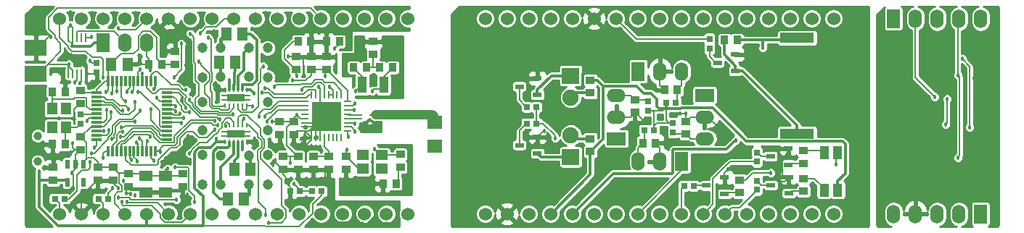
<source format=gbr>
%TF.GenerationSoftware,KiCad,Pcbnew,4.1.0-alpha+201607250105+6992~46~ubuntu15.10.1-product*%
%TF.CreationDate,2016-10-28T12:30:36+02:00*%
%TF.ProjectId,robot1,726F626F74312E6B696361645F706362,rev?*%
%TF.FileFunction,Copper,L1,Top,Signal*%
%FSLAX46Y46*%
G04 Gerber Fmt 4.6, Leading zero omitted, Abs format (unit mm)*
G04 Created by KiCad (PCBNEW 4.1.0-alpha+201607250105+6992~46~ubuntu15.10.1-product) date Fri Oct 28 12:30:36 2016*
%MOMM*%
%LPD*%
G01*
G04 APERTURE LIST*
%ADD10C,0.100000*%
%ADD11R,1.000760X0.899160*%
%ADD12R,0.899160X1.000760*%
%ADD13R,1.498600X1.300480*%
%ADD14R,1.300480X1.498600*%
%ADD15R,2.499360X1.950720*%
%ADD16R,1.524000X2.199640*%
%ADD17O,1.524000X2.199640*%
%ADD18R,1.803400X1.600200*%
%ADD19R,0.250000X1.000000*%
%ADD20R,0.700000X0.250000*%
%ADD21R,0.250000X0.500000*%
%ADD22R,2.000000X0.900000*%
%ADD23R,0.848360X0.279400*%
%ADD24R,0.279400X0.848360*%
%ADD25R,1.724660X1.724660*%
%ADD26C,0.250000*%
%ADD27R,1.200000X1.400000*%
%ADD28R,1.100000X1.900000*%
%ADD29R,1.400000X1.200000*%
%ADD30R,0.698500X0.800100*%
%ADD31R,0.800100X0.698500*%
%ADD32R,1.300480X0.299720*%
%ADD33R,0.299720X1.300480*%
%ADD34R,2.199640X1.524000*%
%ADD35O,2.199640X1.524000*%
%ADD36R,4.000000X1.200000*%
%ADD37C,1.000000*%
%ADD38R,2.000000X1.900000*%
%ADD39C,1.900000*%
%ADD40R,1.000760X0.599440*%
%ADD41R,0.599440X1.000760*%
%ADD42C,1.200000*%
%ADD43C,1.524000*%
%ADD44R,1.100000X1.500000*%
%ADD45C,0.457200*%
%ADD46C,0.152400*%
%ADD47C,0.406400*%
%ADD48C,0.304800*%
%ADD49C,1.066800*%
%ADD50C,0.254000*%
G04 APERTURE END LIST*
D10*
D11*
X128397000Y-96149160D03*
X128397000Y-97652840D03*
D12*
X114670840Y-89408000D03*
X113167160Y-89408000D03*
D11*
X116205000Y-89397840D03*
X116205000Y-87894160D03*
D13*
X112776000Y-102489000D03*
X112776000Y-104394000D03*
D11*
X110744000Y-102245160D03*
X110744000Y-103748840D03*
X108966000Y-101483160D03*
X108966000Y-102986840D03*
X105156000Y-92466160D03*
X105156000Y-93969840D03*
X105156000Y-97927160D03*
X105156000Y-99430840D03*
D14*
X108775500Y-89408000D03*
X110680500Y-89408000D03*
D11*
X117094000Y-102245160D03*
X117094000Y-103748840D03*
D13*
X115062000Y-102489000D03*
X115062000Y-104394000D03*
D15*
X99949000Y-87503000D03*
X99949000Y-90551000D03*
D11*
X130556000Y-100213160D03*
X130556000Y-101716840D03*
X130048000Y-96149160D03*
X130048000Y-97652840D03*
X132334000Y-100213160D03*
X132334000Y-101716840D03*
D12*
X132059680Y-86741000D03*
X130556000Y-86741000D03*
D11*
X130302000Y-88529160D03*
X130302000Y-90032840D03*
X134112000Y-100213160D03*
X134112000Y-101716840D03*
X132080000Y-88519000D03*
X132080000Y-90022680D03*
D12*
X135371840Y-86741000D03*
X133868160Y-86741000D03*
D11*
X133858000Y-90022680D03*
X133858000Y-88519000D03*
X128778000Y-100213160D03*
X128778000Y-101716840D03*
D12*
X141594840Y-89789000D03*
X140091160Y-89789000D03*
X137043160Y-89789000D03*
X138546840Y-89789000D03*
D11*
X142494000Y-99959160D03*
X142494000Y-101462840D03*
X136144000Y-100213160D03*
X136144000Y-101716840D03*
D16*
X107823000Y-86868000D03*
D17*
X110363000Y-86868000D03*
X112903000Y-86868000D03*
D11*
X164657532Y-92769178D03*
X164657532Y-91265498D03*
D14*
X122364500Y-105156000D03*
X124269500Y-105156000D03*
X123126500Y-101727000D03*
X125031500Y-101727000D03*
X124079000Y-85852000D03*
X122174000Y-85852000D03*
X123253500Y-89154000D03*
X121348500Y-89154000D03*
D18*
X146533000Y-98996000D03*
X146533000Y-96202000D03*
D19*
X103775000Y-90505100D03*
X104275000Y-90505100D03*
X104775000Y-90505100D03*
X105275000Y-90505100D03*
X105775000Y-90505100D03*
X105775000Y-86278900D03*
X105275000Y-86278900D03*
X104775000Y-86278900D03*
X104275000Y-86278900D03*
X103775000Y-86278900D03*
D20*
X124667000Y-97286000D03*
X124667000Y-97786000D03*
X121967000Y-97786000D03*
D21*
X122567000Y-96586000D03*
X124567000Y-98486000D03*
X122067000Y-96586000D03*
X124567000Y-96586000D03*
X124067000Y-96586000D03*
X123567000Y-96586000D03*
X123067000Y-96586000D03*
X122067000Y-98486000D03*
X122567000Y-98486000D03*
X123067000Y-98486000D03*
X123567000Y-98486000D03*
X124067000Y-98486000D03*
D20*
X121967000Y-97286000D03*
D22*
X123317000Y-97536000D03*
D20*
X121967000Y-93595000D03*
X121967000Y-93095000D03*
X124667000Y-93095000D03*
D21*
X124067000Y-94295000D03*
X122067000Y-92395000D03*
X124567000Y-94295000D03*
X122067000Y-94295000D03*
X122567000Y-94295000D03*
X123067000Y-94295000D03*
X123567000Y-94295000D03*
X124567000Y-92395000D03*
X124067000Y-92395000D03*
X123567000Y-92395000D03*
X123067000Y-92395000D03*
X122567000Y-92395000D03*
D20*
X124667000Y-93595000D03*
D22*
X123317000Y-93345000D03*
D23*
X131384040Y-94254320D03*
X131384040Y-94754700D03*
X131384040Y-95255080D03*
X131384040Y-95752920D03*
X131384040Y-97251520D03*
D24*
X132110480Y-97977960D03*
X132608320Y-97977960D03*
X133108700Y-97977960D03*
X133609080Y-97977960D03*
X134106920Y-97977960D03*
X134607300Y-97977960D03*
D23*
X131384040Y-93756480D03*
D25*
X132996940Y-96365060D03*
X132996940Y-94642940D03*
X134719060Y-94642940D03*
X134719060Y-96365060D03*
D24*
X135107680Y-97977960D03*
X135605520Y-97977960D03*
D23*
X136331960Y-97251520D03*
X136331960Y-96753680D03*
X136331960Y-96253300D03*
X136331960Y-95752920D03*
X136331960Y-95255080D03*
X136331960Y-94754700D03*
X136331960Y-94254320D03*
X136331960Y-93756480D03*
D24*
X135605520Y-93030040D03*
X135107680Y-93030040D03*
X134607300Y-93030040D03*
X134106920Y-93030040D03*
D23*
X131384040Y-96253300D03*
X131384040Y-96753680D03*
D24*
X133609080Y-93030040D03*
X133108700Y-93030040D03*
X132608320Y-93030040D03*
X132110480Y-93030040D03*
D26*
X138922000Y-95777000D03*
X137922000Y-95777000D03*
X138922000Y-95377000D03*
X137922000Y-95377000D03*
D27*
X101844928Y-94619582D03*
X101844928Y-96819582D03*
X103444928Y-94619582D03*
X103444928Y-96819582D03*
D28*
X140549000Y-91821000D03*
X138049000Y-91821000D03*
D29*
X138092000Y-101638000D03*
X140292000Y-101638000D03*
X138092000Y-100038000D03*
X140292000Y-100038000D03*
D11*
X189549532Y-99520498D03*
X189549532Y-101024178D03*
X182056532Y-102949498D03*
X182056532Y-104453178D03*
D12*
X180288692Y-86556338D03*
X181792372Y-86556338D03*
D11*
X164657532Y-98123498D03*
X164657532Y-99627178D03*
X189524132Y-102786938D03*
X189524132Y-104290618D03*
D30*
X184088532Y-103025698D03*
X184088532Y-104122978D03*
X184088532Y-99723698D03*
X184088532Y-100820978D03*
D31*
X176681284Y-103640370D03*
X175584004Y-103640370D03*
D30*
X178562000Y-87543640D03*
X178562000Y-86446360D03*
X107061000Y-89240360D03*
X107061000Y-90337640D03*
D31*
X157250892Y-96335338D03*
X158348172Y-96335338D03*
X157250892Y-94430338D03*
X158348172Y-94430338D03*
X130723640Y-104267000D03*
X129626360Y-104267000D03*
X173506892Y-93922338D03*
X174604172Y-93922338D03*
D30*
X105184928Y-95297942D03*
X105184928Y-96395222D03*
X174309532Y-96294698D03*
X174309532Y-97391978D03*
D31*
X172064172Y-97097338D03*
X170966892Y-97097338D03*
D30*
X171388532Y-94851978D03*
X171388532Y-93754698D03*
D31*
X132166360Y-104267000D03*
X133263640Y-104267000D03*
D32*
X107054368Y-94215902D03*
X107054368Y-94716282D03*
X107054368Y-95216662D03*
X107054368Y-95714502D03*
X107054368Y-96214882D03*
X107054368Y-92714762D03*
X107054368Y-93215142D03*
X107054368Y-93715522D03*
D33*
X108403108Y-99565142D03*
X108903488Y-99565142D03*
X109403868Y-99565142D03*
X109904248Y-99565142D03*
X110404628Y-99565142D03*
X110905008Y-99565142D03*
X111402848Y-99565142D03*
X111903228Y-99565142D03*
D32*
X115253488Y-98216402D03*
X115253488Y-97716022D03*
X115253488Y-97215642D03*
X115253488Y-96715262D03*
X115253488Y-96214882D03*
X115253488Y-95714502D03*
X115253488Y-95216662D03*
X115253488Y-94716282D03*
D33*
X113904748Y-91366022D03*
X113404368Y-91366022D03*
X112903988Y-91366022D03*
X112403608Y-91366022D03*
X111903228Y-91366022D03*
X111402848Y-91366022D03*
X110905008Y-91366022D03*
X110404628Y-91366022D03*
D32*
X107054368Y-96715262D03*
X107054368Y-97215642D03*
X107054368Y-97716022D03*
X107054368Y-98216402D03*
D33*
X112403608Y-99565142D03*
X112903988Y-99565142D03*
X113404368Y-99565142D03*
X113904748Y-99565142D03*
D32*
X115253488Y-94215902D03*
X115253488Y-93715522D03*
X115253488Y-93215142D03*
X115253488Y-92714762D03*
D33*
X109904248Y-91366022D03*
X109403868Y-91366022D03*
X108903488Y-91366022D03*
X108403108Y-91366022D03*
D12*
X103396768Y-98767582D03*
X101893088Y-98767582D03*
X101893088Y-92671582D03*
X103396768Y-92671582D03*
D11*
X175833532Y-96091498D03*
X175833532Y-97595178D03*
X169864532Y-95055178D03*
X169864532Y-93551498D03*
D12*
X172267372Y-98621338D03*
X170763692Y-98621338D03*
X173303692Y-92398338D03*
X174807372Y-92398338D03*
D16*
X175325532Y-100780338D03*
D17*
X172785532Y-100780338D03*
X170245532Y-100780338D03*
D34*
X167705532Y-98113338D03*
D35*
X167705532Y-95573338D03*
X167705532Y-93033338D03*
D16*
X170245532Y-90239338D03*
D17*
X172785532Y-90239338D03*
X175325532Y-90239338D03*
D34*
X177992532Y-93033338D03*
D35*
X177992532Y-95573338D03*
X177992532Y-98113338D03*
D36*
X188787532Y-86329000D03*
X188787532Y-97529000D03*
D37*
X100182000Y-100785000D03*
X100182000Y-97785000D03*
D38*
X162371532Y-100272338D03*
D39*
X162371532Y-97732338D03*
D38*
X162371532Y-90747338D03*
D39*
X162371532Y-93287338D03*
D40*
X187771532Y-101161338D03*
X185658252Y-100208838D03*
X187771532Y-99256338D03*
X180313484Y-104567470D03*
X178200204Y-103614970D03*
X180313484Y-102662470D03*
X181589172Y-90175838D03*
X179475892Y-89223338D03*
X181589172Y-88270838D03*
X158475172Y-99827838D03*
X156361892Y-98875338D03*
X158475172Y-97922838D03*
X158475172Y-92969838D03*
X156361892Y-92017338D03*
X158475172Y-91064838D03*
X187812172Y-104526838D03*
X185698892Y-103574338D03*
X187812172Y-102621838D03*
D41*
X105537000Y-101092000D03*
X103632000Y-101092000D03*
X104584500Y-101092000D03*
X103632000Y-103205280D03*
X105537000Y-103205280D03*
D31*
X107274360Y-105156000D03*
X108371640Y-105156000D03*
X102194360Y-105156000D03*
X103291640Y-105156000D03*
D11*
X107188000Y-101483160D03*
X107188000Y-102986840D03*
X101981000Y-102997000D03*
X101981000Y-101493320D03*
D42*
X121541000Y-103505000D03*
X121541000Y-100105000D03*
X124841000Y-100105000D03*
X124841000Y-103505000D03*
X126991000Y-103455000D03*
X119391000Y-103455000D03*
X126991000Y-100055000D03*
X119391000Y-100055000D03*
X126991000Y-97155000D03*
X119391000Y-97155000D03*
X124850000Y-87470000D03*
X124850000Y-90870000D03*
X121550000Y-90870000D03*
X121550000Y-87470000D03*
X119400000Y-87520000D03*
X127000000Y-87520000D03*
X119400000Y-90920000D03*
X127000000Y-90920000D03*
X119400000Y-93820000D03*
X127000000Y-93820000D03*
D43*
X143383000Y-106934000D03*
X140843000Y-106934000D03*
X138303000Y-106934000D03*
X135763000Y-106934000D03*
X133223000Y-106934000D03*
X130683000Y-106934000D03*
X128143000Y-106934000D03*
X125603000Y-106934000D03*
X123063000Y-106934000D03*
X120523000Y-106934000D03*
X117983000Y-106934000D03*
X115443000Y-106934000D03*
X112903000Y-106934000D03*
X110363000Y-106934000D03*
X107823000Y-106934000D03*
X105283000Y-106934000D03*
X102743000Y-106934000D03*
X102743000Y-84074000D03*
X105283000Y-84074000D03*
X107823000Y-84074000D03*
X110363000Y-84074000D03*
X112903000Y-84074000D03*
X115443000Y-84074000D03*
X117983000Y-84074000D03*
X120523000Y-84074000D03*
X123063000Y-84074000D03*
X125603000Y-84074000D03*
X128143000Y-84074000D03*
X130683000Y-84074000D03*
X133223000Y-84074000D03*
X135763000Y-84074000D03*
X138303000Y-84074000D03*
X140843000Y-84074000D03*
X143383000Y-84074000D03*
X193040000Y-106934000D03*
X190500000Y-106934000D03*
X187960000Y-106934000D03*
X185420000Y-106934000D03*
X182880000Y-106934000D03*
X180340000Y-106934000D03*
X177800000Y-106934000D03*
X175260000Y-106934000D03*
X172720000Y-106934000D03*
X170180000Y-106934000D03*
X167640000Y-106934000D03*
X165100000Y-106934000D03*
X162560000Y-106934000D03*
X160020000Y-106934000D03*
X157480000Y-106934000D03*
X154940000Y-106934000D03*
X152400000Y-106934000D03*
X152400000Y-84074000D03*
X154940000Y-84074000D03*
X157480000Y-84074000D03*
X160020000Y-84074000D03*
X162560000Y-84074000D03*
X165100000Y-84074000D03*
X167640000Y-84074000D03*
X170180000Y-84074000D03*
X172720000Y-84074000D03*
X175260000Y-84074000D03*
X177800000Y-84074000D03*
X180340000Y-84074000D03*
X182880000Y-84074000D03*
X185420000Y-84074000D03*
X187960000Y-84074000D03*
X190500000Y-84074000D03*
X193040000Y-84074000D03*
D16*
X200025000Y-84074000D03*
D17*
X202565000Y-84074000D03*
X205105000Y-84074000D03*
X207645000Y-84074000D03*
X210185000Y-84074000D03*
D16*
X210185000Y-106934000D03*
D17*
X207645000Y-106934000D03*
X205105000Y-106934000D03*
X202565000Y-106934000D03*
X200025000Y-106934000D03*
D44*
X191924532Y-99723338D03*
X193524532Y-99723338D03*
X193524532Y-104123338D03*
X191924532Y-104123338D03*
D12*
X141975840Y-103378000D03*
X140472160Y-103378000D03*
D11*
X139319000Y-88254840D03*
X139319000Y-86751160D03*
D45*
X122118133Y-96595652D03*
X121203722Y-96571546D03*
X114480679Y-99715068D03*
X115320189Y-101608961D03*
X108176109Y-92689523D03*
X108764989Y-94980577D03*
X129667000Y-100965000D03*
X127508000Y-96139000D03*
X125222000Y-94361000D03*
X129895599Y-91313000D03*
X137170565Y-96340774D03*
X134803888Y-87610469D03*
X134238990Y-92075000D03*
X130429000Y-95377000D03*
X133731000Y-90805000D03*
X120990625Y-93852992D03*
X120782841Y-91820963D03*
X121158000Y-93345008D03*
X117301017Y-91801052D03*
X110152193Y-103064616D03*
X111013106Y-104616339D03*
X111506000Y-104775000D03*
X117602000Y-105156000D03*
X117602000Y-104648000D03*
X114681000Y-100838000D03*
X113766589Y-100690112D03*
X115062000Y-100457000D03*
X117803714Y-98857994D03*
X115153725Y-100965000D03*
X117602000Y-98425000D03*
X117729000Y-97790000D03*
X118110000Y-98044000D03*
X118237000Y-98679000D03*
X125476000Y-98171000D03*
X125730000Y-98425000D03*
X125833000Y-98909008D03*
X125349000Y-99187000D03*
X114681000Y-101346000D03*
X118618000Y-98298000D03*
X113538000Y-85090000D03*
X114681000Y-86360000D03*
X114935000Y-85344000D03*
X114427000Y-85725000D03*
X114554000Y-85090000D03*
X114046000Y-84455000D03*
X117952352Y-87763966D03*
X118110000Y-89535000D03*
X117475000Y-89535000D03*
X118459530Y-91852462D03*
X117983000Y-91948000D03*
X117729000Y-91567000D03*
X134493000Y-106426000D03*
X134366000Y-107442000D03*
X137033000Y-107569000D03*
X138049000Y-108077000D03*
X139573000Y-106807000D03*
X139954000Y-107950000D03*
X141986000Y-107823000D03*
X142240000Y-106680000D03*
X141351000Y-105664000D03*
X140208000Y-105664000D03*
X139065000Y-105918000D03*
X138176000Y-105664000D03*
X137287000Y-105664000D03*
X136271000Y-105664000D03*
X135382000Y-105664000D03*
X134366000Y-105664000D03*
X133350000Y-105664000D03*
X134366000Y-104267000D03*
X134366000Y-103505000D03*
X142113000Y-84582000D03*
X142113000Y-83312000D03*
X139700000Y-83312000D03*
X139573000Y-84709000D03*
X136906000Y-83185000D03*
X137033000Y-84836000D03*
X134366000Y-83566000D03*
X134366000Y-84963000D03*
X131826000Y-83566000D03*
X129413000Y-83566000D03*
X128143000Y-86868000D03*
X128905000Y-85979000D03*
X127762000Y-86106000D03*
X126746000Y-83439000D03*
X126873000Y-84709000D03*
X129540000Y-84963000D03*
X131953000Y-84963000D03*
X120777000Y-85521811D03*
X119126000Y-84582000D03*
X117729000Y-89916000D03*
X117856000Y-89154000D03*
X113319609Y-90128649D03*
X115189000Y-88265000D03*
X114935000Y-85852000D03*
X114046000Y-85090000D03*
X104013000Y-83312000D03*
X106553000Y-83439000D03*
X109093000Y-83439000D03*
X111633000Y-83439000D03*
X101473000Y-106045000D03*
X100965000Y-104902000D03*
X101473000Y-104267000D03*
X103759000Y-104267000D03*
X98933000Y-94488000D03*
X100076000Y-94869000D03*
X100203000Y-95885000D03*
X100584000Y-96774000D03*
X99822000Y-96774000D03*
X99187000Y-96774000D03*
X98933000Y-97536000D03*
X99060000Y-98552000D03*
X101219000Y-108204000D03*
X100584000Y-108204000D03*
X99695000Y-108204000D03*
X98933000Y-108077000D03*
X98933000Y-107188000D03*
X98933000Y-106172000D03*
X98933000Y-105283000D03*
X98933000Y-104394000D03*
X99060000Y-101854000D03*
X98933000Y-100838000D03*
X99187000Y-99314000D03*
X100330000Y-99060000D03*
X99695000Y-82931000D03*
X100584000Y-82931000D03*
X100584000Y-83566000D03*
X99695000Y-83566000D03*
X98933000Y-83566000D03*
X110490000Y-104521000D03*
X109557806Y-103885992D03*
X104140000Y-102108000D03*
X104267000Y-98679000D03*
X104394000Y-95758000D03*
X103378000Y-91567000D03*
X108839000Y-92837000D03*
X106553000Y-91821000D03*
X108204000Y-94742000D03*
X101727000Y-86233000D03*
X104114590Y-88341210D03*
X117191404Y-104854647D03*
X129413000Y-88519000D03*
X118114189Y-91141856D03*
X120941532Y-91650090D03*
X125222000Y-98679000D03*
X127698070Y-100761790D03*
X128524000Y-99060000D03*
X141478000Y-99060000D03*
X143510000Y-99060000D03*
X143510000Y-102616000D03*
X143510000Y-103505000D03*
X143510000Y-104394000D03*
X142748000Y-104394000D03*
X139319000Y-104267000D03*
X139319000Y-103251000D03*
X138430000Y-103251000D03*
X138430000Y-104267000D03*
X137541000Y-104267000D03*
X137541000Y-103251000D03*
X136652000Y-103251000D03*
X136652000Y-104267000D03*
X135763000Y-104267000D03*
X135763000Y-103251000D03*
X139954000Y-96520000D03*
X139319000Y-96774000D03*
X138684000Y-96774000D03*
X138065137Y-96758985D03*
X132887016Y-102890978D03*
X129921006Y-98679000D03*
X131191000Y-90779590D03*
X132969000Y-92075000D03*
X134493000Y-96139000D03*
X133731000Y-96139000D03*
X132969000Y-96139000D03*
X132969000Y-95377000D03*
X133731000Y-95377000D03*
X134493000Y-95377000D03*
X134493000Y-94615000D03*
X133731000Y-94615000D03*
X132969046Y-94615000D03*
X130683000Y-102997000D03*
X131699000Y-102997000D03*
X131445000Y-98933000D03*
X130937000Y-98171000D03*
X133731000Y-102743000D03*
X139325987Y-91779966D03*
X137795000Y-86487000D03*
X137668000Y-87503000D03*
X137922000Y-88519000D03*
X136906000Y-88519000D03*
X136017000Y-88900000D03*
X136017000Y-90424000D03*
X139319000Y-90932000D03*
X141732000Y-92837000D03*
X142113000Y-92202000D03*
X142113000Y-91186000D03*
X142113000Y-88392000D03*
X140589000Y-88392000D03*
X140589000Y-87376000D03*
X142113000Y-87376000D03*
X142113000Y-86360000D03*
X140462000Y-86360000D03*
X103809790Y-89408000D03*
X130967447Y-92381225D03*
X130429000Y-90779590D03*
X139208433Y-92532856D03*
X137192014Y-94034187D03*
X137287000Y-92583000D03*
X137074334Y-94787058D03*
X139446000Y-99314000D03*
X137213352Y-97283863D03*
X136271000Y-99441000D03*
X136398000Y-97917000D03*
X193294000Y-101092000D03*
X185674000Y-102108000D03*
X125441613Y-92837008D03*
X121031000Y-98171000D03*
X100330000Y-101981000D03*
X124100410Y-99314000D03*
X122555000Y-91291391D03*
X116284469Y-94315804D03*
X130048000Y-103378000D03*
X108947791Y-103922568D03*
X108839000Y-98171000D03*
X111506000Y-96139000D03*
X114046000Y-93345000D03*
X112162010Y-94836397D03*
X113761142Y-92348932D03*
X106426000Y-99822000D03*
X106299000Y-100838000D03*
X106299000Y-89027000D03*
X106426021Y-86233000D03*
X117871103Y-95026160D03*
X117907178Y-99847412D03*
X117439307Y-94476184D03*
X117856000Y-93599000D03*
X116923351Y-93643376D03*
X122917819Y-95315935D03*
X124206000Y-95808832D03*
X120838151Y-96077621D03*
X126647067Y-95492312D03*
X111712754Y-98569134D03*
X126492000Y-89662000D03*
X112064777Y-98071445D03*
X118999000Y-89110622D03*
X127072412Y-107950553D03*
X111117151Y-100642639D03*
X126738473Y-107065055D03*
X111760000Y-100761790D03*
X117983000Y-85835602D03*
X112142146Y-90015748D03*
X117491421Y-92380166D03*
X127762000Y-92075000D03*
X121434276Y-95840433D03*
X126898400Y-96142794D03*
X113284000Y-97917004D03*
X126356024Y-92704905D03*
X120829211Y-97078110D03*
X126037462Y-95489411D03*
X112980785Y-98445856D03*
X126706071Y-92205811D03*
X107853950Y-97215639D03*
X104527114Y-91510383D03*
X108458696Y-97138767D03*
X105123732Y-91635578D03*
X120084744Y-86283832D03*
X112403612Y-90566440D03*
X116989533Y-96252004D03*
X117202489Y-95680798D03*
X116794454Y-95226712D03*
X110068767Y-97346097D03*
X110439956Y-93787637D03*
X109387101Y-92570145D03*
X107823000Y-90932000D03*
X111501717Y-93877409D03*
X109590033Y-105023680D03*
X116323008Y-105274008D03*
X105918000Y-96012000D03*
X110802858Y-94678965D03*
X110094648Y-94818011D03*
X110596765Y-105486189D03*
X107832813Y-100313290D03*
X109855033Y-97933351D03*
X109886608Y-96764336D03*
X116967001Y-86994999D03*
X113354891Y-94684542D03*
X119156830Y-85755830D03*
X116078000Y-90932000D03*
X111835836Y-92633790D03*
X118492133Y-105522464D03*
X116205004Y-101473000D03*
X116264686Y-94925094D03*
X111202411Y-92620995D03*
X110593118Y-92640601D03*
X109601000Y-85217000D03*
X109987154Y-105486197D03*
X106778515Y-99146180D03*
X104013000Y-84836000D03*
X184023000Y-87249000D03*
X184150000Y-88265000D03*
X184277000Y-89281000D03*
X183515000Y-89916000D03*
X183515000Y-88900000D03*
X183515000Y-88138000D03*
X183261000Y-87249000D03*
X186309000Y-105537000D03*
X186563000Y-104648000D03*
X186817000Y-103886000D03*
X185039000Y-99187000D03*
X185801000Y-99187000D03*
X186690000Y-99187000D03*
X183134000Y-101600000D03*
X182245000Y-101473000D03*
X181483000Y-101473000D03*
X166497000Y-105918000D03*
X167894000Y-104902000D03*
X166497000Y-104775000D03*
X167513000Y-103505000D03*
X168656000Y-104267000D03*
X169799000Y-105410000D03*
X171450000Y-104648000D03*
X172339000Y-103759000D03*
X171069000Y-103886000D03*
X170053000Y-102870000D03*
X171450000Y-102997000D03*
X172847000Y-102997000D03*
X179832000Y-97663000D03*
X180340000Y-98679000D03*
X180721000Y-97790000D03*
X180086000Y-96647000D03*
X174879000Y-98552000D03*
X173482000Y-98044000D03*
X173228000Y-97028000D03*
X172847000Y-95504000D03*
X174244000Y-95250000D03*
X175133000Y-95192338D03*
X170434000Y-96266000D03*
X171323000Y-95885000D03*
X170942000Y-87249000D03*
X170815000Y-88138000D03*
X171831000Y-87376000D03*
X173863000Y-87122000D03*
X174879000Y-87884000D03*
X174244000Y-88519000D03*
X173990000Y-87757000D03*
X172720000Y-87376000D03*
X171577000Y-88265000D03*
X161417000Y-88773000D03*
X163576000Y-88900000D03*
X164211000Y-90043000D03*
X163703000Y-92075000D03*
X164084000Y-93980000D03*
X165227000Y-94234000D03*
X164973000Y-95758000D03*
X164973000Y-96774000D03*
X163830000Y-96901000D03*
X162687000Y-96012000D03*
X161544000Y-96139000D03*
X160147000Y-95758000D03*
X159639000Y-95250000D03*
X159512000Y-94107000D03*
X159766000Y-92964000D03*
X160274000Y-91948000D03*
X159258000Y-89154000D03*
X157734000Y-89408000D03*
X156591000Y-89916000D03*
X155321000Y-91059000D03*
X155194000Y-92964000D03*
X155321000Y-94234000D03*
X156337000Y-95504000D03*
X155575000Y-97028000D03*
X155067000Y-98044000D03*
X154813000Y-99441000D03*
X155702000Y-100203000D03*
X157226000Y-99949000D03*
X182626000Y-88265000D03*
X186817000Y-103124000D03*
X180721000Y-101727000D03*
X159323532Y-97224338D03*
X158434532Y-90112338D03*
X173293532Y-98621338D03*
X169864532Y-96081338D03*
X172277532Y-92398338D03*
X175833532Y-95192338D03*
X184785000Y-87503000D03*
X181610000Y-98298000D03*
X160528000Y-98044000D03*
X204851000Y-93218000D03*
X207518000Y-90678000D03*
X207518000Y-100330000D03*
X206091270Y-96484452D03*
X206248000Y-93472000D03*
X204597000Y-91694000D03*
X205486000Y-91440000D03*
X204470000Y-90043000D03*
X205359000Y-88773000D03*
X204724000Y-87249000D03*
X206121000Y-87249000D03*
X206756000Y-88646000D03*
X209804000Y-97663000D03*
X209804000Y-99949000D03*
X209550000Y-103632000D03*
X208788000Y-102489000D03*
X208026000Y-88011000D03*
X208915000Y-87884000D03*
X209931000Y-88519000D03*
X210820000Y-89027000D03*
X211328000Y-89916000D03*
X210693000Y-90805000D03*
X210058000Y-91694000D03*
X209423000Y-91059000D03*
X210058000Y-90424000D03*
X210312000Y-89789000D03*
X209550000Y-89027000D03*
X208915000Y-88646000D03*
X204597000Y-95504000D03*
X205994000Y-97917000D03*
X205359000Y-97282000D03*
X203835000Y-95504000D03*
X203200000Y-96393000D03*
X203708000Y-97155000D03*
X204343000Y-98044000D03*
X205232000Y-98933000D03*
X205994000Y-99441000D03*
X205740000Y-100203000D03*
X205613000Y-101092000D03*
X211709000Y-101981000D03*
X206756000Y-102362000D03*
X208026000Y-88773000D03*
X208915000Y-96774000D03*
D46*
X114872476Y-98899674D02*
X116212865Y-98899674D01*
X122067000Y-96586000D02*
X122076652Y-96595652D01*
X120395014Y-96291401D02*
X120675159Y-96571546D01*
X114207008Y-99565142D02*
X114872476Y-98899674D01*
X122076652Y-96595652D02*
X122118133Y-96595652D01*
X116437140Y-98675399D02*
X116437140Y-97974135D01*
X120675159Y-96571546D02*
X120880433Y-96571546D01*
X116437140Y-97974135D02*
X118119874Y-96291401D01*
X116212865Y-98899674D02*
X116437140Y-98675399D01*
X118119874Y-96291401D02*
X120395014Y-96291401D01*
X120880433Y-96571546D02*
X121203722Y-96571546D01*
X122067000Y-96586000D02*
X122067000Y-96310187D01*
X122067000Y-96310187D02*
X122193587Y-96183600D01*
X122567000Y-96461000D02*
X122567000Y-96586000D01*
X122289600Y-96183600D02*
X122567000Y-96461000D01*
X122193587Y-96183600D02*
X122289600Y-96183600D01*
X109694981Y-102268019D02*
X109855000Y-102108000D01*
X109694981Y-103346509D02*
X109694981Y-102268019D01*
X110015007Y-103666535D02*
X109694981Y-103346509D01*
X109888018Y-104343202D02*
X110015007Y-104216213D01*
X109508542Y-104343202D02*
X109888018Y-104343202D01*
X109132831Y-105703831D02*
X109132831Y-104718913D01*
X110363000Y-106934000D02*
X109132831Y-105703831D01*
X109132831Y-104718913D02*
X109508542Y-104343202D01*
X110015007Y-104216213D02*
X110015007Y-103666535D01*
X114447074Y-99715068D02*
X114480679Y-99715068D01*
X114297148Y-99565142D02*
X114447074Y-99715068D01*
X114207008Y-99565142D02*
X114297148Y-99565142D01*
X115139399Y-101608961D02*
X115320189Y-101608961D01*
X115062000Y-101686360D02*
X115139399Y-101608961D01*
X115062000Y-102489000D02*
X115062000Y-101686360D01*
X113904748Y-99565142D02*
X114207008Y-99565142D01*
X108775500Y-89308940D02*
X108775500Y-89408000D01*
X111332104Y-88196430D02*
X109888010Y-88196430D01*
X109888010Y-88196430D02*
X108775500Y-89308940D01*
X112492676Y-85539570D02*
X111912390Y-86119856D01*
X111912390Y-86119856D02*
X111912390Y-87616144D01*
X114068860Y-86295106D02*
X113313324Y-85539570D01*
X114068860Y-88755220D02*
X114068860Y-86295106D01*
X114670840Y-89357200D02*
X114068860Y-88755220D01*
X111912390Y-87616144D02*
X111332104Y-88196430D01*
X113313324Y-85539570D02*
X112492676Y-85539570D01*
X114670840Y-89408000D02*
X114670840Y-89357200D01*
X108403108Y-91366022D02*
X108403108Y-92462524D01*
X108403108Y-92462524D02*
X108176109Y-92689523D01*
X107857008Y-96715262D02*
X108764989Y-95807281D01*
X108764989Y-95303866D02*
X108764989Y-94980577D01*
X107054368Y-96715262D02*
X107857008Y-96715262D01*
X108764989Y-95807281D02*
X108764989Y-95303866D01*
X128778000Y-100213160D02*
X129667000Y-100213160D01*
X129667000Y-100213160D02*
X130556000Y-100213160D01*
X129667000Y-100965000D02*
X129667000Y-100213160D01*
X107188000Y-100881180D02*
X107188000Y-101483160D01*
X106047542Y-100380798D02*
X106687618Y-100380798D01*
X105537000Y-101092000D02*
X105537000Y-100891340D01*
X105537000Y-100891340D02*
X106047542Y-100380798D01*
X106687618Y-100380798D02*
X107188000Y-100881180D01*
X116205000Y-89397840D02*
X114681000Y-89397840D01*
X114681000Y-89397840D02*
X114670840Y-89408000D01*
X109590840Y-102108000D02*
X109855000Y-102108000D01*
X109855000Y-102108000D02*
X110617000Y-102108000D01*
X108966000Y-101483160D02*
X109590840Y-102108000D01*
X110617000Y-102108000D02*
X110744000Y-102235000D01*
X110744000Y-102235000D02*
X110744000Y-102245160D01*
X108403108Y-91366022D02*
X108403108Y-89780392D01*
X108403108Y-89780392D02*
X108775500Y-89408000D01*
X105156000Y-92466160D02*
X105399840Y-92710000D01*
X105399840Y-92710000D02*
X107049606Y-92710000D01*
X107049606Y-92710000D02*
X107054368Y-92714762D01*
X107054368Y-92714762D02*
X107054368Y-92412502D01*
X107054368Y-92412502D02*
X108100848Y-91366022D01*
X108100848Y-91366022D02*
X108403108Y-91366022D01*
X105156000Y-97927160D02*
X105206800Y-97927160D01*
X105206800Y-97927160D02*
X106418698Y-96715262D01*
X106418698Y-96715262D02*
X107054368Y-96715262D01*
X105537000Y-100891340D02*
X105884981Y-100543359D01*
X105884981Y-100543359D02*
X105884981Y-98605341D01*
X105884981Y-98605341D02*
X105206800Y-97927160D01*
X115062000Y-102489000D02*
X116850160Y-102489000D01*
X116850160Y-102489000D02*
X117094000Y-102245160D01*
X112776000Y-102489000D02*
X115062000Y-102489000D01*
X110744000Y-102245160D02*
X112532160Y-102245160D01*
X112532160Y-102245160D02*
X112776000Y-102489000D01*
X107188000Y-101483160D02*
X108966000Y-101483160D01*
X127508000Y-96139000D02*
X128386840Y-96139000D01*
X128386840Y-96139000D02*
X128397000Y-96149160D01*
X124567000Y-94295000D02*
X125156000Y-94295000D01*
X125156000Y-94295000D02*
X125222000Y-94361000D01*
X124067000Y-94295000D02*
X124067000Y-94697400D01*
X124067000Y-94697400D02*
X124111600Y-94742000D01*
X124111600Y-94742000D02*
X124460000Y-94742000D01*
X124460000Y-94742000D02*
X124567000Y-94635000D01*
X124567000Y-94635000D02*
X124567000Y-94295000D01*
X131447033Y-91312991D02*
X129895608Y-91312991D01*
X129895608Y-91312991D02*
X129895599Y-91313000D01*
X128397000Y-96149160D02*
X129049780Y-96149160D01*
X129049780Y-96149160D02*
X130048000Y-96149160D01*
X131384040Y-95752920D02*
X130804920Y-95752920D01*
X130804920Y-95752920D02*
X130429000Y-95377000D01*
X129921000Y-96149160D02*
X129921000Y-95885000D01*
X129921000Y-95885000D02*
X130429000Y-95377000D01*
X130556000Y-100213160D02*
X130505200Y-100213160D01*
X129870200Y-96149160D02*
X129921000Y-96149160D01*
X130505200Y-100213160D02*
X129192019Y-98899979D01*
X129192019Y-98899979D02*
X129192019Y-96827341D01*
X129192019Y-96827341D02*
X129870200Y-96149160D01*
X137083091Y-96253300D02*
X137170565Y-96340774D01*
X136331960Y-96253300D02*
X137083091Y-96253300D01*
X135371840Y-86741000D02*
X135509000Y-86741000D01*
X135371840Y-86741000D02*
X135371840Y-87042517D01*
X135371840Y-87042517D02*
X134803888Y-87610469D01*
X131447033Y-91312991D02*
X132080000Y-90680024D01*
X132080000Y-90680024D02*
X132080000Y-90022680D01*
X134607300Y-92443310D02*
X134238990Y-92075000D01*
X134607300Y-93030040D02*
X134607300Y-92443310D01*
X135625840Y-86487000D02*
X135371840Y-86741000D01*
X133858000Y-90022680D02*
X134005320Y-90022680D01*
X133731000Y-90805000D02*
X133731000Y-90149680D01*
X133731000Y-90149680D02*
X133858000Y-90022680D01*
X136331960Y-93756480D02*
X136331960Y-92445840D01*
X136331960Y-92445840D02*
X133908800Y-90022680D01*
X133908800Y-90022680D02*
X133858000Y-90022680D01*
X134106920Y-93030040D02*
X134607300Y-93030040D01*
X132080000Y-90022680D02*
X133858000Y-90022680D01*
X121158000Y-93345008D02*
X121158000Y-93685617D01*
X121158000Y-93685617D02*
X120990625Y-93852992D01*
X121158000Y-93021719D02*
X121158000Y-93345008D01*
X121158000Y-92196122D02*
X121158000Y-93021719D01*
X120782841Y-91820963D02*
X121158000Y-92196122D01*
X117494948Y-91801052D02*
X117301017Y-91801052D01*
X117729000Y-91567000D02*
X117494948Y-91801052D01*
X110490000Y-104521000D02*
X110917767Y-104521000D01*
X110917767Y-104521000D02*
X111013106Y-104616339D01*
D47*
X112395000Y-104013000D02*
X111008160Y-104013000D01*
X111008160Y-104013000D02*
X110744000Y-103748840D01*
X117094000Y-103748840D02*
X116702840Y-104140000D01*
X116702840Y-104140000D02*
X115316000Y-104140000D01*
X115316000Y-104140000D02*
X115062000Y-104394000D01*
D46*
X117191404Y-104854647D02*
X117395353Y-104854647D01*
X117395353Y-104854647D02*
X117602000Y-104648000D01*
X113726698Y-100690112D02*
X113766589Y-100690112D01*
X113404368Y-100367782D02*
X113726698Y-100690112D01*
X113404368Y-99565142D02*
X113404368Y-100367782D01*
X115153725Y-100548725D02*
X115062000Y-100457000D01*
X115153725Y-100965000D02*
X115153725Y-100548725D01*
X114681000Y-101346000D02*
X114772725Y-101346000D01*
X117373401Y-98745324D02*
X115153725Y-100965000D01*
X114772725Y-101346000D02*
X115153725Y-100965000D01*
X117602000Y-98425000D02*
X117373401Y-98653599D01*
X117373401Y-98653599D02*
X117373401Y-98745324D01*
X117729000Y-97790000D02*
X117729000Y-98298000D01*
X117729000Y-98298000D02*
X117602000Y-98425000D01*
X118237000Y-98679000D02*
X118237000Y-98171000D01*
X118237000Y-98171000D02*
X118110000Y-98044000D01*
X125730000Y-98425000D02*
X125476000Y-98171000D01*
X125555008Y-99187000D02*
X125833000Y-98909008D01*
X125349000Y-99187000D02*
X125555008Y-99187000D01*
X118618000Y-98298000D02*
X117729000Y-98298000D01*
X114935000Y-86106000D02*
X114681000Y-86360000D01*
X114935000Y-85344000D02*
X114935000Y-86106000D01*
X114554000Y-85090000D02*
X114554000Y-85598000D01*
X114554000Y-85598000D02*
X114427000Y-85725000D01*
X114046000Y-85090000D02*
X114046000Y-84455000D01*
X117952352Y-87440677D02*
X117952352Y-87763966D01*
X118110000Y-89211711D02*
X118110000Y-89535000D01*
X118110000Y-86699340D02*
X118110000Y-89211711D01*
X116713000Y-85344000D02*
X116754660Y-85344000D01*
X117952352Y-87303690D02*
X117952352Y-87440677D01*
X116754660Y-85344000D02*
X118110000Y-86699340D01*
X114935000Y-85852000D02*
X116500662Y-85852000D01*
X117856000Y-87860318D02*
X117952352Y-87763966D01*
X117856000Y-89154000D02*
X117856000Y-87860318D01*
X116500662Y-85852000D02*
X117952352Y-87303690D01*
X118110000Y-89535000D02*
X118110000Y-90688847D01*
X117475000Y-89535000D02*
X118110000Y-89535000D01*
X118363992Y-91948000D02*
X118459530Y-91852462D01*
X117983000Y-91948000D02*
X118363992Y-91948000D01*
X134493000Y-106426000D02*
X134493000Y-105791000D01*
X134493000Y-105791000D02*
X134366000Y-105664000D01*
X137033000Y-107569000D02*
X136677399Y-107924601D01*
X136677399Y-107924601D02*
X134848601Y-107924601D01*
X134848601Y-107924601D02*
X134366000Y-107442000D01*
X137541000Y-108077000D02*
X137033000Y-107569000D01*
X138049000Y-108077000D02*
X137541000Y-108077000D01*
X139573000Y-106807000D02*
X139573000Y-107130289D01*
X139573000Y-107130289D02*
X138626289Y-108077000D01*
X138626289Y-108077000D02*
X138049000Y-108077000D01*
X141986000Y-107823000D02*
X141662711Y-107823000D01*
X141662711Y-107823000D02*
X141535711Y-107950000D01*
X141535711Y-107950000D02*
X139954000Y-107950000D01*
X141351000Y-105664000D02*
X141351000Y-105791000D01*
X141351000Y-105791000D02*
X142240000Y-106680000D01*
X139065000Y-105918000D02*
X139954000Y-105918000D01*
X139954000Y-105918000D02*
X140208000Y-105664000D01*
X138176000Y-105664000D02*
X138811000Y-105664000D01*
X138811000Y-105664000D02*
X139065000Y-105918000D01*
X136271000Y-105664000D02*
X137287000Y-105664000D01*
X134366000Y-105664000D02*
X135382000Y-105664000D01*
X134366000Y-104267000D02*
X134366000Y-104648000D01*
X134366000Y-104648000D02*
X133350000Y-105664000D01*
X134366000Y-103505000D02*
X134366000Y-104267000D01*
X133731000Y-102743000D02*
X133731000Y-102870000D01*
X133731000Y-102870000D02*
X134366000Y-103505000D01*
X142113000Y-83312000D02*
X142113000Y-84582000D01*
X139573000Y-84709000D02*
X139573000Y-83439000D01*
X139573000Y-83439000D02*
X139700000Y-83312000D01*
X134366000Y-84963000D02*
X134594599Y-85191599D01*
X134594599Y-85191599D02*
X136677401Y-85191599D01*
X136677401Y-85191599D02*
X137033000Y-84836000D01*
X131953000Y-84963000D02*
X132181599Y-85191599D01*
X132181599Y-85191599D02*
X134137401Y-85191599D01*
X134137401Y-85191599D02*
X134366000Y-84963000D01*
X129540000Y-84963000D02*
X129540000Y-83693000D01*
X129540000Y-83693000D02*
X129413000Y-83566000D01*
X128905000Y-85979000D02*
X128905000Y-86106000D01*
X128905000Y-86106000D02*
X128143000Y-86868000D01*
X126619000Y-85852000D02*
X126873000Y-86106000D01*
X126873000Y-86106000D02*
X127762000Y-86106000D01*
X126873000Y-85598000D02*
X126619000Y-85852000D01*
X126873000Y-84709000D02*
X126873000Y-85598000D01*
X129540000Y-84963000D02*
X129311401Y-85191599D01*
X129311401Y-85191599D02*
X127355599Y-85191599D01*
X127355599Y-85191599D02*
X126873000Y-84709000D01*
X132059680Y-85069680D02*
X131953000Y-84963000D01*
X132059680Y-86741000D02*
X132059680Y-85069680D01*
X114935000Y-85852000D02*
X115408608Y-85378392D01*
X115408608Y-85378392D02*
X118329608Y-85378392D01*
X118329608Y-85378392D02*
X119126000Y-84582000D01*
X117729000Y-89916000D02*
X117729000Y-90756667D01*
X117729000Y-90756667D02*
X118114189Y-91141856D01*
X115443000Y-84074000D02*
X116713000Y-85344000D01*
X113319609Y-90128649D02*
X113319609Y-89560449D01*
X113319609Y-89560449D02*
X113167160Y-89408000D01*
X114935000Y-85852000D02*
X115189000Y-86106000D01*
X115189000Y-86106000D02*
X115189000Y-88265000D01*
X115443000Y-84074000D02*
X114427000Y-85090000D01*
X114427000Y-85090000D02*
X114046000Y-85090000D01*
X101473000Y-104267000D02*
X101473000Y-104394000D01*
X101473000Y-104394000D02*
X100965000Y-104902000D01*
X104140000Y-102108000D02*
X104368599Y-102336599D01*
X104368599Y-102336599D02*
X104368599Y-103657401D01*
X104368599Y-103657401D02*
X103759000Y-104267000D01*
X100203000Y-95885000D02*
X100203000Y-94996000D01*
X100203000Y-94996000D02*
X100076000Y-94869000D01*
X99822000Y-96774000D02*
X100584000Y-96774000D01*
X98933000Y-97536000D02*
X98933000Y-97028000D01*
X98933000Y-97028000D02*
X99187000Y-96774000D01*
X100330000Y-99060000D02*
X99568000Y-99060000D01*
X99568000Y-99060000D02*
X99060000Y-98552000D01*
X99695000Y-108204000D02*
X100584000Y-108204000D01*
X98933000Y-107188000D02*
X98933000Y-108077000D01*
X98933000Y-105283000D02*
X98933000Y-106172000D01*
X99060000Y-101854000D02*
X99060000Y-104267000D01*
X99060000Y-104267000D02*
X98933000Y-104394000D01*
X99187000Y-99314000D02*
X99187000Y-100584000D01*
X99187000Y-100584000D02*
X98933000Y-100838000D01*
X101893088Y-98767582D02*
X100622418Y-98767582D01*
X100622418Y-98767582D02*
X100330000Y-99060000D01*
X100584000Y-82931000D02*
X99695000Y-82931000D01*
X99695000Y-83566000D02*
X100584000Y-83566000D01*
X99949000Y-87503000D02*
X99949000Y-84582000D01*
X99949000Y-84582000D02*
X98933000Y-83566000D01*
X110680500Y-89408000D02*
X111483140Y-89408000D01*
X111483140Y-89408000D02*
X113167160Y-89408000D01*
X116205000Y-87894160D02*
X116205000Y-85852000D01*
X116205000Y-85852000D02*
X116713000Y-85344000D01*
X129413000Y-103551990D02*
X129413000Y-102953820D01*
X129413000Y-102953820D02*
X128778000Y-102318820D01*
X128778000Y-102318820D02*
X128778000Y-101716840D01*
X129626360Y-104267000D02*
X129626360Y-103765350D01*
X129626360Y-103765350D02*
X129413000Y-103551990D01*
X113167160Y-89408000D02*
X113167160Y-88755220D01*
X113167160Y-88755220D02*
X112903000Y-88491060D01*
X112903000Y-88491060D02*
X112903000Y-86868000D01*
X110490000Y-104521000D02*
X110490000Y-104002840D01*
X110490000Y-104002840D02*
X110744000Y-103748840D01*
X108966000Y-102986840D02*
X108966000Y-103294186D01*
X108966000Y-103294186D02*
X109557806Y-103885992D01*
X104584500Y-101092000D02*
X104584500Y-101663500D01*
X104584500Y-101663500D02*
X104140000Y-102108000D01*
X104267000Y-98679000D02*
X104267000Y-99194620D01*
X104267000Y-99194620D02*
X104503220Y-99430840D01*
X104394000Y-94681040D02*
X104394000Y-94731840D01*
X104394000Y-94731840D02*
X104394000Y-95758000D01*
X105156000Y-93969840D02*
X105105200Y-93969840D01*
X105105200Y-93969840D02*
X104394000Y-94681040D01*
X103396768Y-92671582D02*
X103396768Y-91585768D01*
X103396768Y-91585768D02*
X103378000Y-91567000D01*
X108903488Y-91366022D02*
X108903488Y-92772512D01*
X108903488Y-92772512D02*
X108839000Y-92837000D01*
X106553000Y-91821000D02*
X107061000Y-91313000D01*
X107061000Y-91313000D02*
X107061000Y-90337640D01*
X108204000Y-95867890D02*
X108204000Y-94742000D01*
X107054368Y-96214882D02*
X107857008Y-96214882D01*
X107857008Y-96214882D02*
X108204000Y-95867890D01*
X99949000Y-87503000D02*
X100223320Y-87503000D01*
X100223320Y-87503000D02*
X101493320Y-86233000D01*
X101493320Y-86233000D02*
X101727000Y-86233000D01*
X104263510Y-88341210D02*
X104114590Y-88341210D01*
X105775000Y-89852700D02*
X104263510Y-88341210D01*
X105775000Y-90505100D02*
X105775000Y-89852700D01*
X105283000Y-106934000D02*
X105283000Y-104841040D01*
X105283000Y-104841040D02*
X107137200Y-102986840D01*
X107137200Y-102986840D02*
X107188000Y-102986840D01*
X117094000Y-103748840D02*
X117094000Y-104757243D01*
X117094000Y-104757243D02*
X117191404Y-104854647D01*
X130302000Y-88529160D02*
X129423160Y-88529160D01*
X129423160Y-88529160D02*
X129413000Y-88519000D01*
X112776000Y-104394000D02*
X112395000Y-104013000D01*
X110998000Y-104013000D02*
X110744000Y-103759000D01*
X110744000Y-103759000D02*
X110744000Y-103748840D01*
X112776000Y-104394000D02*
X115062000Y-104394000D01*
X107188000Y-102986840D02*
X108966000Y-102986840D01*
X101981000Y-101493320D02*
X101981000Y-99949000D01*
X101981000Y-99949000D02*
X101981000Y-98855494D01*
X105156000Y-99430840D02*
X104503220Y-99430840D01*
X104503220Y-99430840D02*
X103985060Y-99949000D01*
X103985060Y-99949000D02*
X101981000Y-99949000D01*
X101981000Y-98855494D02*
X101893088Y-98767582D01*
X104584500Y-101092000D02*
X104584500Y-100002340D01*
X104584500Y-100002340D02*
X105156000Y-99430840D01*
X118110000Y-90688847D02*
X117885590Y-90913257D01*
X117885590Y-90913257D02*
X118114189Y-91141856D01*
X105775000Y-90505100D02*
X106893540Y-90505100D01*
X106893540Y-90505100D02*
X107061000Y-90337640D01*
X122067000Y-92395000D02*
X121686442Y-92395000D01*
X121686442Y-92395000D02*
X120941532Y-91650090D01*
X124567000Y-98486000D02*
X125029000Y-98486000D01*
X125029000Y-98486000D02*
X125222000Y-98679000D01*
X128778000Y-101716840D02*
X128727200Y-101716840D01*
X127772150Y-100761790D02*
X127698070Y-100761790D01*
X128727200Y-101716840D02*
X127772150Y-100761790D01*
X128397000Y-97652840D02*
X128397000Y-98933000D01*
X128397000Y-98933000D02*
X128524000Y-99060000D01*
X131384040Y-97251520D02*
X130322320Y-97251520D01*
X130322320Y-97251520D02*
X129921000Y-97652840D01*
X143510000Y-102616000D02*
X143510000Y-99060000D01*
X143510000Y-104394000D02*
X143510000Y-103505000D01*
X139700000Y-104648000D02*
X142494000Y-104648000D01*
X142494000Y-104648000D02*
X142748000Y-104394000D01*
X139319000Y-104267000D02*
X139700000Y-104648000D01*
X138430000Y-103251000D02*
X139319000Y-103251000D01*
X137541000Y-104267000D02*
X138430000Y-104267000D01*
X136652000Y-103251000D02*
X137541000Y-103251000D01*
X135763000Y-104267000D02*
X136652000Y-104267000D01*
X136144000Y-101716840D02*
X136144000Y-102870000D01*
X136144000Y-102870000D02*
X135763000Y-103251000D01*
X139319000Y-96774000D02*
X139700000Y-96774000D01*
X139700000Y-96774000D02*
X139954000Y-96520000D01*
X138065137Y-96758985D02*
X138668985Y-96758985D01*
X138668985Y-96758985D02*
X138684000Y-96774000D01*
X138922000Y-95777000D02*
X138065137Y-96633863D01*
X138065137Y-96633863D02*
X138065137Y-96758985D01*
X133034994Y-102743000D02*
X132887016Y-102890978D01*
X133731000Y-102743000D02*
X133034994Y-102743000D01*
X132780994Y-102997000D02*
X132887016Y-102890978D01*
X131699000Y-102997000D02*
X132780994Y-102997000D01*
X128778000Y-101716840D02*
X129430780Y-101716840D01*
X129430780Y-101716840D02*
X130556000Y-101716840D01*
X132110480Y-97977960D02*
X132110480Y-96997520D01*
X132110480Y-96997520D02*
X132969000Y-96139000D01*
X132608320Y-97977960D02*
X132608320Y-96753680D01*
X132608320Y-96753680D02*
X132996940Y-96365060D01*
X131384040Y-97251520D02*
X131856480Y-97251520D01*
X131856480Y-97251520D02*
X132664201Y-96443799D01*
X132664201Y-96443799D02*
X132969000Y-96139000D01*
X131384040Y-96753680D02*
X132354320Y-96753680D01*
X132354320Y-96753680D02*
X132969000Y-96139000D01*
X131384040Y-96253300D02*
X132854700Y-96253300D01*
X132854700Y-96253300D02*
X132969000Y-96139000D01*
X130556000Y-101716840D02*
X130505200Y-101716840D01*
X131191000Y-88529160D02*
X131191000Y-90779590D01*
X130302000Y-88529160D02*
X131191000Y-88529160D01*
X131191000Y-88529160D02*
X132069840Y-88529160D01*
X133108700Y-92214700D02*
X132969000Y-92075000D01*
X133108700Y-93030040D02*
X133108700Y-92214700D01*
X133858000Y-88519000D02*
X132080000Y-88519000D01*
X133868160Y-86741000D02*
X133868160Y-88508840D01*
X133868160Y-88508840D02*
X133858000Y-88519000D01*
X132059680Y-86741000D02*
X133868160Y-86741000D01*
X132080000Y-88519000D02*
X132080000Y-86761320D01*
X132080000Y-86761320D02*
X132059680Y-86741000D01*
X132069840Y-88529160D02*
X132080000Y-88519000D01*
X133108700Y-94475346D02*
X132969046Y-94615000D01*
X133108700Y-93030040D02*
X133108700Y-94475346D01*
X132969046Y-94615046D02*
X132969046Y-94615000D01*
X132996940Y-94642940D02*
X132969046Y-94615046D01*
X132996940Y-96365060D02*
X132996940Y-94642940D01*
X134719060Y-94642940D02*
X132996940Y-94642940D01*
X130683000Y-102997000D02*
X130683000Y-101843840D01*
X130683000Y-101843840D02*
X130556000Y-101716840D01*
X134719060Y-96365060D02*
X134719060Y-94642940D01*
X132996940Y-96365060D02*
X134719060Y-96365060D01*
X133108700Y-97977960D02*
X133108700Y-96476820D01*
X133108700Y-96476820D02*
X132996940Y-96365060D01*
X132110480Y-97977960D02*
X132110480Y-98267520D01*
X132110480Y-98267520D02*
X131445000Y-98933000D01*
X131384040Y-97251520D02*
X131384040Y-97723960D01*
X131384040Y-97723960D02*
X130937000Y-98171000D01*
X132110480Y-97977960D02*
X131384040Y-97251520D01*
X132334000Y-101716840D02*
X130556000Y-101716840D01*
X134112000Y-101716840D02*
X132334000Y-101716840D01*
X133731000Y-102743000D02*
X133731000Y-102097840D01*
X133731000Y-102097840D02*
X134112000Y-101716840D01*
X139319000Y-90932000D02*
X139319000Y-91772979D01*
X139319000Y-91772979D02*
X139325987Y-91779966D01*
X137668000Y-87503000D02*
X137668000Y-86614000D01*
X137668000Y-86614000D02*
X137795000Y-86487000D01*
X136906000Y-88519000D02*
X137922000Y-88519000D01*
X136017000Y-90424000D02*
X136017000Y-88900000D01*
X142113000Y-92202000D02*
X142113000Y-92456000D01*
X142113000Y-92456000D02*
X141732000Y-92837000D01*
X142113000Y-88392000D02*
X142417799Y-88696799D01*
X142417799Y-88696799D02*
X142417799Y-90881201D01*
X142417799Y-90881201D02*
X142113000Y-91186000D01*
X140589000Y-87376000D02*
X140589000Y-88392000D01*
X142113000Y-86360000D02*
X142113000Y-87376000D01*
X139319000Y-86865460D02*
X139956540Y-86865460D01*
X139956540Y-86865460D02*
X140462000Y-86360000D01*
X102184202Y-86289997D02*
X102849681Y-86955476D01*
X102184202Y-86013542D02*
X102184202Y-86289997D01*
X101427281Y-85256621D02*
X102184202Y-86013542D01*
X101427281Y-83923629D02*
X101427281Y-85256621D01*
X102496111Y-82854799D02*
X101427281Y-83923629D01*
X132003799Y-82854799D02*
X102496111Y-82854799D01*
X133223000Y-84074000D02*
X132003799Y-82854799D01*
X102849681Y-87924639D02*
X101427281Y-89347039D01*
X102849681Y-86955476D02*
X102849681Y-87924639D01*
X103775000Y-89442790D02*
X103809790Y-89408000D01*
X104275000Y-90130100D02*
X103809790Y-89664890D01*
X101488242Y-89408000D02*
X103486501Y-89408000D01*
X101427281Y-89347039D02*
X101488242Y-89408000D01*
X103775000Y-90505100D02*
X103775000Y-89442790D01*
X103809790Y-89664890D02*
X103809790Y-89408000D01*
X103486501Y-89408000D02*
X103809790Y-89408000D01*
X104275000Y-90505100D02*
X104275000Y-90130100D01*
X100223320Y-90551000D02*
X99949000Y-90551000D01*
X101427281Y-89347039D02*
X100223320Y-90551000D01*
X133223000Y-84074000D02*
X133223000Y-84411820D01*
X134112000Y-100213160D02*
X134112000Y-99611180D01*
X134112000Y-99611180D02*
X133609080Y-99108260D01*
X133609080Y-99108260D02*
X133609080Y-97977960D01*
X132334000Y-100213160D02*
X134112000Y-100213160D01*
X130251200Y-90032840D02*
X130302000Y-90032840D01*
X128955798Y-88737438D02*
X130251200Y-90032840D01*
X128955798Y-87739222D02*
X128955798Y-88737438D01*
X129954020Y-86741000D02*
X128955798Y-87739222D01*
X130556000Y-86741000D02*
X129954020Y-86741000D01*
X131276224Y-92072448D02*
X130967447Y-92381225D01*
X133609080Y-91925644D02*
X133225034Y-91541598D01*
X130302000Y-90652590D02*
X130429000Y-90779590D01*
X132712966Y-91541598D02*
X132182116Y-92072448D01*
X132182116Y-92072448D02*
X131276224Y-92072448D01*
X130302000Y-90032840D02*
X130302000Y-90652590D01*
X133609080Y-93030040D02*
X133609080Y-91925644D01*
X133225034Y-91541598D02*
X132712966Y-91541598D01*
X140549000Y-91821000D02*
X140549000Y-92221000D01*
X140549000Y-92221000D02*
X140441000Y-92329000D01*
X140441000Y-92329000D02*
X139412289Y-92329000D01*
X139412289Y-92329000D02*
X139208433Y-92532856D01*
X140549000Y-91821000D02*
X140549000Y-90885640D01*
X140549000Y-90885640D02*
X141594840Y-89839800D01*
X141594840Y-89839800D02*
X141594840Y-89789000D01*
X136971881Y-94254320D02*
X137192014Y-94034187D01*
X136331960Y-94254320D02*
X136971881Y-94254320D01*
X138049000Y-91821000D02*
X137287000Y-92583000D01*
X138049000Y-91821000D02*
X138049000Y-90845640D01*
X138049000Y-90845640D02*
X137043160Y-89839800D01*
X137043160Y-89839800D02*
X137043160Y-89789000D01*
X137041976Y-94754700D02*
X137074334Y-94787058D01*
X136331960Y-94754700D02*
X137041976Y-94754700D01*
X140292000Y-100038000D02*
X140170000Y-100038000D01*
X140170000Y-100038000D02*
X139446000Y-99314000D01*
X140292000Y-100038000D02*
X142415160Y-100038000D01*
X142415160Y-100038000D02*
X142494000Y-99959160D01*
X137213352Y-97243015D02*
X137213352Y-97283863D01*
X136724017Y-96753680D02*
X137213352Y-97243015D01*
X136331960Y-96753680D02*
X136724017Y-96753680D01*
X136144000Y-100213160D02*
X136144000Y-99568000D01*
X136144000Y-99568000D02*
X136271000Y-99441000D01*
X138092000Y-101638000D02*
X137619640Y-101638000D01*
X137619640Y-101638000D02*
X136194800Y-100213160D01*
X136194800Y-100213160D02*
X136144000Y-100213160D01*
X136331960Y-97251520D02*
X136331960Y-97850960D01*
X136331960Y-97850960D02*
X136398000Y-97917000D01*
D48*
X164657532Y-92769178D02*
X162889692Y-92769178D01*
X162889692Y-92769178D02*
X162371532Y-93287338D01*
X164657532Y-98123498D02*
X162762692Y-98123498D01*
X162762692Y-98123498D02*
X162371532Y-97732338D01*
D46*
X193294000Y-101092000D02*
X193294000Y-99953870D01*
X193294000Y-99953870D02*
X193524532Y-99723338D01*
X182056532Y-102949498D02*
X182709312Y-102949498D01*
X182709312Y-102949498D02*
X183550810Y-102108000D01*
X183550810Y-102108000D02*
X185674000Y-102108000D01*
X193524532Y-99723338D02*
X193524532Y-99523338D01*
D48*
X119456199Y-104859305D02*
X119456199Y-108254811D01*
X118486199Y-103889305D02*
X119456199Y-104859305D01*
X118486199Y-99807221D02*
X118486199Y-103889305D01*
X119456199Y-108254811D02*
X119507000Y-108305612D01*
X118981289Y-99150199D02*
X118528132Y-99603356D01*
X120366801Y-99150199D02*
X118981289Y-99150199D01*
X118528132Y-99765288D02*
X118486199Y-99807221D01*
X118528132Y-99603356D02*
X118528132Y-99765288D01*
X121031000Y-98486000D02*
X120366801Y-99150199D01*
X102535746Y-108305612D02*
X112903000Y-108305612D01*
X112903000Y-108305612D02*
X119507000Y-108305612D01*
X112903000Y-106934000D02*
X112903000Y-108305612D01*
D46*
X119507000Y-108305612D02*
X126725270Y-108305612D01*
X126827421Y-108407763D02*
X130675327Y-108407763D01*
X133263640Y-104768650D02*
X133263640Y-104267000D01*
X126725270Y-108305612D02*
X126827421Y-108407763D01*
X130675327Y-108407763D02*
X132232399Y-106850691D01*
X132232399Y-106850691D02*
X132232399Y-105799891D01*
X132232399Y-105799891D02*
X133263640Y-104768650D01*
D48*
X100330000Y-102997000D02*
X100330000Y-106099866D01*
X100330000Y-106099866D02*
X102535746Y-108305612D01*
X101981000Y-102997000D02*
X103423720Y-102997000D01*
X103423720Y-102997000D02*
X103632000Y-103205280D01*
X100330000Y-102997000D02*
X100330000Y-101981000D01*
X100330000Y-102997000D02*
X101981000Y-102997000D01*
X125441613Y-92837008D02*
X124999605Y-92395000D01*
X124999605Y-92395000D02*
X124567000Y-92395000D01*
X121031000Y-98486000D02*
X121637200Y-98486000D01*
X121031000Y-98486000D02*
X121031000Y-98171000D01*
X121637200Y-98486000D02*
X122067000Y-98486000D01*
D46*
X133223000Y-104307640D02*
X133263640Y-104267000D01*
X104775000Y-85626500D02*
X104861921Y-85539579D01*
X104775000Y-86278900D02*
X104775000Y-85626500D01*
X109034579Y-85539579D02*
X110363000Y-86868000D01*
X104861921Y-85539579D02*
X109034579Y-85539579D01*
D48*
X121541000Y-101444106D02*
X123024210Y-99960896D01*
X123024210Y-98528790D02*
X123067000Y-98486000D01*
X123024210Y-99960896D02*
X123024210Y-98528790D01*
X121541000Y-103505000D02*
X121541000Y-101444106D01*
X124067000Y-99280590D02*
X124100410Y-99314000D01*
X124067000Y-98486000D02*
X124067000Y-99280590D01*
X125031500Y-101727000D02*
X125031500Y-100295500D01*
X125031500Y-100295500D02*
X124841000Y-100105000D01*
D47*
X124841000Y-103505000D02*
X124841000Y-104584500D01*
X124841000Y-104584500D02*
X124269500Y-105156000D01*
D48*
X124850000Y-87470000D02*
X124250001Y-88069999D01*
X124250001Y-90130893D02*
X123567000Y-90813894D01*
X123567000Y-91840200D02*
X123567000Y-92395000D01*
X124250001Y-88069999D02*
X124250001Y-90130893D01*
X123567000Y-90813894D02*
X123567000Y-91840200D01*
X122567000Y-91303391D02*
X122555000Y-91291391D01*
X122567000Y-92395000D02*
X122567000Y-91303391D01*
X121550000Y-90870000D02*
X121550000Y-89355500D01*
X121550000Y-89355500D02*
X121348500Y-89154000D01*
D47*
X121550000Y-87470000D02*
X121550000Y-86476000D01*
X121550000Y-86476000D02*
X122174000Y-85852000D01*
D46*
X115253488Y-94215902D02*
X116184567Y-94215902D01*
X116184567Y-94215902D02*
X116284469Y-94315804D01*
X130723640Y-104267000D02*
X130723640Y-104053640D01*
X130723640Y-104053640D02*
X130048000Y-103378000D01*
X130723640Y-104267000D02*
X132166360Y-104267000D01*
X108371640Y-105156000D02*
X108371640Y-104498719D01*
X108371640Y-104498719D02*
X108719192Y-104151167D01*
X108719192Y-104151167D02*
X108947791Y-103922568D01*
X109093012Y-98043988D02*
X108966012Y-98043988D01*
X108966012Y-98043988D02*
X108839000Y-98171000D01*
X109220707Y-97484482D02*
X109093012Y-97612177D01*
X109835284Y-96139000D02*
X109220707Y-96753577D01*
X109093012Y-97612177D02*
X109093012Y-98043988D01*
X111506000Y-96139000D02*
X109835284Y-96139000D01*
X109093012Y-98043988D02*
X109093000Y-98044000D01*
X109220707Y-96753577D02*
X109220707Y-97484482D01*
X114416522Y-93715522D02*
X114046000Y-93345000D01*
X115253488Y-93715522D02*
X114416522Y-93715522D01*
X106299000Y-101541582D02*
X106299000Y-101161289D01*
X106019601Y-101820981D02*
X106299000Y-101541582D01*
X104775000Y-102362000D02*
X105316019Y-101820981D01*
X104775000Y-104225090D02*
X104775000Y-102362000D01*
X103844090Y-105156000D02*
X104775000Y-104225090D01*
X103291640Y-105156000D02*
X103844090Y-105156000D01*
X106299000Y-101161289D02*
X106299000Y-100838000D01*
X105316019Y-101820981D02*
X106019601Y-101820981D01*
X106749289Y-99822000D02*
X108381798Y-98189491D01*
X111164218Y-95834189D02*
X111933411Y-95064996D01*
X108915899Y-97358227D02*
X108915899Y-96627318D01*
X109709028Y-95834189D02*
X111164218Y-95834189D01*
X108788201Y-97485925D02*
X108915899Y-97358227D01*
X108788201Y-97545139D02*
X108788201Y-97485925D01*
X108381798Y-97951542D02*
X108788201Y-97545139D01*
X106426000Y-99822000D02*
X106749289Y-99822000D01*
X108381798Y-98189491D02*
X108381798Y-97951542D01*
X111933411Y-95064996D02*
X112162010Y-94836397D01*
X108915899Y-96627318D02*
X109709028Y-95834189D01*
X113904748Y-92205326D02*
X113761142Y-92348932D01*
X113904748Y-91366022D02*
X113904748Y-92205326D01*
X106512360Y-89240360D02*
X106299000Y-89027000D01*
X107061000Y-89240360D02*
X106512360Y-89240360D01*
X105775000Y-86278900D02*
X106380121Y-86278900D01*
X106380121Y-86278900D02*
X106426021Y-86233000D01*
D48*
X121106695Y-99200199D02*
X122407601Y-99200199D01*
X122567000Y-99040800D02*
X122567000Y-98486000D01*
X120636199Y-99670695D02*
X121106695Y-99200199D01*
X121409460Y-105156000D02*
X120636199Y-104382739D01*
X122364500Y-105156000D02*
X121409460Y-105156000D01*
X120636199Y-104382739D02*
X120636199Y-99670695D01*
X122407601Y-99200199D02*
X122567000Y-99040800D01*
X123567000Y-98486000D02*
X123567000Y-100232400D01*
X123567000Y-100232400D02*
X123126500Y-100672900D01*
X123126500Y-100672900D02*
X123126500Y-101727000D01*
X124079000Y-85852000D02*
X125034040Y-85852000D01*
X125034040Y-85852000D02*
X125754801Y-86572761D01*
X125754801Y-91304305D02*
X125218907Y-91840199D01*
X125754801Y-86572761D02*
X125754801Y-91304305D01*
X125218907Y-91840199D02*
X124067000Y-91840200D01*
X124067000Y-91840200D02*
X124067000Y-92395000D01*
X123253500Y-90208100D02*
X123253500Y-89154000D01*
X123088401Y-91818799D02*
X123088401Y-90373199D01*
X123088401Y-90373199D02*
X123253500Y-90208100D01*
X123067000Y-91840200D02*
X123088401Y-91818799D01*
X123067000Y-92395000D02*
X123067000Y-91840200D01*
D46*
X138922000Y-95377000D02*
X139446000Y-95377000D01*
X139446000Y-95377000D02*
X139573000Y-95250000D01*
D49*
X146431000Y-95504000D02*
X146177000Y-95250000D01*
X146177000Y-95250000D02*
X139573000Y-95250000D01*
X146431000Y-95504000D02*
X146431000Y-95631000D01*
D46*
X115253488Y-93215142D02*
X116056128Y-93215142D01*
X117547814Y-95026160D02*
X117871103Y-95026160D01*
X116422758Y-93789377D02*
X116982105Y-94348724D01*
X116056128Y-93215142D02*
X116422758Y-93581772D01*
X116982105Y-94695642D02*
X117312623Y-95026160D01*
X116422758Y-93581772D02*
X116422758Y-93789377D01*
X116982105Y-94348724D02*
X116982105Y-94695642D01*
X117312623Y-95026160D02*
X117547814Y-95026160D01*
X122238930Y-95707190D02*
X121660923Y-96285197D01*
X118135777Y-99618813D02*
X117907178Y-99847412D01*
X121048669Y-97535312D02*
X120937186Y-97535312D01*
X121286413Y-97297568D02*
X121048669Y-97535312D01*
X121286413Y-97141883D02*
X121286413Y-97297568D01*
X121660923Y-96767373D02*
X121286413Y-97141883D01*
X123067000Y-96586000D02*
X123067000Y-96183600D01*
X121660923Y-96285197D02*
X121660923Y-96767373D01*
X119910613Y-98561885D02*
X119030773Y-98561885D01*
X118135777Y-99456881D02*
X118135777Y-99618813D01*
X123067000Y-96183600D02*
X122590590Y-95707190D01*
X122590590Y-95707190D02*
X122238930Y-95707190D01*
X120937186Y-97535312D02*
X119910613Y-98561885D01*
X119030773Y-98561885D02*
X118135777Y-99456881D01*
X119147238Y-95224635D02*
X118266588Y-94343985D01*
X118266588Y-94009588D02*
X118084599Y-93827599D01*
X118084599Y-93827599D02*
X117856000Y-93599000D01*
X121092892Y-95224635D02*
X119147238Y-95224635D01*
X122917819Y-95315935D02*
X122850531Y-95383223D01*
X122850531Y-95383223D02*
X121251480Y-95383223D01*
X118266588Y-94343985D02*
X118266588Y-94009588D01*
X121251480Y-95383223D02*
X121092892Y-95224635D01*
X117093988Y-93218012D02*
X117093988Y-94029475D01*
X117094000Y-93218000D02*
X117093988Y-93218012D01*
X117439307Y-94374794D02*
X117439307Y-94476184D01*
X117093988Y-94029475D02*
X117439307Y-94374794D01*
X116923351Y-93320087D02*
X116923351Y-93643376D01*
X117094000Y-93218000D02*
X117025438Y-93218000D01*
X117025438Y-93218000D02*
X116923351Y-93320087D01*
X115253488Y-92714762D02*
X116575969Y-92714762D01*
X117079207Y-93218000D02*
X117094000Y-93218000D01*
X116575969Y-92714762D02*
X117079207Y-93218000D01*
X124067000Y-95947832D02*
X124206000Y-95808832D01*
X124067000Y-96586000D02*
X124067000Y-95947832D01*
X109945631Y-98381490D02*
X110244235Y-98381490D01*
X113765025Y-97686092D02*
X113765025Y-97939521D01*
X118007221Y-95972987D02*
X120733517Y-95972987D01*
X116132329Y-98549143D02*
X116132329Y-97847879D01*
X109403868Y-99565142D02*
X109403868Y-98923253D01*
X116086609Y-98594863D02*
X116132329Y-98549143D01*
X109403868Y-98923253D02*
X109945631Y-98381490D01*
X114420367Y-98594863D02*
X116086609Y-98594863D01*
X116132329Y-97847879D02*
X118007221Y-95972987D01*
X113765025Y-97939521D02*
X114420367Y-98594863D01*
X120733517Y-95972987D02*
X120838151Y-96077621D01*
X111316293Y-97309432D02*
X113388365Y-97309432D01*
X113388365Y-97309432D02*
X113765025Y-97686092D01*
X110244235Y-98381490D02*
X111316293Y-97309432D01*
X127335762Y-95141635D02*
X126997744Y-95141635D01*
X131384040Y-94254320D02*
X128223077Y-94254320D01*
X126875666Y-95263713D02*
X126647067Y-95492312D01*
X126997744Y-95141635D02*
X126875666Y-95263713D01*
X128223077Y-94254320D02*
X127335762Y-95141635D01*
X111903228Y-98759608D02*
X111712754Y-98569134D01*
X111903228Y-99565142D02*
X111903228Y-98759608D01*
X125212849Y-95046811D02*
X125898823Y-94360837D01*
X126135812Y-90018188D02*
X126263401Y-89890599D01*
X123567000Y-94697400D02*
X123916411Y-95046811D01*
X126135812Y-91462124D02*
X126135812Y-90018188D01*
X125898823Y-91699113D02*
X126135812Y-91462124D01*
X125898823Y-94360837D02*
X125898823Y-91699113D01*
X123567000Y-94295000D02*
X123567000Y-94697400D01*
X126263401Y-89890599D02*
X126492000Y-89662000D01*
X123916411Y-95046811D02*
X125212849Y-95046811D01*
X111915928Y-99577842D02*
X111903228Y-99565142D01*
X122567000Y-94581483D02*
X122374881Y-94773601D01*
X119227599Y-89521269D02*
X119227599Y-89339221D01*
X119227599Y-89339221D02*
X118999000Y-89110622D01*
X120228601Y-90522271D02*
X119227599Y-89521269D01*
X120228601Y-91267477D02*
X120228601Y-90522271D01*
X119633988Y-91862090D02*
X120228601Y-91267477D01*
X120228601Y-93422271D02*
X119633988Y-92827658D01*
X119633988Y-92827658D02*
X119633988Y-91862090D01*
X120228601Y-94285328D02*
X120228601Y-93422271D01*
X120558286Y-94615013D02*
X120228601Y-94285328D01*
X121361946Y-94615013D02*
X120558286Y-94615013D01*
X121520534Y-94773601D02*
X121361946Y-94615013D01*
X122374881Y-94773601D02*
X121520534Y-94773601D01*
X122567000Y-94295000D02*
X122567000Y-94581483D01*
X112403608Y-98410276D02*
X112293376Y-98300044D01*
X112293376Y-98300044D02*
X112064777Y-98071445D01*
X112403608Y-99565142D02*
X112403608Y-98410276D01*
X140843000Y-83736180D02*
X140843000Y-84074000D01*
X127395701Y-107950553D02*
X127072412Y-107950553D01*
X128592537Y-107950553D02*
X127395701Y-107950553D01*
X129133601Y-107409489D02*
X128592537Y-107950553D01*
X129133601Y-106458511D02*
X129133601Y-107409489D01*
X128618489Y-105943399D02*
X129133601Y-106458511D01*
X128618489Y-102908819D02*
X128618489Y-105943399D01*
X126162399Y-100452729D02*
X128618489Y-102908819D01*
X126162399Y-99657271D02*
X126162399Y-100452729D01*
X126619013Y-99200657D02*
X126162399Y-99657271D01*
X126619013Y-98206288D02*
X126619013Y-99200657D01*
X126162399Y-97749674D02*
X126619013Y-98206288D01*
X126162399Y-96910739D02*
X126162399Y-97749674D01*
X124603282Y-95351622D02*
X126162399Y-96910739D01*
X123859088Y-95351622D02*
X124603282Y-95351622D01*
X123567000Y-95643710D02*
X123859088Y-95351622D01*
X123567000Y-96586000D02*
X123567000Y-95643710D01*
X110905008Y-100430496D02*
X111117151Y-100642639D01*
X110905008Y-99565142D02*
X110905008Y-100430496D01*
X126738473Y-106741766D02*
X126738473Y-107065055D01*
X126314202Y-99074401D02*
X125857588Y-99531015D01*
X125857588Y-99531015D02*
X125857588Y-100578985D01*
X125857588Y-100578985D02*
X125910341Y-100631738D01*
X125857588Y-97875930D02*
X126314202Y-98332544D01*
X126314202Y-98332544D02*
X126314202Y-99074401D01*
X124844400Y-96586000D02*
X125857588Y-97599188D01*
X125857588Y-97599188D02*
X125857588Y-97875930D01*
X126738473Y-106349184D02*
X126738473Y-106741766D01*
X124567000Y-96586000D02*
X124844400Y-96586000D01*
X125910341Y-100631738D02*
X125910341Y-105521052D01*
X125910341Y-105521052D02*
X126738473Y-106349184D01*
X111402848Y-99565142D02*
X111402848Y-100251676D01*
X111760000Y-100608828D02*
X111760000Y-100761790D01*
X111402848Y-100251676D02*
X111760000Y-100608828D01*
X118414811Y-86267413D02*
X118211599Y-86064201D01*
X119273494Y-94919824D02*
X118571399Y-94217729D01*
X118571399Y-94217729D02*
X118571399Y-93422271D01*
X118571399Y-93422271D02*
X118948202Y-93045468D01*
X118948202Y-93045468D02*
X118948202Y-91694532D01*
X118571399Y-89319739D02*
X118414811Y-89163151D01*
X118414811Y-89163151D02*
X118414811Y-86267413D01*
X121219148Y-94919824D02*
X119273494Y-94919824D01*
X123067000Y-94295000D02*
X123067000Y-94512549D01*
X118211599Y-86064201D02*
X117983000Y-85835602D01*
X123067000Y-94512549D02*
X122501137Y-95078412D01*
X122501137Y-95078412D02*
X121377736Y-95078412D01*
X121377736Y-95078412D02*
X121219148Y-94919824D01*
X118571399Y-91317729D02*
X118571399Y-89319739D01*
X118948202Y-91694532D02*
X118571399Y-91317729D01*
X111903228Y-91366022D02*
X111903228Y-90254666D01*
X111913547Y-90244347D02*
X112142146Y-90015748D01*
X111903228Y-90254666D02*
X111913547Y-90244347D01*
X111915928Y-91378722D02*
X111903228Y-91366022D01*
X138303000Y-84074000D02*
X138303000Y-83736180D01*
X117168132Y-92380166D02*
X117491421Y-92380166D01*
X117103506Y-92380166D02*
X117168132Y-92380166D01*
X116569741Y-91846401D02*
X117103506Y-92380166D01*
X113404368Y-91366022D02*
X113404368Y-90726290D01*
X113404368Y-90726290D02*
X113833658Y-90297000D01*
X115722401Y-91846401D02*
X116569741Y-91846401D01*
X114173000Y-90297000D02*
X115722401Y-91846401D01*
X113833658Y-90297000D02*
X114173000Y-90297000D01*
X130860067Y-91821000D02*
X128016000Y-91821000D01*
X128016000Y-91821000D02*
X127762000Y-92075000D01*
X130987811Y-91693256D02*
X130860067Y-91821000D01*
X133656102Y-91541599D02*
X133351290Y-91236787D01*
X134693659Y-91541599D02*
X133656102Y-91541599D01*
X135605520Y-92453460D02*
X134693659Y-91541599D01*
X135605520Y-93030040D02*
X135605520Y-92453460D01*
X133351290Y-91236787D02*
X132564651Y-91236787D01*
X132108182Y-91693256D02*
X130987811Y-91693256D01*
X132564651Y-91236787D02*
X132108182Y-91693256D01*
X117525799Y-93183458D02*
X117525799Y-93252543D01*
X117961777Y-94312910D02*
X117961777Y-94470241D01*
X117398799Y-93379543D02*
X117398799Y-93818457D01*
X117052354Y-92710013D02*
X117525799Y-93183458D01*
X121057609Y-95620419D02*
X121277623Y-95840433D01*
X113572326Y-92837000D02*
X113919668Y-92837000D01*
X114420367Y-92336301D02*
X116628574Y-92336301D01*
X117002286Y-92710013D02*
X117052354Y-92710013D01*
X117636543Y-94056201D02*
X117705068Y-94056201D01*
X112903988Y-92168662D02*
X113572326Y-92837000D01*
X116628574Y-92336301D02*
X117002286Y-92710013D01*
X117525799Y-93252543D02*
X117398799Y-93379543D01*
X117398799Y-93818457D02*
X117636543Y-94056201D01*
X117705068Y-94056201D02*
X117961777Y-94312910D01*
X117961777Y-94470241D02*
X119111955Y-95620419D01*
X121277623Y-95840433D02*
X121434276Y-95840433D01*
X112903988Y-91366022D02*
X112903988Y-92168662D01*
X119111955Y-95620419D02*
X121057609Y-95620419D01*
X113919668Y-92837000D02*
X114420367Y-92336301D01*
X126898400Y-96071942D02*
X126898400Y-96142794D01*
X128215642Y-94754700D02*
X126898400Y-96071942D01*
X131384040Y-94754700D02*
X128215642Y-94754700D01*
X111442549Y-97614243D02*
X112981239Y-97614243D01*
X110071887Y-98686301D02*
X110370491Y-98686301D01*
X112981239Y-97614243D02*
X113055401Y-97688405D01*
X109904248Y-98853940D02*
X110071887Y-98686301D01*
X110370491Y-98686301D02*
X111442549Y-97614243D01*
X109904248Y-99565142D02*
X109904248Y-98853940D01*
X113055401Y-97688405D02*
X113284000Y-97917004D01*
X131818380Y-93030040D02*
X131529935Y-93318485D01*
X127111235Y-92704905D02*
X126679313Y-92704905D01*
X127724815Y-93318485D02*
X127111235Y-92704905D01*
X126679313Y-92704905D02*
X126356024Y-92704905D01*
X131529935Y-93318485D02*
X127724815Y-93318485D01*
X132110480Y-93030040D02*
X131818380Y-93030040D01*
X114223799Y-101057457D02*
X114223799Y-100618541D01*
X115637855Y-99204485D02*
X116339121Y-99204485D01*
X114223799Y-100618541D02*
X115637855Y-99204485D01*
X111066219Y-101238300D02*
X114042956Y-101238300D01*
X110404628Y-100576709D02*
X111066219Y-101238300D01*
X110404628Y-99565142D02*
X110404628Y-100576709D01*
X120600612Y-97306709D02*
X120829211Y-97078110D01*
X114042956Y-101238300D02*
X114223799Y-101057457D01*
X119923720Y-97983601D02*
X120600612Y-97306709D01*
X116741951Y-98100391D02*
X117509543Y-97332799D01*
X117509543Y-97332799D02*
X118342469Y-97332799D01*
X116741951Y-98801655D02*
X116741951Y-98100391D01*
X116339121Y-99204485D02*
X116741951Y-98801655D01*
X118993271Y-97983601D02*
X119923720Y-97983601D01*
X118342469Y-97332799D02*
X118993271Y-97983601D01*
X126037462Y-95166122D02*
X126037462Y-95489411D01*
X126554983Y-94648601D02*
X126037462Y-95166122D01*
X127397729Y-94648601D02*
X126554983Y-94648601D01*
X128289850Y-93756480D02*
X127397729Y-94648601D01*
X131384040Y-93756480D02*
X128289850Y-93756480D01*
X112903988Y-98522653D02*
X112980785Y-98445856D01*
X112903988Y-99565142D02*
X112903988Y-98522653D01*
X127029360Y-92205811D02*
X126706071Y-92205811D01*
X131208021Y-92930085D02*
X127767481Y-92930085D01*
X132608320Y-92453460D02*
X132532119Y-92377259D01*
X131760847Y-92377259D02*
X131208021Y-92930085D01*
X132608320Y-93030040D02*
X132608320Y-92453460D01*
X132532119Y-92377259D02*
X131760847Y-92377259D01*
X127043207Y-92205811D02*
X127029360Y-92205811D01*
X127767481Y-92930085D02*
X127043207Y-92205811D01*
X107054371Y-97215639D02*
X107530661Y-97215639D01*
X107054368Y-97215642D02*
X107054371Y-97215639D01*
X107530661Y-97215639D02*
X107853950Y-97215639D01*
X104775000Y-90505100D02*
X104775000Y-91262497D01*
X104775000Y-91262497D02*
X104755713Y-91281784D01*
X104755713Y-91281784D02*
X104527114Y-91510383D01*
X108458696Y-97443577D02*
X108458696Y-97138767D01*
X107054368Y-97716022D02*
X108186251Y-97716022D01*
X108186251Y-97716022D02*
X108458696Y-97443577D01*
X105275000Y-91484310D02*
X105123732Y-91635578D01*
X105275000Y-90505100D02*
X105275000Y-91484310D01*
X120325639Y-91601505D02*
X120533412Y-91393733D01*
X120533412Y-92693875D02*
X120325639Y-92486102D01*
X120325639Y-92486102D02*
X120325639Y-91601505D01*
X120684542Y-94310202D02*
X120533412Y-94159071D01*
X120533412Y-94159071D02*
X120533412Y-92693875D01*
X121789600Y-94295000D02*
X121774398Y-94310202D01*
X122067000Y-94295000D02*
X121789600Y-94295000D01*
X121774398Y-94310202D02*
X120684542Y-94310202D01*
X120533412Y-91393733D02*
X120533412Y-90396015D01*
X120396000Y-90258603D02*
X120396000Y-86595088D01*
X120396000Y-86595088D02*
X120313343Y-86512431D01*
X120313343Y-86512431D02*
X120084744Y-86283832D01*
X120533412Y-90396015D02*
X120396000Y-90258603D01*
X112403612Y-90889729D02*
X112403612Y-90566440D01*
X112403612Y-91366018D02*
X112403612Y-90889729D01*
X112403608Y-91366022D02*
X112403612Y-91366018D01*
X135763000Y-84074000D02*
X135763000Y-84411820D01*
X137922000Y-95777000D02*
X136356040Y-95777000D01*
X136356040Y-95777000D02*
X136331960Y-95752920D01*
X137922000Y-95377000D02*
X136453880Y-95377000D01*
X136453880Y-95377000D02*
X136331960Y-95255080D01*
X141975840Y-103378000D02*
X142240000Y-103113840D01*
X142240000Y-103113840D02*
X142240000Y-101716840D01*
X142240000Y-101716840D02*
X142494000Y-101462840D01*
X139319000Y-89789000D02*
X139319000Y-88254840D01*
X138546840Y-89789000D02*
X139319000Y-89789000D01*
X139319000Y-89789000D02*
X140091160Y-89789000D01*
X189549532Y-101024178D02*
X187908692Y-101024178D01*
X187908692Y-101024178D02*
X187771532Y-101161338D01*
X185658252Y-100208838D02*
X184573672Y-100208838D01*
X184573672Y-100208838D02*
X184088532Y-99723698D01*
X182056532Y-104453178D02*
X180427776Y-104453178D01*
X180427776Y-104453178D02*
X180313484Y-104567470D01*
X178200204Y-103614970D02*
X176706684Y-103614970D01*
X176706684Y-103614970D02*
X176681284Y-103640370D01*
D48*
X181589172Y-90175838D02*
X182394352Y-90175838D01*
X182394352Y-90175838D02*
X188787532Y-96569018D01*
X188787532Y-96569018D02*
X188787532Y-96624200D01*
X188787532Y-96624200D02*
X188787532Y-97529000D01*
X181589172Y-90175838D02*
X181589172Y-89571318D01*
X181589172Y-89571318D02*
X180288692Y-88270838D01*
X180288692Y-88270838D02*
X180288692Y-87361518D01*
X180288692Y-87361518D02*
X180288692Y-86556338D01*
X180288692Y-86296178D02*
X180288692Y-86556338D01*
D46*
X178562000Y-87543640D02*
X178562000Y-88510106D01*
X179275232Y-89223338D02*
X179475892Y-89223338D01*
X178562000Y-88510106D02*
X179275232Y-89223338D01*
D48*
X162371532Y-100272338D02*
X158919672Y-100272338D01*
X158919672Y-100272338D02*
X158475172Y-99827838D01*
D46*
X156361892Y-98875338D02*
X156361892Y-97173538D01*
X156361892Y-97173538D02*
X157200092Y-96335338D01*
X157200092Y-96335338D02*
X157250892Y-96335338D01*
D48*
X162371532Y-90747338D02*
X160093152Y-90747338D01*
X160093152Y-90747338D02*
X158475172Y-92365318D01*
X158475172Y-92365318D02*
X158475172Y-92969838D01*
D46*
X156361892Y-92017338D02*
X156361892Y-93592138D01*
X156361892Y-93592138D02*
X157200092Y-94430338D01*
X157200092Y-94430338D02*
X157250892Y-94430338D01*
X189524132Y-104290618D02*
X188048392Y-104290618D01*
X188048392Y-104290618D02*
X187812172Y-104526838D01*
X185698892Y-103574338D02*
X184637172Y-103574338D01*
X184637172Y-103574338D02*
X184088532Y-103025698D01*
X189549532Y-99520498D02*
X191721692Y-99520498D01*
X191721692Y-99520498D02*
X191924532Y-99723338D01*
X189524132Y-102786938D02*
X190788132Y-102786938D01*
X190788132Y-102786938D02*
X191924532Y-103923338D01*
X191924532Y-103923338D02*
X191924532Y-104123338D01*
X116952411Y-96214882D02*
X116989533Y-96252004D01*
X115253488Y-96214882D02*
X116952411Y-96214882D01*
X115253488Y-95714502D02*
X117168785Y-95714502D01*
X117168785Y-95714502D02*
X117202489Y-95680798D01*
X115889499Y-95216662D02*
X116068288Y-95395451D01*
X116068288Y-95395451D02*
X116625715Y-95395451D01*
X115253488Y-95216662D02*
X115889499Y-95216662D01*
X116625715Y-95395451D02*
X116794454Y-95226712D01*
X108903488Y-98910172D02*
X109397823Y-98415837D01*
X109397823Y-97738433D02*
X109790159Y-97346097D01*
X109397823Y-98415837D02*
X109397823Y-97738433D01*
X109790159Y-97346097D02*
X110068767Y-97346097D01*
X108903488Y-99565142D02*
X108903488Y-98910172D01*
X110211357Y-93559038D02*
X110439956Y-93787637D01*
X109904248Y-93251929D02*
X110211357Y-93559038D01*
X109904248Y-91366022D02*
X109904248Y-93251929D01*
X174807372Y-92398338D02*
X174807372Y-93719138D01*
X174807372Y-93719138D02*
X174604172Y-93922338D01*
X175325532Y-90239338D02*
X175325532Y-91880178D01*
X175325532Y-91880178D02*
X174807372Y-92398338D01*
X105184928Y-95297942D02*
X106973088Y-95297942D01*
X106973088Y-95297942D02*
X107054368Y-95216662D01*
X103444928Y-96819582D02*
X104760568Y-96819582D01*
X104760568Y-96819582D02*
X105184928Y-96395222D01*
X103396768Y-98767582D02*
X103396768Y-96867742D01*
X103396768Y-96867742D02*
X103444928Y-96819582D01*
X109403868Y-91366022D02*
X109403868Y-92553378D01*
X109403868Y-92553378D02*
X109387101Y-92570145D01*
X104188871Y-87884000D02*
X105801160Y-87884000D01*
X105801160Y-87884000D02*
X106528869Y-88611709D01*
X106528869Y-88611709D02*
X107593131Y-88611709D01*
X107593131Y-88611709D02*
X107823000Y-88841578D01*
X107823000Y-88841578D02*
X107823000Y-90932000D01*
X103758990Y-87454119D02*
X104188871Y-87884000D01*
X102743000Y-84074000D02*
X102743000Y-86283382D01*
X102743000Y-86283382D02*
X103758990Y-87299372D01*
X103758990Y-87299372D02*
X103758990Y-87454119D01*
X175833532Y-97595178D02*
X174512732Y-97595178D01*
X174512732Y-97595178D02*
X174309532Y-97391978D01*
X177992532Y-98113338D02*
X176351692Y-98113338D01*
X176351692Y-98113338D02*
X175833532Y-97595178D01*
X170966892Y-97097338D02*
X170966892Y-98418138D01*
X170966892Y-98418138D02*
X170763692Y-98621338D01*
X170245532Y-100780338D02*
X170245532Y-99139498D01*
X170245532Y-99139498D02*
X170763692Y-98621338D01*
X169864532Y-93551498D02*
X171185332Y-93551498D01*
X171185332Y-93551498D02*
X171388532Y-93754698D01*
X167705532Y-93033338D02*
X169346372Y-93033338D01*
X169346372Y-93033338D02*
X169864532Y-93551498D01*
X111501717Y-94648825D02*
X111501717Y-94200698D01*
X107054368Y-94215902D02*
X108806105Y-94215902D01*
X109865416Y-95275213D02*
X110875329Y-95275213D01*
X108806105Y-94215902D02*
X109865416Y-95275213D01*
X110875329Y-95275213D02*
X111501717Y-94648825D01*
X111501717Y-94200698D02*
X111501717Y-93877409D01*
X107054368Y-94716282D02*
X106251728Y-94716282D01*
X105839261Y-93291659D02*
X104472739Y-93291659D01*
X106251728Y-94716282D02*
X105884981Y-94349535D01*
X105884981Y-94349535D02*
X105884981Y-93337379D01*
X105884981Y-93337379D02*
X105839261Y-93291659D01*
X104427019Y-93472000D02*
X101981670Y-93472000D01*
X104472739Y-93291659D02*
X104427019Y-93337379D01*
X104427019Y-93337379D02*
X104427019Y-93472000D01*
X101981670Y-93472000D02*
X101893088Y-93560582D01*
X101893088Y-92671582D02*
X101893088Y-93560582D01*
X101893088Y-93560582D02*
X101893088Y-94571422D01*
X101893088Y-94571422D02*
X101844928Y-94619582D01*
X109918629Y-105028987D02*
X109913322Y-105023680D01*
X110816223Y-105028987D02*
X109918629Y-105028987D01*
X116323008Y-105274008D02*
X111061244Y-105274008D01*
X111061244Y-105274008D02*
X110816223Y-105028987D01*
X109913322Y-105023680D02*
X109590033Y-105023680D01*
X105918000Y-96012000D02*
X106215498Y-95714502D01*
X106215498Y-95714502D02*
X107054368Y-95714502D01*
X110574259Y-94450366D02*
X110802858Y-94678965D01*
X109742870Y-94290530D02*
X110414423Y-94290530D01*
X109016802Y-93564462D02*
X109742870Y-94290530D01*
X108206328Y-93564462D02*
X109016802Y-93564462D01*
X107857008Y-93215142D02*
X108206328Y-93564462D01*
X107054368Y-93215142D02*
X107857008Y-93215142D01*
X110414423Y-94290530D02*
X110574259Y-94450366D01*
X109839281Y-94818011D02*
X110094648Y-94818011D01*
X108917466Y-93896196D02*
X109839281Y-94818011D01*
X108037682Y-93896196D02*
X108917466Y-93896196D01*
X107857008Y-93715522D02*
X108037682Y-93896196D01*
X107054368Y-93715522D02*
X107857008Y-93715522D01*
X114147588Y-105638588D02*
X110749164Y-105638588D01*
X110749164Y-105638588D02*
X110596765Y-105486189D01*
X115443000Y-106934000D02*
X114147588Y-105638588D01*
X107832813Y-99990001D02*
X107832813Y-100313290D01*
X107832813Y-99833177D02*
X107832813Y-99990001D01*
X108100848Y-99565142D02*
X107832813Y-99833177D01*
X108403108Y-99565142D02*
X108100848Y-99565142D01*
X115253488Y-98216402D02*
X114542286Y-98216402D01*
X114069836Y-97743953D02*
X114069836Y-97559837D01*
X111293646Y-96901012D02*
X110261307Y-97933351D01*
X110178322Y-97933351D02*
X109855033Y-97933351D01*
X114069836Y-97559837D02*
X113411011Y-96901012D01*
X110261307Y-97933351D02*
X110178322Y-97933351D01*
X114542286Y-98216402D02*
X114069836Y-97743953D01*
X113411011Y-96901012D02*
X111293646Y-96901012D01*
X115253488Y-97716022D02*
X114472972Y-97716022D01*
X114374647Y-97433580D02*
X113537268Y-96596201D01*
X114374647Y-97617697D02*
X114374647Y-97433580D01*
X114472972Y-97716022D02*
X114374647Y-97617697D01*
X110378032Y-96596201D02*
X110209897Y-96764336D01*
X113537268Y-96596201D02*
X110378032Y-96596201D01*
X110209897Y-96764336D02*
X109886608Y-96764336D01*
X116078000Y-90932000D02*
X116967001Y-90042999D01*
X116967001Y-90042999D02*
X116967001Y-87318288D01*
X116967001Y-87318288D02*
X116967001Y-86994999D01*
X120994769Y-85064601D02*
X119848059Y-85064601D01*
X121985370Y-84074000D02*
X120994769Y-85064601D01*
X119385429Y-85527231D02*
X119156830Y-85755830D01*
X119848059Y-85064601D02*
X119385429Y-85527231D01*
X123063000Y-84074000D02*
X121985370Y-84074000D01*
X115253488Y-97215642D02*
X114587775Y-97215642D01*
X113354891Y-95007831D02*
X113354891Y-94684542D01*
X113354891Y-95982758D02*
X113354891Y-95007831D01*
X114587775Y-97215642D02*
X113354891Y-95982758D01*
X114518462Y-96715262D02*
X114374647Y-96571447D01*
X115253488Y-96715262D02*
X114518462Y-96715262D01*
X114374647Y-94849312D02*
X112159125Y-92633790D01*
X114374647Y-96571447D02*
X114374647Y-94849312D01*
X112159125Y-92633790D02*
X111835836Y-92633790D01*
X118492133Y-105199175D02*
X118492133Y-105522464D01*
X116205004Y-101473000D02*
X117671289Y-101473000D01*
X117822981Y-104192321D02*
X118492133Y-104861473D01*
X118492133Y-104861473D02*
X118492133Y-105199175D01*
X117822981Y-101624692D02*
X117822981Y-104192321D01*
X117671289Y-101473000D02*
X117822981Y-101624692D01*
X116264686Y-94924840D02*
X116264686Y-94925094D01*
X116056128Y-94716282D02*
X116264686Y-94924840D01*
X115253488Y-94716282D02*
X116056128Y-94716282D01*
X111402848Y-92420558D02*
X111202411Y-92620995D01*
X111402848Y-91366022D02*
X111402848Y-92420558D01*
X110593118Y-92480552D02*
X110593118Y-92640601D01*
X110905008Y-92168662D02*
X110593118Y-92480552D01*
X110905008Y-91366022D02*
X110905008Y-92168662D01*
X111633000Y-85344000D02*
X109728000Y-85344000D01*
X109728000Y-85344000D02*
X109601000Y-85217000D01*
X112903000Y-84074000D02*
X111633000Y-85344000D01*
X114452399Y-107409489D02*
X114452399Y-106959399D01*
X117983000Y-106934000D02*
X116992399Y-107924601D01*
X113436399Y-105943399D02*
X110121067Y-105943399D01*
X114452399Y-106959399D02*
X113436399Y-105943399D01*
X109987154Y-105809486D02*
X109987154Y-105486197D01*
X110121067Y-105943399D02*
X109987154Y-105809486D01*
X116992399Y-107924601D02*
X114967511Y-107924601D01*
X114967511Y-107924601D02*
X114452399Y-107409489D01*
X107007114Y-98917581D02*
X106778515Y-99146180D01*
X107054368Y-98216402D02*
X107054368Y-98870327D01*
X107054368Y-98870327D02*
X107007114Y-98917581D01*
X104013000Y-84836000D02*
X104275000Y-85098000D01*
X104275000Y-85098000D02*
X104275000Y-85626500D01*
X104275000Y-85626500D02*
X104275000Y-86278900D01*
X104013000Y-84836000D02*
X103775000Y-85074000D01*
X103775000Y-85074000D02*
X103775000Y-86278900D01*
X104140000Y-87018900D02*
X104140000Y-87296300D01*
X103775000Y-86653900D02*
X104140000Y-87018900D01*
X103775000Y-86278900D02*
X103775000Y-86653900D01*
D48*
X106327900Y-87296300D02*
X104140000Y-87296300D01*
X106756200Y-86868000D02*
X106327900Y-87296300D01*
X107823000Y-86868000D02*
X106756200Y-86868000D01*
D46*
X104275000Y-86278900D02*
X104275000Y-87161300D01*
X104275000Y-87161300D02*
X104140000Y-87296300D01*
X184150000Y-88265000D02*
X184150000Y-87376000D01*
X184150000Y-87376000D02*
X184023000Y-87249000D01*
X183642000Y-89916000D02*
X184277000Y-89281000D01*
X183515000Y-89916000D02*
X183642000Y-89916000D01*
X183515000Y-88138000D02*
X183515000Y-88900000D01*
X182626000Y-88265000D02*
X182626000Y-87884000D01*
X182626000Y-87884000D02*
X183261000Y-87249000D01*
X186563000Y-104648000D02*
X186563000Y-105283000D01*
X186563000Y-105283000D02*
X186309000Y-105537000D01*
X186817000Y-103124000D02*
X186817000Y-103886000D01*
X185801000Y-99187000D02*
X185039000Y-99187000D01*
X187771532Y-99256338D02*
X186759338Y-99256338D01*
X186759338Y-99256338D02*
X186690000Y-99187000D01*
X182245000Y-101473000D02*
X183007000Y-101473000D01*
X183007000Y-101473000D02*
X183134000Y-101600000D01*
X180721000Y-101727000D02*
X181229000Y-101727000D01*
X181229000Y-101727000D02*
X181483000Y-101473000D01*
X166497000Y-104775000D02*
X167767000Y-104775000D01*
X167767000Y-104775000D02*
X167894000Y-104902000D01*
X168656000Y-104267000D02*
X168275000Y-104267000D01*
X168275000Y-104267000D02*
X167513000Y-103505000D01*
X171450000Y-104648000D02*
X170688000Y-105410000D01*
X170688000Y-105410000D02*
X169799000Y-105410000D01*
X172339000Y-103759000D02*
X171450000Y-104648000D01*
X170053000Y-102870000D02*
X171069000Y-103886000D01*
X172847000Y-102997000D02*
X171450000Y-102997000D01*
X180721000Y-97790000D02*
X180721000Y-98298000D01*
X180721000Y-98298000D02*
X180340000Y-98679000D01*
X177992532Y-95573338D02*
X178330352Y-95573338D01*
X178330352Y-95573338D02*
X179404014Y-96647000D01*
X179404014Y-96647000D02*
X180086000Y-96647000D01*
X173228000Y-97028000D02*
X173228000Y-97790000D01*
X173228000Y-97790000D02*
X173482000Y-98044000D01*
X175833532Y-95192338D02*
X175133000Y-95192338D01*
X169864532Y-95055178D02*
X169915332Y-95055178D01*
X169915332Y-95055178D02*
X170745154Y-95885000D01*
X170745154Y-95885000D02*
X171323000Y-95885000D01*
X171831000Y-87376000D02*
X171577000Y-87376000D01*
X171577000Y-87376000D02*
X170815000Y-88138000D01*
X174879000Y-87884000D02*
X174625000Y-87884000D01*
X174625000Y-87884000D02*
X173863000Y-87122000D01*
X173990000Y-87757000D02*
X173990000Y-88265000D01*
X173990000Y-88265000D02*
X174244000Y-88519000D01*
X171577000Y-88265000D02*
X171831000Y-88265000D01*
X171831000Y-88265000D02*
X172720000Y-87376000D01*
X163576000Y-88900000D02*
X161544000Y-88900000D01*
X161544000Y-88900000D02*
X161417000Y-88773000D01*
X163703000Y-92075000D02*
X163703000Y-90551000D01*
X163703000Y-90551000D02*
X164211000Y-90043000D01*
X165227000Y-94234000D02*
X164338000Y-94234000D01*
X164338000Y-94234000D02*
X164084000Y-93980000D01*
X164973000Y-96774000D02*
X164973000Y-95758000D01*
X162687000Y-96012000D02*
X162941000Y-96012000D01*
X162941000Y-96012000D02*
X163830000Y-96901000D01*
X160147000Y-95758000D02*
X161163000Y-95758000D01*
X161163000Y-95758000D02*
X161544000Y-96139000D01*
X159512000Y-94107000D02*
X159512000Y-95123000D01*
X159512000Y-95123000D02*
X159639000Y-95250000D01*
X160274000Y-91948000D02*
X160274000Y-92456000D01*
X160274000Y-92456000D02*
X159766000Y-92964000D01*
X156591000Y-89916000D02*
X157226000Y-89916000D01*
X157226000Y-89916000D02*
X157734000Y-89408000D01*
X155194000Y-92964000D02*
X155194000Y-91186000D01*
X155194000Y-91186000D02*
X155321000Y-91059000D01*
X156337000Y-95504000D02*
X155321000Y-94488000D01*
X155321000Y-94488000D02*
X155321000Y-94234000D01*
X155067000Y-98044000D02*
X155067000Y-97536000D01*
X155067000Y-97536000D02*
X155575000Y-97028000D01*
X155702000Y-100203000D02*
X155575000Y-100203000D01*
X155575000Y-100203000D02*
X154813000Y-99441000D01*
X158475172Y-97922838D02*
X158475172Y-98699828D01*
X158475172Y-98699828D02*
X157226000Y-99949000D01*
X158434532Y-90112338D02*
X159061662Y-90112338D01*
X159061662Y-90112338D02*
X165100000Y-84074000D01*
X154940000Y-106934000D02*
X157090873Y-104783127D01*
X157090873Y-104783127D02*
X157090873Y-99759257D01*
X157090873Y-99759257D02*
X158475172Y-98374958D01*
X158475172Y-98374958D02*
X158475172Y-97922838D01*
X182626000Y-88265000D02*
X181595010Y-88265000D01*
X181595010Y-88265000D02*
X181589172Y-88270838D01*
X186817000Y-103124000D02*
X187310010Y-103124000D01*
X187310010Y-103124000D02*
X187812172Y-102621838D01*
X180313484Y-102662470D02*
X180313484Y-102134516D01*
X180313484Y-102134516D02*
X180721000Y-101727000D01*
X159323532Y-97224338D02*
X159173672Y-97224338D01*
X159173672Y-97224338D02*
X158475172Y-97922838D01*
X158475172Y-91064838D02*
X158475172Y-90152978D01*
X158475172Y-90152978D02*
X158434532Y-90112338D01*
X181652672Y-88207338D02*
X181589172Y-88270838D01*
X172267372Y-98621338D02*
X173293532Y-98621338D01*
X169864532Y-95055178D02*
X169864532Y-96081338D01*
X173303692Y-92398338D02*
X172277532Y-92398338D01*
X175833532Y-96091498D02*
X175833532Y-95192338D01*
X172785532Y-90239338D02*
X172785532Y-91880178D01*
X172785532Y-91880178D02*
X173303692Y-92398338D01*
X167705532Y-95573338D02*
X169346372Y-95573338D01*
X169346372Y-95573338D02*
X169864532Y-95055178D01*
X172785532Y-100780338D02*
X172785532Y-99139498D01*
X172785532Y-99139498D02*
X172267372Y-98621338D01*
X177992532Y-95573338D02*
X176351692Y-95573338D01*
X176351692Y-95573338D02*
X175833532Y-96091498D01*
X187644532Y-99129338D02*
X187771532Y-99256338D01*
X187812172Y-102621838D02*
X187159392Y-102621838D01*
X187159392Y-102621838D02*
X187042551Y-102504997D01*
X187042551Y-102504997D02*
X187042551Y-100437439D01*
X187042551Y-100437439D02*
X187771532Y-99708458D01*
X187771532Y-99708458D02*
X187771532Y-99256338D01*
D48*
X160020000Y-106934000D02*
X164657532Y-102296468D01*
X164657532Y-102296468D02*
X164657532Y-99627178D01*
X193524532Y-104123338D02*
X193524532Y-103068538D01*
X193524532Y-103068538D02*
X194379333Y-102213737D01*
X194379333Y-102213737D02*
X194379333Y-98729497D01*
X194379333Y-98729497D02*
X194083637Y-98433801D01*
X194083637Y-98433801D02*
X182857077Y-98433801D01*
X182857077Y-98433801D02*
X178929804Y-94506528D01*
X166163742Y-91966528D02*
X166163742Y-98171768D01*
X166163742Y-98171768D02*
X164708332Y-99627178D01*
X164708332Y-99627178D02*
X164657532Y-99627178D01*
X173506892Y-94557338D02*
X172658532Y-94557338D01*
X172658532Y-94557338D02*
X172404532Y-94303338D01*
X166163742Y-91966528D02*
X165462712Y-91265498D01*
X172404532Y-94303338D02*
X172404532Y-93472756D01*
X170880532Y-92779338D02*
X170067722Y-91966528D01*
X172404532Y-93472756D02*
X171711114Y-92779338D01*
X171711114Y-92779338D02*
X170880532Y-92779338D01*
X170067722Y-91966528D02*
X166163742Y-91966528D01*
X165462712Y-91265498D02*
X164657532Y-91265498D01*
D46*
X173506892Y-94557338D02*
X173506892Y-95993708D01*
X173506892Y-93922338D02*
X173506892Y-94557338D01*
D48*
X178929804Y-94506528D02*
X175309023Y-94506528D01*
X175309023Y-94506528D02*
X175239162Y-94576389D01*
X175239162Y-94576389D02*
X173506892Y-94576388D01*
X173506892Y-94576388D02*
X173506892Y-93922338D01*
D46*
X173506892Y-95993708D02*
X173807882Y-96294698D01*
X173807882Y-96294698D02*
X174309532Y-96294698D01*
X171388532Y-94851978D02*
X173078902Y-94851978D01*
X173078902Y-94851978D02*
X173506892Y-94423988D01*
X173506892Y-94423988D02*
X173506892Y-93922338D01*
X172064172Y-97097338D02*
X172064172Y-95025968D01*
X172064172Y-95025968D02*
X171890182Y-94851978D01*
X171890182Y-94851978D02*
X171388532Y-94851978D01*
X174309532Y-96294698D02*
X172365162Y-96294698D01*
X172365162Y-96294698D02*
X172064172Y-96595688D01*
X172064172Y-96595688D02*
X172064172Y-97097338D01*
D48*
X193486532Y-104161338D02*
X193524532Y-104123338D01*
D46*
X193359532Y-104288338D02*
X193524532Y-104123338D01*
D48*
X181381401Y-98526599D02*
X181610000Y-98298000D01*
X174258731Y-99436677D02*
X174319691Y-99375717D01*
X174258731Y-102123999D02*
X174258731Y-99436677D01*
X174197771Y-102184959D02*
X174258731Y-102123999D01*
X180532283Y-99375717D02*
X181381401Y-98526599D01*
X174319691Y-99375717D02*
X180532283Y-99375717D01*
X167309041Y-102184959D02*
X174197771Y-102184959D01*
X162560000Y-106934000D02*
X167309041Y-102184959D01*
X181792372Y-86556338D02*
X184785000Y-86556338D01*
X184785000Y-86556338D02*
X188560194Y-86556338D01*
X184785000Y-87503000D02*
X184785000Y-86556338D01*
X188560194Y-86556338D02*
X188787532Y-86329000D01*
X181792372Y-86556338D02*
X181792372Y-86607138D01*
X181929532Y-86419178D02*
X181792372Y-86556338D01*
D46*
X178562000Y-86446360D02*
X170012360Y-86446360D01*
X170012360Y-86446360D02*
X167640000Y-84074000D01*
X160528000Y-98044000D02*
X160528000Y-97720711D01*
X160528000Y-97720711D02*
X159142627Y-96335338D01*
X158900622Y-96335338D02*
X158348172Y-96335338D01*
X159142627Y-96335338D02*
X158900622Y-96335338D01*
X158348172Y-94430338D02*
X158348172Y-94770698D01*
X158348172Y-96335338D02*
X158348172Y-95833688D01*
X158348172Y-95833688D02*
X158348172Y-94430338D01*
X107823000Y-106934000D02*
X107823000Y-105704640D01*
X107823000Y-105704640D02*
X107274360Y-105156000D01*
X102743000Y-106934000D02*
X102743000Y-105704640D01*
X102743000Y-105704640D02*
X102194360Y-105156000D01*
X175260000Y-106934000D02*
X175260000Y-103964374D01*
X175260000Y-103964374D02*
X175584004Y-103640370D01*
X175584004Y-103640370D02*
X175533204Y-103640370D01*
X184088532Y-104122978D02*
X184088532Y-104173778D01*
X184088532Y-104173778D02*
X182090309Y-106172001D01*
X182090309Y-106172001D02*
X181101999Y-106172001D01*
X181101999Y-106172001D02*
X180340000Y-106934000D01*
X184088532Y-100820978D02*
X180943394Y-100820978D01*
X180943394Y-100820978D02*
X178929185Y-102835187D01*
X178929185Y-102835187D02*
X178929185Y-105804815D01*
X178929185Y-105804815D02*
X178561999Y-106172001D01*
X178561999Y-106172001D02*
X177800000Y-106934000D01*
X184088532Y-100820978D02*
X184088532Y-100871778D01*
X175325532Y-101788468D02*
X175325532Y-100780338D01*
X170180000Y-106934000D02*
X175325532Y-101788468D01*
X204851000Y-93218000D02*
X202565000Y-90932000D01*
X202565000Y-90932000D02*
X202565000Y-84074000D01*
X207746599Y-100101401D02*
X207746599Y-90906599D01*
X207518000Y-100330000D02*
X207746599Y-100101401D01*
X207746599Y-90906599D02*
X207518000Y-90678000D01*
X207518000Y-90678000D02*
X207518000Y-84201000D01*
X207518000Y-84201000D02*
X207645000Y-84074000D01*
X206248000Y-96327722D02*
X206091270Y-96484452D01*
X206248000Y-93472000D02*
X206248000Y-96327722D01*
X204470000Y-90043000D02*
X204470000Y-90424000D01*
X204470000Y-90424000D02*
X205486000Y-91440000D01*
X204724000Y-87249000D02*
X204724000Y-88138000D01*
X204724000Y-88138000D02*
X205359000Y-88773000D01*
X206756000Y-88646000D02*
X206756000Y-87884000D01*
X206756000Y-87884000D02*
X206121000Y-87249000D01*
X209550000Y-103632000D02*
X209804000Y-103378000D01*
X209804000Y-103378000D02*
X209804000Y-99949000D01*
X206756000Y-102362000D02*
X208661000Y-102362000D01*
X208661000Y-102362000D02*
X208788000Y-102489000D01*
X208915000Y-87884000D02*
X208153000Y-87884000D01*
X208153000Y-87884000D02*
X208026000Y-88011000D01*
X210820000Y-89027000D02*
X210439000Y-89027000D01*
X210439000Y-89027000D02*
X209931000Y-88519000D01*
X210693000Y-90805000D02*
X210693000Y-90551000D01*
X210693000Y-90551000D02*
X211328000Y-89916000D01*
X209423000Y-91059000D02*
X210058000Y-91694000D01*
X210312000Y-89789000D02*
X210312000Y-90170000D01*
X210312000Y-90170000D02*
X210058000Y-90424000D01*
X208915000Y-88646000D02*
X209169000Y-88646000D01*
X209169000Y-88646000D02*
X209550000Y-89027000D01*
X205359000Y-97282000D02*
X205994000Y-97917000D01*
X203200000Y-96393000D02*
X203200000Y-96139000D01*
X203200000Y-96139000D02*
X203835000Y-95504000D01*
X204343000Y-98044000D02*
X204343000Y-97790000D01*
X204343000Y-97790000D02*
X203708000Y-97155000D01*
X205994000Y-99441000D02*
X205740000Y-99441000D01*
X205740000Y-99441000D02*
X205232000Y-98933000D01*
X205613000Y-101092000D02*
X205613000Y-100330000D01*
X205613000Y-100330000D02*
X205740000Y-100203000D01*
X206756000Y-102362000D02*
X207137000Y-101981000D01*
X207137000Y-101981000D02*
X211709000Y-101981000D01*
X208915000Y-96774000D02*
X208915000Y-89662000D01*
X208915000Y-89662000D02*
X208026000Y-88773000D01*
D50*
G36*
X101084614Y-92022543D02*
X101055044Y-92171202D01*
X101055044Y-93171962D01*
X101084614Y-93320621D01*
X101168822Y-93446648D01*
X101294849Y-93530856D01*
X101296166Y-93531118D01*
X101244928Y-93531118D01*
X101096269Y-93560688D01*
X100970242Y-93644896D01*
X100886034Y-93770923D01*
X100856464Y-93919582D01*
X100856464Y-95319582D01*
X100886034Y-95468241D01*
X100970242Y-95594268D01*
X101096269Y-95678476D01*
X101244928Y-95708046D01*
X102444928Y-95708046D01*
X102593587Y-95678476D01*
X102644928Y-95644171D01*
X102696269Y-95678476D01*
X102844928Y-95708046D01*
X104044928Y-95708046D01*
X104193587Y-95678476D01*
X104319614Y-95594268D01*
X104403822Y-95468241D01*
X104433392Y-95319582D01*
X104433392Y-95014689D01*
X104447214Y-95020415D01*
X104447214Y-95697992D01*
X104476770Y-95846582D01*
X104447214Y-95995172D01*
X104447214Y-96362382D01*
X104433392Y-96362382D01*
X104433392Y-96119582D01*
X104403822Y-95970923D01*
X104319614Y-95844896D01*
X104193587Y-95760688D01*
X104044928Y-95731118D01*
X102844928Y-95731118D01*
X102696269Y-95760688D01*
X102644928Y-95794993D01*
X102593587Y-95760688D01*
X102444928Y-95731118D01*
X101244928Y-95731118D01*
X101096269Y-95760688D01*
X100970242Y-95844896D01*
X100886034Y-95970923D01*
X100856464Y-96119582D01*
X100856464Y-97213631D01*
X100681698Y-97038560D01*
X100358011Y-96904153D01*
X100007527Y-96903847D01*
X99683605Y-97037689D01*
X99435560Y-97285302D01*
X99301153Y-97608989D01*
X99300847Y-97959473D01*
X99434689Y-98283395D01*
X99682302Y-98531440D01*
X100005989Y-98665847D01*
X100356473Y-98666153D01*
X100680395Y-98532311D01*
X100808508Y-98404421D01*
X100808508Y-98481832D01*
X100967258Y-98640582D01*
X101766088Y-98640582D01*
X101766088Y-98620582D01*
X102020088Y-98620582D01*
X102020088Y-98640582D01*
X102040088Y-98640582D01*
X102040088Y-98894582D01*
X102020088Y-98894582D01*
X102020088Y-99744212D01*
X102178838Y-99902962D01*
X102468977Y-99902962D01*
X102702366Y-99806289D01*
X102867984Y-99640671D01*
X102947188Y-99656426D01*
X103846348Y-99656426D01*
X103995007Y-99626856D01*
X104098294Y-99557842D01*
X104179368Y-99557842D01*
X104020620Y-99716590D01*
X104020620Y-100006729D01*
X104023092Y-100012696D01*
X103925082Y-100053293D01*
X103775218Y-100203156D01*
X103332280Y-100203156D01*
X103183621Y-100232726D01*
X103057594Y-100316934D01*
X102973386Y-100442961D01*
X102943816Y-100591620D01*
X102943816Y-100608151D01*
X102841079Y-100505413D01*
X102607690Y-100408740D01*
X102266750Y-100408740D01*
X102108000Y-100567490D01*
X102108000Y-101366320D01*
X102128000Y-101366320D01*
X102128000Y-101620320D01*
X102108000Y-101620320D01*
X102108000Y-101640320D01*
X101854000Y-101640320D01*
X101854000Y-101620320D01*
X101004370Y-101620320D01*
X100888454Y-101736236D01*
X100847095Y-101636140D01*
X100711976Y-101500785D01*
X100925592Y-101287542D01*
X101004370Y-101366320D01*
X101854000Y-101366320D01*
X101854000Y-100567490D01*
X101695250Y-100408740D01*
X101354310Y-100408740D01*
X101120921Y-100505413D01*
X101049310Y-100577024D01*
X100929311Y-100286605D01*
X100681698Y-100038560D01*
X100358011Y-99904153D01*
X100007527Y-99903847D01*
X99683605Y-100037689D01*
X99435560Y-100285302D01*
X99301153Y-100608989D01*
X99300847Y-100959473D01*
X99434689Y-101283395D01*
X99682302Y-101531440D01*
X99848397Y-101600409D01*
X99813507Y-101635238D01*
X99720506Y-101859211D01*
X99720294Y-102101725D01*
X99796600Y-102286399D01*
X99796600Y-106099866D01*
X99837203Y-106303989D01*
X99952829Y-106477037D01*
X101858792Y-108383000D01*
X98977911Y-108383000D01*
X98867918Y-108361121D01*
X98812745Y-108324255D01*
X98775878Y-108269082D01*
X98754000Y-108159090D01*
X98754000Y-99053332D01*
X100808508Y-99053332D01*
X100808508Y-99394272D01*
X100905181Y-99627661D01*
X101083810Y-99806289D01*
X101317199Y-99902962D01*
X101607338Y-99902962D01*
X101766088Y-99744212D01*
X101766088Y-98894582D01*
X100967258Y-98894582D01*
X100808508Y-99053332D01*
X98754000Y-99053332D01*
X98754000Y-91914824D01*
X101156589Y-91914824D01*
X101084614Y-92022543D01*
X101084614Y-92022543D01*
G37*
X101084614Y-92022543D02*
X101055044Y-92171202D01*
X101055044Y-93171962D01*
X101084614Y-93320621D01*
X101168822Y-93446648D01*
X101294849Y-93530856D01*
X101296166Y-93531118D01*
X101244928Y-93531118D01*
X101096269Y-93560688D01*
X100970242Y-93644896D01*
X100886034Y-93770923D01*
X100856464Y-93919582D01*
X100856464Y-95319582D01*
X100886034Y-95468241D01*
X100970242Y-95594268D01*
X101096269Y-95678476D01*
X101244928Y-95708046D01*
X102444928Y-95708046D01*
X102593587Y-95678476D01*
X102644928Y-95644171D01*
X102696269Y-95678476D01*
X102844928Y-95708046D01*
X104044928Y-95708046D01*
X104193587Y-95678476D01*
X104319614Y-95594268D01*
X104403822Y-95468241D01*
X104433392Y-95319582D01*
X104433392Y-95014689D01*
X104447214Y-95020415D01*
X104447214Y-95697992D01*
X104476770Y-95846582D01*
X104447214Y-95995172D01*
X104447214Y-96362382D01*
X104433392Y-96362382D01*
X104433392Y-96119582D01*
X104403822Y-95970923D01*
X104319614Y-95844896D01*
X104193587Y-95760688D01*
X104044928Y-95731118D01*
X102844928Y-95731118D01*
X102696269Y-95760688D01*
X102644928Y-95794993D01*
X102593587Y-95760688D01*
X102444928Y-95731118D01*
X101244928Y-95731118D01*
X101096269Y-95760688D01*
X100970242Y-95844896D01*
X100886034Y-95970923D01*
X100856464Y-96119582D01*
X100856464Y-97213631D01*
X100681698Y-97038560D01*
X100358011Y-96904153D01*
X100007527Y-96903847D01*
X99683605Y-97037689D01*
X99435560Y-97285302D01*
X99301153Y-97608989D01*
X99300847Y-97959473D01*
X99434689Y-98283395D01*
X99682302Y-98531440D01*
X100005989Y-98665847D01*
X100356473Y-98666153D01*
X100680395Y-98532311D01*
X100808508Y-98404421D01*
X100808508Y-98481832D01*
X100967258Y-98640582D01*
X101766088Y-98640582D01*
X101766088Y-98620582D01*
X102020088Y-98620582D01*
X102020088Y-98640582D01*
X102040088Y-98640582D01*
X102040088Y-98894582D01*
X102020088Y-98894582D01*
X102020088Y-99744212D01*
X102178838Y-99902962D01*
X102468977Y-99902962D01*
X102702366Y-99806289D01*
X102867984Y-99640671D01*
X102947188Y-99656426D01*
X103846348Y-99656426D01*
X103995007Y-99626856D01*
X104098294Y-99557842D01*
X104179368Y-99557842D01*
X104020620Y-99716590D01*
X104020620Y-100006729D01*
X104023092Y-100012696D01*
X103925082Y-100053293D01*
X103775218Y-100203156D01*
X103332280Y-100203156D01*
X103183621Y-100232726D01*
X103057594Y-100316934D01*
X102973386Y-100442961D01*
X102943816Y-100591620D01*
X102943816Y-100608151D01*
X102841079Y-100505413D01*
X102607690Y-100408740D01*
X102266750Y-100408740D01*
X102108000Y-100567490D01*
X102108000Y-101366320D01*
X102128000Y-101366320D01*
X102128000Y-101620320D01*
X102108000Y-101620320D01*
X102108000Y-101640320D01*
X101854000Y-101640320D01*
X101854000Y-101620320D01*
X101004370Y-101620320D01*
X100888454Y-101736236D01*
X100847095Y-101636140D01*
X100711976Y-101500785D01*
X100925592Y-101287542D01*
X101004370Y-101366320D01*
X101854000Y-101366320D01*
X101854000Y-100567490D01*
X101695250Y-100408740D01*
X101354310Y-100408740D01*
X101120921Y-100505413D01*
X101049310Y-100577024D01*
X100929311Y-100286605D01*
X100681698Y-100038560D01*
X100358011Y-99904153D01*
X100007527Y-99903847D01*
X99683605Y-100037689D01*
X99435560Y-100285302D01*
X99301153Y-100608989D01*
X99300847Y-100959473D01*
X99434689Y-101283395D01*
X99682302Y-101531440D01*
X99848397Y-101600409D01*
X99813507Y-101635238D01*
X99720506Y-101859211D01*
X99720294Y-102101725D01*
X99796600Y-102286399D01*
X99796600Y-106099866D01*
X99837203Y-106303989D01*
X99952829Y-106477037D01*
X101858792Y-108383000D01*
X98977911Y-108383000D01*
X98867918Y-108361121D01*
X98812745Y-108324255D01*
X98775878Y-108269082D01*
X98754000Y-108159090D01*
X98754000Y-99053332D01*
X100808508Y-99053332D01*
X100808508Y-99394272D01*
X100905181Y-99627661D01*
X101083810Y-99806289D01*
X101317199Y-99902962D01*
X101607338Y-99902962D01*
X101766088Y-99744212D01*
X101766088Y-98894582D01*
X100967258Y-98894582D01*
X100808508Y-99053332D01*
X98754000Y-99053332D01*
X98754000Y-91914824D01*
X101156589Y-91914824D01*
X101084614Y-92022543D01*
G36*
X128905000Y-101589840D02*
X130429000Y-101589840D01*
X130429000Y-101569840D01*
X130683000Y-101569840D01*
X130683000Y-101589840D01*
X132207000Y-101589840D01*
X132207000Y-101569840D01*
X132461000Y-101569840D01*
X132461000Y-101589840D01*
X133985000Y-101589840D01*
X133985000Y-101569840D01*
X134239000Y-101569840D01*
X134239000Y-101589840D01*
X134259000Y-101589840D01*
X134259000Y-101843840D01*
X134239000Y-101843840D01*
X134239000Y-102642670D01*
X134397750Y-102801420D01*
X134738690Y-102801420D01*
X134747000Y-102797978D01*
X134747000Y-105283000D01*
X134756667Y-105331601D01*
X134784197Y-105372803D01*
X134825399Y-105400333D01*
X134874000Y-105410000D01*
X142367000Y-105410000D01*
X142367000Y-106400275D01*
X142240199Y-106705646D01*
X142239802Y-107160359D01*
X142367000Y-107468203D01*
X142367000Y-108383000D01*
X131346668Y-108383000D01*
X132222924Y-107506744D01*
X132253446Y-107580612D01*
X132574697Y-107902423D01*
X132994646Y-108076801D01*
X133449359Y-108077198D01*
X133869612Y-107903554D01*
X134191423Y-107582303D01*
X134365801Y-107162354D01*
X134365802Y-107160359D01*
X134619802Y-107160359D01*
X134793446Y-107580612D01*
X135114697Y-107902423D01*
X135534646Y-108076801D01*
X135989359Y-108077198D01*
X136409612Y-107903554D01*
X136731423Y-107582303D01*
X136905801Y-107162354D01*
X136905802Y-107160359D01*
X137159802Y-107160359D01*
X137333446Y-107580612D01*
X137654697Y-107902423D01*
X138074646Y-108076801D01*
X138529359Y-108077198D01*
X138949612Y-107903554D01*
X139271423Y-107582303D01*
X139445801Y-107162354D01*
X139445802Y-107160359D01*
X139699802Y-107160359D01*
X139873446Y-107580612D01*
X140194697Y-107902423D01*
X140614646Y-108076801D01*
X141069359Y-108077198D01*
X141489612Y-107903554D01*
X141811423Y-107582303D01*
X141985801Y-107162354D01*
X141986198Y-106707641D01*
X141812554Y-106287388D01*
X141491303Y-105965577D01*
X141071354Y-105791199D01*
X140616641Y-105790802D01*
X140196388Y-105964446D01*
X139874577Y-106285697D01*
X139700199Y-106705646D01*
X139699802Y-107160359D01*
X139445802Y-107160359D01*
X139446198Y-106707641D01*
X139272554Y-106287388D01*
X138951303Y-105965577D01*
X138531354Y-105791199D01*
X138076641Y-105790802D01*
X137656388Y-105964446D01*
X137334577Y-106285697D01*
X137160199Y-106705646D01*
X137159802Y-107160359D01*
X136905802Y-107160359D01*
X136906198Y-106707641D01*
X136732554Y-106287388D01*
X136411303Y-105965577D01*
X135991354Y-105791199D01*
X135536641Y-105790802D01*
X135116388Y-105964446D01*
X134794577Y-106285697D01*
X134620199Y-106705646D01*
X134619802Y-107160359D01*
X134365802Y-107160359D01*
X134366198Y-106707641D01*
X134192554Y-106287388D01*
X133871303Y-105965577D01*
X133451354Y-105791199D01*
X132996641Y-105790802D01*
X132811615Y-105867253D01*
X133586929Y-105091939D01*
X133645211Y-105004714D01*
X133663690Y-105004714D01*
X133812349Y-104975144D01*
X133938376Y-104890936D01*
X134022584Y-104764909D01*
X134052154Y-104616250D01*
X134052154Y-103917750D01*
X134022584Y-103769091D01*
X133938376Y-103643064D01*
X133812349Y-103558856D01*
X133663690Y-103529286D01*
X132863590Y-103529286D01*
X132715000Y-103558842D01*
X132566410Y-103529286D01*
X131766310Y-103529286D01*
X131617651Y-103558856D01*
X131491624Y-103643064D01*
X131445000Y-103712842D01*
X131398376Y-103643064D01*
X131272349Y-103558856D01*
X131123690Y-103529286D01*
X130845864Y-103529286D01*
X130657633Y-103341055D01*
X130657706Y-103257275D01*
X130565095Y-103033140D01*
X130393762Y-102861507D01*
X130249055Y-102801420D01*
X130270250Y-102801420D01*
X130429000Y-102642670D01*
X130429000Y-101843840D01*
X130683000Y-101843840D01*
X130683000Y-102642670D01*
X130841750Y-102801420D01*
X131182690Y-102801420D01*
X131416079Y-102704747D01*
X131445000Y-102675826D01*
X131473921Y-102704747D01*
X131707310Y-102801420D01*
X132048250Y-102801420D01*
X132207000Y-102642670D01*
X132207000Y-101843840D01*
X132461000Y-101843840D01*
X132461000Y-102642670D01*
X132619750Y-102801420D01*
X132960690Y-102801420D01*
X133194079Y-102704747D01*
X133223000Y-102675826D01*
X133251921Y-102704747D01*
X133485310Y-102801420D01*
X133826250Y-102801420D01*
X133985000Y-102642670D01*
X133985000Y-101843840D01*
X132461000Y-101843840D01*
X132207000Y-101843840D01*
X130683000Y-101843840D01*
X130429000Y-101843840D01*
X128905000Y-101843840D01*
X128905000Y-101863840D01*
X128651000Y-101863840D01*
X128651000Y-101843840D01*
X128631000Y-101843840D01*
X128631000Y-101589840D01*
X128651000Y-101589840D01*
X128651000Y-101569840D01*
X128905000Y-101569840D01*
X128905000Y-101589840D01*
X128905000Y-101589840D01*
G37*
X128905000Y-101589840D02*
X130429000Y-101589840D01*
X130429000Y-101569840D01*
X130683000Y-101569840D01*
X130683000Y-101589840D01*
X132207000Y-101589840D01*
X132207000Y-101569840D01*
X132461000Y-101569840D01*
X132461000Y-101589840D01*
X133985000Y-101589840D01*
X133985000Y-101569840D01*
X134239000Y-101569840D01*
X134239000Y-101589840D01*
X134259000Y-101589840D01*
X134259000Y-101843840D01*
X134239000Y-101843840D01*
X134239000Y-102642670D01*
X134397750Y-102801420D01*
X134738690Y-102801420D01*
X134747000Y-102797978D01*
X134747000Y-105283000D01*
X134756667Y-105331601D01*
X134784197Y-105372803D01*
X134825399Y-105400333D01*
X134874000Y-105410000D01*
X142367000Y-105410000D01*
X142367000Y-106400275D01*
X142240199Y-106705646D01*
X142239802Y-107160359D01*
X142367000Y-107468203D01*
X142367000Y-108383000D01*
X131346668Y-108383000D01*
X132222924Y-107506744D01*
X132253446Y-107580612D01*
X132574697Y-107902423D01*
X132994646Y-108076801D01*
X133449359Y-108077198D01*
X133869612Y-107903554D01*
X134191423Y-107582303D01*
X134365801Y-107162354D01*
X134365802Y-107160359D01*
X134619802Y-107160359D01*
X134793446Y-107580612D01*
X135114697Y-107902423D01*
X135534646Y-108076801D01*
X135989359Y-108077198D01*
X136409612Y-107903554D01*
X136731423Y-107582303D01*
X136905801Y-107162354D01*
X136905802Y-107160359D01*
X137159802Y-107160359D01*
X137333446Y-107580612D01*
X137654697Y-107902423D01*
X138074646Y-108076801D01*
X138529359Y-108077198D01*
X138949612Y-107903554D01*
X139271423Y-107582303D01*
X139445801Y-107162354D01*
X139445802Y-107160359D01*
X139699802Y-107160359D01*
X139873446Y-107580612D01*
X140194697Y-107902423D01*
X140614646Y-108076801D01*
X141069359Y-108077198D01*
X141489612Y-107903554D01*
X141811423Y-107582303D01*
X141985801Y-107162354D01*
X141986198Y-106707641D01*
X141812554Y-106287388D01*
X141491303Y-105965577D01*
X141071354Y-105791199D01*
X140616641Y-105790802D01*
X140196388Y-105964446D01*
X139874577Y-106285697D01*
X139700199Y-106705646D01*
X139699802Y-107160359D01*
X139445802Y-107160359D01*
X139446198Y-106707641D01*
X139272554Y-106287388D01*
X138951303Y-105965577D01*
X138531354Y-105791199D01*
X138076641Y-105790802D01*
X137656388Y-105964446D01*
X137334577Y-106285697D01*
X137160199Y-106705646D01*
X137159802Y-107160359D01*
X136905802Y-107160359D01*
X136906198Y-106707641D01*
X136732554Y-106287388D01*
X136411303Y-105965577D01*
X135991354Y-105791199D01*
X135536641Y-105790802D01*
X135116388Y-105964446D01*
X134794577Y-106285697D01*
X134620199Y-106705646D01*
X134619802Y-107160359D01*
X134365802Y-107160359D01*
X134366198Y-106707641D01*
X134192554Y-106287388D01*
X133871303Y-105965577D01*
X133451354Y-105791199D01*
X132996641Y-105790802D01*
X132811615Y-105867253D01*
X133586929Y-105091939D01*
X133645211Y-105004714D01*
X133663690Y-105004714D01*
X133812349Y-104975144D01*
X133938376Y-104890936D01*
X134022584Y-104764909D01*
X134052154Y-104616250D01*
X134052154Y-103917750D01*
X134022584Y-103769091D01*
X133938376Y-103643064D01*
X133812349Y-103558856D01*
X133663690Y-103529286D01*
X132863590Y-103529286D01*
X132715000Y-103558842D01*
X132566410Y-103529286D01*
X131766310Y-103529286D01*
X131617651Y-103558856D01*
X131491624Y-103643064D01*
X131445000Y-103712842D01*
X131398376Y-103643064D01*
X131272349Y-103558856D01*
X131123690Y-103529286D01*
X130845864Y-103529286D01*
X130657633Y-103341055D01*
X130657706Y-103257275D01*
X130565095Y-103033140D01*
X130393762Y-102861507D01*
X130249055Y-102801420D01*
X130270250Y-102801420D01*
X130429000Y-102642670D01*
X130429000Y-101843840D01*
X130683000Y-101843840D01*
X130683000Y-102642670D01*
X130841750Y-102801420D01*
X131182690Y-102801420D01*
X131416079Y-102704747D01*
X131445000Y-102675826D01*
X131473921Y-102704747D01*
X131707310Y-102801420D01*
X132048250Y-102801420D01*
X132207000Y-102642670D01*
X132207000Y-101843840D01*
X132461000Y-101843840D01*
X132461000Y-102642670D01*
X132619750Y-102801420D01*
X132960690Y-102801420D01*
X133194079Y-102704747D01*
X133223000Y-102675826D01*
X133251921Y-102704747D01*
X133485310Y-102801420D01*
X133826250Y-102801420D01*
X133985000Y-102642670D01*
X133985000Y-101843840D01*
X132461000Y-101843840D01*
X132207000Y-101843840D01*
X130683000Y-101843840D01*
X130429000Y-101843840D01*
X128905000Y-101843840D01*
X128905000Y-101863840D01*
X128651000Y-101863840D01*
X128651000Y-101843840D01*
X128631000Y-101843840D01*
X128631000Y-101589840D01*
X128651000Y-101589840D01*
X128651000Y-101569840D01*
X128905000Y-101569840D01*
X128905000Y-101589840D01*
G36*
X117221000Y-103621840D02*
X117241000Y-103621840D01*
X117241000Y-103875840D01*
X117221000Y-103875840D01*
X117221000Y-104674670D01*
X117379750Y-104833420D01*
X117720690Y-104833420D01*
X117789146Y-104805064D01*
X118034933Y-105050851D01*
X118034933Y-105117513D01*
X117975640Y-105176702D01*
X117882639Y-105400675D01*
X117882427Y-105643189D01*
X117943487Y-105790965D01*
X117756641Y-105790802D01*
X117336388Y-105964446D01*
X117014577Y-106285697D01*
X116840199Y-106705646D01*
X116839802Y-107160359D01*
X116918821Y-107351601D01*
X116803021Y-107467401D01*
X116459134Y-107467401D01*
X116585801Y-107162354D01*
X116586198Y-106707641D01*
X116412554Y-106287388D01*
X116091303Y-105965577D01*
X115671354Y-105791199D01*
X115216641Y-105790802D01*
X115025399Y-105869821D01*
X114886786Y-105731208D01*
X115918057Y-105731208D01*
X115977246Y-105790501D01*
X116201219Y-105883502D01*
X116443733Y-105883714D01*
X116667868Y-105791103D01*
X116839501Y-105619770D01*
X116932502Y-105395797D01*
X116932714Y-105153283D01*
X116840103Y-104929148D01*
X116744542Y-104833420D01*
X116808250Y-104833420D01*
X116967000Y-104674670D01*
X116967000Y-103875840D01*
X116947000Y-103875840D01*
X116947000Y-103621840D01*
X116967000Y-103621840D01*
X116967000Y-103601840D01*
X117221000Y-103601840D01*
X117221000Y-103621840D01*
X117221000Y-103621840D01*
G37*
X117221000Y-103621840D02*
X117241000Y-103621840D01*
X117241000Y-103875840D01*
X117221000Y-103875840D01*
X117221000Y-104674670D01*
X117379750Y-104833420D01*
X117720690Y-104833420D01*
X117789146Y-104805064D01*
X118034933Y-105050851D01*
X118034933Y-105117513D01*
X117975640Y-105176702D01*
X117882639Y-105400675D01*
X117882427Y-105643189D01*
X117943487Y-105790965D01*
X117756641Y-105790802D01*
X117336388Y-105964446D01*
X117014577Y-106285697D01*
X116840199Y-106705646D01*
X116839802Y-107160359D01*
X116918821Y-107351601D01*
X116803021Y-107467401D01*
X116459134Y-107467401D01*
X116585801Y-107162354D01*
X116586198Y-106707641D01*
X116412554Y-106287388D01*
X116091303Y-105965577D01*
X115671354Y-105791199D01*
X115216641Y-105790802D01*
X115025399Y-105869821D01*
X114886786Y-105731208D01*
X115918057Y-105731208D01*
X115977246Y-105790501D01*
X116201219Y-105883502D01*
X116443733Y-105883714D01*
X116667868Y-105791103D01*
X116839501Y-105619770D01*
X116932502Y-105395797D01*
X116932714Y-105153283D01*
X116840103Y-104929148D01*
X116744542Y-104833420D01*
X116808250Y-104833420D01*
X116967000Y-104674670D01*
X116967000Y-103875840D01*
X116947000Y-103875840D01*
X116947000Y-103621840D01*
X116967000Y-103621840D01*
X116967000Y-103601840D01*
X117221000Y-103601840D01*
X117221000Y-103621840D01*
G36*
X107315000Y-102859840D02*
X108839000Y-102859840D01*
X108839000Y-102839840D01*
X109093000Y-102839840D01*
X109093000Y-102859840D01*
X109113000Y-102859840D01*
X109113000Y-103113840D01*
X109093000Y-103113840D01*
X109093000Y-103133840D01*
X108839000Y-103133840D01*
X108839000Y-103113840D01*
X107315000Y-103113840D01*
X107315000Y-103912670D01*
X107473750Y-104071420D01*
X107814690Y-104071420D01*
X108048079Y-103974747D01*
X108077000Y-103945826D01*
X108105921Y-103974747D01*
X108207117Y-104016664D01*
X108048351Y-104175430D01*
X107949242Y-104323756D01*
X107928744Y-104426809D01*
X107823000Y-104447842D01*
X107674410Y-104418286D01*
X106874310Y-104418286D01*
X106725651Y-104447856D01*
X106599624Y-104532064D01*
X106515416Y-104658091D01*
X106485846Y-104806750D01*
X106485846Y-105505250D01*
X106515416Y-105653909D01*
X106599624Y-105779936D01*
X106725651Y-105864144D01*
X106874310Y-105893714D01*
X107347574Y-105893714D01*
X107176388Y-105964446D01*
X106854577Y-106285697D01*
X106680199Y-106705646D01*
X106680030Y-106899660D01*
X106664362Y-106586632D01*
X106505397Y-106202857D01*
X106263213Y-106133392D01*
X105462605Y-106934000D01*
X105476748Y-106948143D01*
X105297143Y-107127748D01*
X105283000Y-107113605D01*
X105268858Y-107127748D01*
X105089253Y-106948143D01*
X105103395Y-106934000D01*
X104302787Y-106133392D01*
X104060603Y-106202857D01*
X103883148Y-106700258D01*
X103712554Y-106287388D01*
X103391303Y-105965577D01*
X103362910Y-105953787D01*
X104482392Y-105953787D01*
X105283000Y-106754395D01*
X106083608Y-105953787D01*
X106014143Y-105711603D01*
X105490698Y-105524856D01*
X104935632Y-105552638D01*
X104551857Y-105711603D01*
X104482392Y-105953787D01*
X103362910Y-105953787D01*
X103218238Y-105893714D01*
X103691690Y-105893714D01*
X103840349Y-105864144D01*
X103966376Y-105779936D01*
X104050584Y-105653909D01*
X104072739Y-105542526D01*
X104167379Y-105479289D01*
X105098290Y-104548379D01*
X105197398Y-104400053D01*
X105232200Y-104225090D01*
X105232200Y-104093114D01*
X105237280Y-104094124D01*
X105836720Y-104094124D01*
X105985379Y-104064554D01*
X106111406Y-103980346D01*
X106195614Y-103854319D01*
X106197585Y-103844410D01*
X106327921Y-103974747D01*
X106561310Y-104071420D01*
X106902250Y-104071420D01*
X107061000Y-103912670D01*
X107061000Y-103113840D01*
X107041000Y-103113840D01*
X107041000Y-102859840D01*
X107061000Y-102859840D01*
X107061000Y-102839840D01*
X107315000Y-102839840D01*
X107315000Y-102859840D01*
X107315000Y-102859840D01*
G37*
X107315000Y-102859840D02*
X108839000Y-102859840D01*
X108839000Y-102839840D01*
X109093000Y-102839840D01*
X109093000Y-102859840D01*
X109113000Y-102859840D01*
X109113000Y-103113840D01*
X109093000Y-103113840D01*
X109093000Y-103133840D01*
X108839000Y-103133840D01*
X108839000Y-103113840D01*
X107315000Y-103113840D01*
X107315000Y-103912670D01*
X107473750Y-104071420D01*
X107814690Y-104071420D01*
X108048079Y-103974747D01*
X108077000Y-103945826D01*
X108105921Y-103974747D01*
X108207117Y-104016664D01*
X108048351Y-104175430D01*
X107949242Y-104323756D01*
X107928744Y-104426809D01*
X107823000Y-104447842D01*
X107674410Y-104418286D01*
X106874310Y-104418286D01*
X106725651Y-104447856D01*
X106599624Y-104532064D01*
X106515416Y-104658091D01*
X106485846Y-104806750D01*
X106485846Y-105505250D01*
X106515416Y-105653909D01*
X106599624Y-105779936D01*
X106725651Y-105864144D01*
X106874310Y-105893714D01*
X107347574Y-105893714D01*
X107176388Y-105964446D01*
X106854577Y-106285697D01*
X106680199Y-106705646D01*
X106680030Y-106899660D01*
X106664362Y-106586632D01*
X106505397Y-106202857D01*
X106263213Y-106133392D01*
X105462605Y-106934000D01*
X105476748Y-106948143D01*
X105297143Y-107127748D01*
X105283000Y-107113605D01*
X105268858Y-107127748D01*
X105089253Y-106948143D01*
X105103395Y-106934000D01*
X104302787Y-106133392D01*
X104060603Y-106202857D01*
X103883148Y-106700258D01*
X103712554Y-106287388D01*
X103391303Y-105965577D01*
X103362910Y-105953787D01*
X104482392Y-105953787D01*
X105283000Y-106754395D01*
X106083608Y-105953787D01*
X106014143Y-105711603D01*
X105490698Y-105524856D01*
X104935632Y-105552638D01*
X104551857Y-105711603D01*
X104482392Y-105953787D01*
X103362910Y-105953787D01*
X103218238Y-105893714D01*
X103691690Y-105893714D01*
X103840349Y-105864144D01*
X103966376Y-105779936D01*
X104050584Y-105653909D01*
X104072739Y-105542526D01*
X104167379Y-105479289D01*
X105098290Y-104548379D01*
X105197398Y-104400053D01*
X105232200Y-104225090D01*
X105232200Y-104093114D01*
X105237280Y-104094124D01*
X105836720Y-104094124D01*
X105985379Y-104064554D01*
X106111406Y-103980346D01*
X106195614Y-103854319D01*
X106197585Y-103844410D01*
X106327921Y-103974747D01*
X106561310Y-104071420D01*
X106902250Y-104071420D01*
X107061000Y-103912670D01*
X107061000Y-103113840D01*
X107041000Y-103113840D01*
X107041000Y-102859840D01*
X107061000Y-102859840D01*
X107061000Y-102839840D01*
X107315000Y-102839840D01*
X107315000Y-102859840D01*
G36*
X101121726Y-103595239D02*
X101205934Y-103721266D01*
X101331961Y-103805474D01*
X101480620Y-103835044D01*
X102481380Y-103835044D01*
X102630039Y-103805474D01*
X102756066Y-103721266D01*
X102840274Y-103595239D01*
X102853171Y-103530400D01*
X102943816Y-103530400D01*
X102943816Y-103705660D01*
X102973386Y-103854319D01*
X103057594Y-103980346D01*
X103183621Y-104064554D01*
X103332280Y-104094124D01*
X103931720Y-104094124D01*
X104080379Y-104064554D01*
X104206406Y-103980346D01*
X104290614Y-103854319D01*
X104317800Y-103717645D01*
X104317800Y-104035711D01*
X103879498Y-104474014D01*
X103840349Y-104447856D01*
X103691690Y-104418286D01*
X102891590Y-104418286D01*
X102743000Y-104447842D01*
X102594410Y-104418286D01*
X101794310Y-104418286D01*
X101645651Y-104447856D01*
X101519624Y-104532064D01*
X101435416Y-104658091D01*
X101405846Y-104806750D01*
X101405846Y-105505250D01*
X101435416Y-105653909D01*
X101519624Y-105779936D01*
X101645651Y-105864144D01*
X101794310Y-105893714D01*
X102267574Y-105893714D01*
X102096388Y-105964446D01*
X101774577Y-106285697D01*
X101626583Y-106642107D01*
X100863400Y-105878924D01*
X100863400Y-103530400D01*
X101108829Y-103530400D01*
X101121726Y-103595239D01*
X101121726Y-103595239D01*
G37*
X101121726Y-103595239D02*
X101205934Y-103721266D01*
X101331961Y-103805474D01*
X101480620Y-103835044D01*
X102481380Y-103835044D01*
X102630039Y-103805474D01*
X102756066Y-103721266D01*
X102840274Y-103595239D01*
X102853171Y-103530400D01*
X102943816Y-103530400D01*
X102943816Y-103705660D01*
X102973386Y-103854319D01*
X103057594Y-103980346D01*
X103183621Y-104064554D01*
X103332280Y-104094124D01*
X103931720Y-104094124D01*
X104080379Y-104064554D01*
X104206406Y-103980346D01*
X104290614Y-103854319D01*
X104317800Y-103717645D01*
X104317800Y-104035711D01*
X103879498Y-104474014D01*
X103840349Y-104447856D01*
X103691690Y-104418286D01*
X102891590Y-104418286D01*
X102743000Y-104447842D01*
X102594410Y-104418286D01*
X101794310Y-104418286D01*
X101645651Y-104447856D01*
X101519624Y-104532064D01*
X101435416Y-104658091D01*
X101405846Y-104806750D01*
X101405846Y-105505250D01*
X101435416Y-105653909D01*
X101519624Y-105779936D01*
X101645651Y-105864144D01*
X101794310Y-105893714D01*
X102267574Y-105893714D01*
X102096388Y-105964446D01*
X101774577Y-106285697D01*
X101626583Y-106642107D01*
X100863400Y-105878924D01*
X100863400Y-103530400D01*
X101108829Y-103530400D01*
X101121726Y-103595239D01*
G36*
X129753360Y-104140000D02*
X129773360Y-104140000D01*
X129773360Y-104394000D01*
X129753360Y-104394000D01*
X129753360Y-105092500D01*
X129912110Y-105251250D01*
X130152719Y-105251250D01*
X130386108Y-105154577D01*
X130535972Y-105004714D01*
X131123690Y-105004714D01*
X131272349Y-104975144D01*
X131398376Y-104890936D01*
X131445000Y-104821158D01*
X131491624Y-104890936D01*
X131617651Y-104975144D01*
X131766310Y-105004714D01*
X132380998Y-105004714D01*
X131909110Y-105476602D01*
X131810001Y-105624928D01*
X131775199Y-105799891D01*
X131775199Y-106584213D01*
X131652554Y-106287388D01*
X131331303Y-105965577D01*
X130911354Y-105791199D01*
X130456641Y-105790802D01*
X130036388Y-105964446D01*
X129714577Y-106285697D01*
X129590801Y-106583783D01*
X129590801Y-106458511D01*
X129555999Y-106283548D01*
X129456890Y-106135222D01*
X129075689Y-105754021D01*
X129075689Y-105241180D01*
X129100001Y-105251250D01*
X129340610Y-105251250D01*
X129499360Y-105092500D01*
X129499360Y-104394000D01*
X129479360Y-104394000D01*
X129479360Y-104140000D01*
X129499360Y-104140000D01*
X129499360Y-104120000D01*
X129753360Y-104120000D01*
X129753360Y-104140000D01*
X129753360Y-104140000D01*
G37*
X129753360Y-104140000D02*
X129773360Y-104140000D01*
X129773360Y-104394000D01*
X129753360Y-104394000D01*
X129753360Y-105092500D01*
X129912110Y-105251250D01*
X130152719Y-105251250D01*
X130386108Y-105154577D01*
X130535972Y-105004714D01*
X131123690Y-105004714D01*
X131272349Y-104975144D01*
X131398376Y-104890936D01*
X131445000Y-104821158D01*
X131491624Y-104890936D01*
X131617651Y-104975144D01*
X131766310Y-105004714D01*
X132380998Y-105004714D01*
X131909110Y-105476602D01*
X131810001Y-105624928D01*
X131775199Y-105799891D01*
X131775199Y-106584213D01*
X131652554Y-106287388D01*
X131331303Y-105965577D01*
X130911354Y-105791199D01*
X130456641Y-105790802D01*
X130036388Y-105964446D01*
X129714577Y-106285697D01*
X129590801Y-106583783D01*
X129590801Y-106458511D01*
X129555999Y-106283548D01*
X129456890Y-106135222D01*
X129075689Y-105754021D01*
X129075689Y-105241180D01*
X129100001Y-105251250D01*
X129340610Y-105251250D01*
X129499360Y-105092500D01*
X129499360Y-104394000D01*
X129479360Y-104394000D01*
X129479360Y-104140000D01*
X129499360Y-104140000D01*
X129499360Y-104120000D01*
X129753360Y-104120000D01*
X129753360Y-104140000D01*
G36*
X143764000Y-104648000D02*
X135382000Y-104648000D01*
X135382000Y-103663750D01*
X139387580Y-103663750D01*
X139387580Y-104004690D01*
X139484253Y-104238079D01*
X139662882Y-104416707D01*
X139896271Y-104513380D01*
X140186410Y-104513380D01*
X140345160Y-104354630D01*
X140345160Y-103505000D01*
X139546330Y-103505000D01*
X139387580Y-103663750D01*
X135382000Y-103663750D01*
X135382000Y-102745373D01*
X135517310Y-102801420D01*
X135858250Y-102801420D01*
X136017000Y-102642670D01*
X136017000Y-101843840D01*
X135997000Y-101843840D01*
X135997000Y-101589840D01*
X136017000Y-101589840D01*
X136017000Y-101569840D01*
X136271000Y-101569840D01*
X136271000Y-101589840D01*
X136291000Y-101589840D01*
X136291000Y-101843840D01*
X136271000Y-101843840D01*
X136271000Y-102642670D01*
X136429750Y-102801420D01*
X136770690Y-102801420D01*
X137004079Y-102704747D01*
X137164566Y-102544259D01*
X137243341Y-102596894D01*
X137392000Y-102626464D01*
X138792000Y-102626464D01*
X138940659Y-102596894D01*
X139066686Y-102512686D01*
X139150894Y-102386659D01*
X139180464Y-102238000D01*
X139180464Y-101038000D01*
X139150894Y-100889341D01*
X139116589Y-100838000D01*
X139150894Y-100786659D01*
X139180464Y-100638000D01*
X139180464Y-99863805D01*
X139203536Y-99873386D01*
X139203536Y-100638000D01*
X139233106Y-100786659D01*
X139267411Y-100838000D01*
X139233106Y-100889341D01*
X139203536Y-101038000D01*
X139203536Y-102238000D01*
X139233106Y-102386659D01*
X139317314Y-102512686D01*
X139443341Y-102596894D01*
X139450917Y-102598401D01*
X139387580Y-102751310D01*
X139387580Y-103092250D01*
X139546330Y-103251000D01*
X140345160Y-103251000D01*
X140345160Y-103231000D01*
X140599160Y-103231000D01*
X140599160Y-103251000D01*
X140619160Y-103251000D01*
X140619160Y-103505000D01*
X140599160Y-103505000D01*
X140599160Y-104354630D01*
X140757910Y-104513380D01*
X141048049Y-104513380D01*
X141281438Y-104416707D01*
X141447056Y-104251089D01*
X141526260Y-104266844D01*
X142425420Y-104266844D01*
X142574079Y-104237274D01*
X142700106Y-104153066D01*
X142784314Y-104027039D01*
X142813884Y-103878380D01*
X142813884Y-102877620D01*
X142784314Y-102728961D01*
X142700106Y-102602934D01*
X142697200Y-102600992D01*
X142697200Y-102300884D01*
X142994380Y-102300884D01*
X143143039Y-102271314D01*
X143269066Y-102187106D01*
X143353274Y-102061079D01*
X143382844Y-101912420D01*
X143382844Y-101013260D01*
X143353274Y-100864601D01*
X143269066Y-100738574D01*
X143227798Y-100711000D01*
X143269066Y-100683426D01*
X143353274Y-100557399D01*
X143382844Y-100408740D01*
X143382844Y-99509580D01*
X143353274Y-99360921D01*
X143269066Y-99234894D01*
X143143039Y-99150686D01*
X142994380Y-99121116D01*
X141993620Y-99121116D01*
X141844961Y-99150686D01*
X141718934Y-99234894D01*
X141634726Y-99360921D01*
X141605156Y-99509580D01*
X141605156Y-99580800D01*
X141380464Y-99580800D01*
X141380464Y-99438000D01*
X141350894Y-99289341D01*
X141266686Y-99163314D01*
X141140659Y-99079106D01*
X140992000Y-99049536D01*
X139996314Y-99049536D01*
X139963095Y-98969140D01*
X139800240Y-98806000D01*
X143764000Y-98806000D01*
X143764000Y-104648000D01*
X143764000Y-104648000D01*
G37*
X143764000Y-104648000D02*
X135382000Y-104648000D01*
X135382000Y-103663750D01*
X139387580Y-103663750D01*
X139387580Y-104004690D01*
X139484253Y-104238079D01*
X139662882Y-104416707D01*
X139896271Y-104513380D01*
X140186410Y-104513380D01*
X140345160Y-104354630D01*
X140345160Y-103505000D01*
X139546330Y-103505000D01*
X139387580Y-103663750D01*
X135382000Y-103663750D01*
X135382000Y-102745373D01*
X135517310Y-102801420D01*
X135858250Y-102801420D01*
X136017000Y-102642670D01*
X136017000Y-101843840D01*
X135997000Y-101843840D01*
X135997000Y-101589840D01*
X136017000Y-101589840D01*
X136017000Y-101569840D01*
X136271000Y-101569840D01*
X136271000Y-101589840D01*
X136291000Y-101589840D01*
X136291000Y-101843840D01*
X136271000Y-101843840D01*
X136271000Y-102642670D01*
X136429750Y-102801420D01*
X136770690Y-102801420D01*
X137004079Y-102704747D01*
X137164566Y-102544259D01*
X137243341Y-102596894D01*
X137392000Y-102626464D01*
X138792000Y-102626464D01*
X138940659Y-102596894D01*
X139066686Y-102512686D01*
X139150894Y-102386659D01*
X139180464Y-102238000D01*
X139180464Y-101038000D01*
X139150894Y-100889341D01*
X139116589Y-100838000D01*
X139150894Y-100786659D01*
X139180464Y-100638000D01*
X139180464Y-99863805D01*
X139203536Y-99873386D01*
X139203536Y-100638000D01*
X139233106Y-100786659D01*
X139267411Y-100838000D01*
X139233106Y-100889341D01*
X139203536Y-101038000D01*
X139203536Y-102238000D01*
X139233106Y-102386659D01*
X139317314Y-102512686D01*
X139443341Y-102596894D01*
X139450917Y-102598401D01*
X139387580Y-102751310D01*
X139387580Y-103092250D01*
X139546330Y-103251000D01*
X140345160Y-103251000D01*
X140345160Y-103231000D01*
X140599160Y-103231000D01*
X140599160Y-103251000D01*
X140619160Y-103251000D01*
X140619160Y-103505000D01*
X140599160Y-103505000D01*
X140599160Y-104354630D01*
X140757910Y-104513380D01*
X141048049Y-104513380D01*
X141281438Y-104416707D01*
X141447056Y-104251089D01*
X141526260Y-104266844D01*
X142425420Y-104266844D01*
X142574079Y-104237274D01*
X142700106Y-104153066D01*
X142784314Y-104027039D01*
X142813884Y-103878380D01*
X142813884Y-102877620D01*
X142784314Y-102728961D01*
X142700106Y-102602934D01*
X142697200Y-102600992D01*
X142697200Y-102300884D01*
X142994380Y-102300884D01*
X143143039Y-102271314D01*
X143269066Y-102187106D01*
X143353274Y-102061079D01*
X143382844Y-101912420D01*
X143382844Y-101013260D01*
X143353274Y-100864601D01*
X143269066Y-100738574D01*
X143227798Y-100711000D01*
X143269066Y-100683426D01*
X143353274Y-100557399D01*
X143382844Y-100408740D01*
X143382844Y-99509580D01*
X143353274Y-99360921D01*
X143269066Y-99234894D01*
X143143039Y-99150686D01*
X142994380Y-99121116D01*
X141993620Y-99121116D01*
X141844961Y-99150686D01*
X141718934Y-99234894D01*
X141634726Y-99360921D01*
X141605156Y-99509580D01*
X141605156Y-99580800D01*
X141380464Y-99580800D01*
X141380464Y-99438000D01*
X141350894Y-99289341D01*
X141266686Y-99163314D01*
X141140659Y-99079106D01*
X140992000Y-99049536D01*
X139996314Y-99049536D01*
X139963095Y-98969140D01*
X139800240Y-98806000D01*
X143764000Y-98806000D01*
X143764000Y-104648000D01*
G36*
X112903000Y-104267000D02*
X114935000Y-104267000D01*
X114935000Y-104247000D01*
X115189000Y-104247000D01*
X115189000Y-104267000D01*
X115209000Y-104267000D01*
X115209000Y-104521000D01*
X115189000Y-104521000D01*
X115189000Y-104541000D01*
X114935000Y-104541000D01*
X114935000Y-104521000D01*
X112903000Y-104521000D01*
X112903000Y-104541000D01*
X112649000Y-104541000D01*
X112649000Y-104521000D01*
X112629000Y-104521000D01*
X112629000Y-104267000D01*
X112649000Y-104267000D01*
X112649000Y-104247000D01*
X112903000Y-104247000D01*
X112903000Y-104267000D01*
X112903000Y-104267000D01*
G37*
X112903000Y-104267000D02*
X114935000Y-104267000D01*
X114935000Y-104247000D01*
X115189000Y-104247000D01*
X115189000Y-104267000D01*
X115209000Y-104267000D01*
X115209000Y-104521000D01*
X115189000Y-104521000D01*
X115189000Y-104541000D01*
X114935000Y-104541000D01*
X114935000Y-104521000D01*
X112903000Y-104521000D01*
X112903000Y-104541000D01*
X112649000Y-104541000D01*
X112649000Y-104521000D01*
X112629000Y-104521000D01*
X112629000Y-104267000D01*
X112649000Y-104267000D01*
X112649000Y-104247000D01*
X112903000Y-104247000D01*
X112903000Y-104267000D01*
G36*
X110871000Y-103621840D02*
X110891000Y-103621840D01*
X110891000Y-103875840D01*
X110871000Y-103875840D01*
X110871000Y-103895840D01*
X110617000Y-103895840D01*
X110617000Y-103875840D01*
X110597000Y-103875840D01*
X110597000Y-103621840D01*
X110617000Y-103621840D01*
X110617000Y-103601840D01*
X110871000Y-103601840D01*
X110871000Y-103621840D01*
X110871000Y-103621840D01*
G37*
X110871000Y-103621840D02*
X110891000Y-103621840D01*
X110891000Y-103875840D01*
X110871000Y-103875840D01*
X110871000Y-103895840D01*
X110617000Y-103895840D01*
X110617000Y-103875840D01*
X110597000Y-103875840D01*
X110597000Y-103621840D01*
X110617000Y-103621840D01*
X110617000Y-103601840D01*
X110871000Y-103601840D01*
X110871000Y-103621840D01*
G36*
X129695921Y-102704747D02*
X129888258Y-102784416D01*
X129703140Y-102860905D01*
X129531507Y-103032238D01*
X129438506Y-103256211D01*
X129438397Y-103380537D01*
X129340610Y-103282750D01*
X129100001Y-103282750D01*
X129075689Y-103292820D01*
X129075689Y-102908819D01*
X129051986Y-102789656D01*
X129063750Y-102801420D01*
X129404690Y-102801420D01*
X129638079Y-102704747D01*
X129667000Y-102675826D01*
X129695921Y-102704747D01*
X129695921Y-102704747D01*
G37*
X129695921Y-102704747D02*
X129888258Y-102784416D01*
X129703140Y-102860905D01*
X129531507Y-103032238D01*
X129438506Y-103256211D01*
X129438397Y-103380537D01*
X129340610Y-103282750D01*
X129100001Y-103282750D01*
X129075689Y-103292820D01*
X129075689Y-102908819D01*
X129051986Y-102789656D01*
X129063750Y-102801420D01*
X129404690Y-102801420D01*
X129638079Y-102704747D01*
X129667000Y-102675826D01*
X129695921Y-102704747D01*
G36*
X118654586Y-98291494D02*
X117812488Y-99133592D01*
X117726318Y-99262553D01*
X117562318Y-99330317D01*
X117390685Y-99501650D01*
X117297684Y-99725623D01*
X117297472Y-99968137D01*
X117390083Y-100192272D01*
X117561416Y-100363905D01*
X117785389Y-100456906D01*
X117952799Y-100457052D01*
X117952799Y-101121795D01*
X117846252Y-101050602D01*
X117671289Y-101015800D01*
X116609955Y-101015800D01*
X116550766Y-100956507D01*
X116326793Y-100863506D01*
X116084279Y-100863294D01*
X115860144Y-100955905D01*
X115694596Y-101121163D01*
X115665951Y-101092468D01*
X115441978Y-100999467D01*
X115199464Y-100999255D01*
X114975329Y-101091866D01*
X114803696Y-101263199D01*
X114778923Y-101322859D01*
X114738711Y-101363071D01*
X114680429Y-101450296D01*
X114477538Y-101450296D01*
X114547088Y-101380746D01*
X114646197Y-101232420D01*
X114680999Y-101057457D01*
X114680999Y-100807919D01*
X115827233Y-99661685D01*
X116339121Y-99661685D01*
X116514084Y-99626883D01*
X116662410Y-99527774D01*
X117065240Y-99124944D01*
X117164349Y-98976618D01*
X117199151Y-98801655D01*
X117199151Y-98289769D01*
X117698921Y-97789999D01*
X118153091Y-97789999D01*
X118654586Y-98291494D01*
X118654586Y-98291494D01*
G37*
X118654586Y-98291494D02*
X117812488Y-99133592D01*
X117726318Y-99262553D01*
X117562318Y-99330317D01*
X117390685Y-99501650D01*
X117297684Y-99725623D01*
X117297472Y-99968137D01*
X117390083Y-100192272D01*
X117561416Y-100363905D01*
X117785389Y-100456906D01*
X117952799Y-100457052D01*
X117952799Y-101121795D01*
X117846252Y-101050602D01*
X117671289Y-101015800D01*
X116609955Y-101015800D01*
X116550766Y-100956507D01*
X116326793Y-100863506D01*
X116084279Y-100863294D01*
X115860144Y-100955905D01*
X115694596Y-101121163D01*
X115665951Y-101092468D01*
X115441978Y-100999467D01*
X115199464Y-100999255D01*
X114975329Y-101091866D01*
X114803696Y-101263199D01*
X114778923Y-101322859D01*
X114738711Y-101363071D01*
X114680429Y-101450296D01*
X114477538Y-101450296D01*
X114547088Y-101380746D01*
X114646197Y-101232420D01*
X114680999Y-101057457D01*
X114680999Y-100807919D01*
X115827233Y-99661685D01*
X116339121Y-99661685D01*
X116514084Y-99626883D01*
X116662410Y-99527774D01*
X117065240Y-99124944D01*
X117164349Y-98976618D01*
X117199151Y-98801655D01*
X117199151Y-98289769D01*
X117698921Y-97789999D01*
X118153091Y-97789999D01*
X118654586Y-98291494D01*
G36*
X127889156Y-100662740D02*
X127904911Y-100741944D01*
X127739293Y-100907562D01*
X127642620Y-101140951D01*
X127642620Y-101286372D01*
X127331854Y-100975606D01*
X127545966Y-100887136D01*
X127822166Y-100611417D01*
X127889156Y-100450087D01*
X127889156Y-100662740D01*
X127889156Y-100662740D01*
G37*
X127889156Y-100662740D02*
X127904911Y-100741944D01*
X127739293Y-100907562D01*
X127642620Y-101140951D01*
X127642620Y-101286372D01*
X127331854Y-100975606D01*
X127545966Y-100887136D01*
X127822166Y-100611417D01*
X127889156Y-100450087D01*
X127889156Y-100662740D01*
G36*
X104711500Y-100965000D02*
X104731500Y-100965000D01*
X104731500Y-101219000D01*
X104711500Y-101219000D01*
X104711500Y-101239000D01*
X104457500Y-101239000D01*
X104457500Y-101219000D01*
X104437500Y-101219000D01*
X104437500Y-100965000D01*
X104457500Y-100965000D01*
X104457500Y-100945000D01*
X104711500Y-100945000D01*
X104711500Y-100965000D01*
X104711500Y-100965000D01*
G37*
X104711500Y-100965000D02*
X104731500Y-100965000D01*
X104731500Y-101219000D01*
X104711500Y-101219000D01*
X104711500Y-101239000D01*
X104457500Y-101239000D01*
X104457500Y-101219000D01*
X104437500Y-101219000D01*
X104437500Y-100965000D01*
X104457500Y-100965000D01*
X104457500Y-100945000D01*
X104711500Y-100945000D01*
X104711500Y-100965000D01*
G36*
X130175000Y-97525840D02*
X130195000Y-97525840D01*
X130195000Y-97779840D01*
X130175000Y-97779840D01*
X130175000Y-98578670D01*
X130333750Y-98737420D01*
X130674690Y-98737420D01*
X130908079Y-98640747D01*
X131086707Y-98462118D01*
X131183380Y-98228729D01*
X131183380Y-97941130D01*
X131257040Y-97867470D01*
X131257040Y-97528380D01*
X131335780Y-97528380D01*
X131335780Y-97692210D01*
X131494530Y-97850960D01*
X131511040Y-97850960D01*
X131511040Y-97867470D01*
X131669790Y-98026220D01*
X131833620Y-98026220D01*
X131833620Y-98104960D01*
X131494530Y-98104960D01*
X131335780Y-98263710D01*
X131335780Y-98528449D01*
X131432453Y-98761838D01*
X131611081Y-98940467D01*
X131844470Y-99037140D01*
X131881880Y-99037140D01*
X132040630Y-98878390D01*
X132040630Y-98872176D01*
X132108921Y-98940467D01*
X132336796Y-99034856D01*
X132339080Y-99037140D01*
X132379720Y-99037140D01*
X132382004Y-99034856D01*
X132609590Y-98940587D01*
X132832840Y-99033060D01*
X132836920Y-99037140D01*
X132880100Y-99037140D01*
X132884180Y-99033060D01*
X133107719Y-98940467D01*
X133151880Y-98896306D01*
X133151880Y-99108260D01*
X133186682Y-99283223D01*
X133285791Y-99431549D01*
X133340652Y-99486410D01*
X133336934Y-99488894D01*
X133252726Y-99614921D01*
X133224672Y-99755960D01*
X133221328Y-99755960D01*
X133193274Y-99614921D01*
X133109066Y-99488894D01*
X132983039Y-99404686D01*
X132834380Y-99375116D01*
X131833620Y-99375116D01*
X131684961Y-99404686D01*
X131558934Y-99488894D01*
X131474726Y-99614921D01*
X131445156Y-99763580D01*
X131445156Y-100662740D01*
X131460911Y-100741944D01*
X131445000Y-100757854D01*
X131429089Y-100741944D01*
X131444844Y-100662740D01*
X131444844Y-99763580D01*
X131415274Y-99614921D01*
X131331066Y-99488894D01*
X131205039Y-99404686D01*
X131056380Y-99375116D01*
X130313734Y-99375116D01*
X129676038Y-98737420D01*
X129762250Y-98737420D01*
X129921000Y-98578670D01*
X129921000Y-97779840D01*
X129901000Y-97779840D01*
X129901000Y-97525840D01*
X129921000Y-97525840D01*
X129921000Y-97505840D01*
X130175000Y-97505840D01*
X130175000Y-97525840D01*
X130175000Y-97525840D01*
G37*
X130175000Y-97525840D02*
X130195000Y-97525840D01*
X130195000Y-97779840D01*
X130175000Y-97779840D01*
X130175000Y-98578670D01*
X130333750Y-98737420D01*
X130674690Y-98737420D01*
X130908079Y-98640747D01*
X131086707Y-98462118D01*
X131183380Y-98228729D01*
X131183380Y-97941130D01*
X131257040Y-97867470D01*
X131257040Y-97528380D01*
X131335780Y-97528380D01*
X131335780Y-97692210D01*
X131494530Y-97850960D01*
X131511040Y-97850960D01*
X131511040Y-97867470D01*
X131669790Y-98026220D01*
X131833620Y-98026220D01*
X131833620Y-98104960D01*
X131494530Y-98104960D01*
X131335780Y-98263710D01*
X131335780Y-98528449D01*
X131432453Y-98761838D01*
X131611081Y-98940467D01*
X131844470Y-99037140D01*
X131881880Y-99037140D01*
X132040630Y-98878390D01*
X132040630Y-98872176D01*
X132108921Y-98940467D01*
X132336796Y-99034856D01*
X132339080Y-99037140D01*
X132379720Y-99037140D01*
X132382004Y-99034856D01*
X132609590Y-98940587D01*
X132832840Y-99033060D01*
X132836920Y-99037140D01*
X132880100Y-99037140D01*
X132884180Y-99033060D01*
X133107719Y-98940467D01*
X133151880Y-98896306D01*
X133151880Y-99108260D01*
X133186682Y-99283223D01*
X133285791Y-99431549D01*
X133340652Y-99486410D01*
X133336934Y-99488894D01*
X133252726Y-99614921D01*
X133224672Y-99755960D01*
X133221328Y-99755960D01*
X133193274Y-99614921D01*
X133109066Y-99488894D01*
X132983039Y-99404686D01*
X132834380Y-99375116D01*
X131833620Y-99375116D01*
X131684961Y-99404686D01*
X131558934Y-99488894D01*
X131474726Y-99614921D01*
X131445156Y-99763580D01*
X131445156Y-100662740D01*
X131460911Y-100741944D01*
X131445000Y-100757854D01*
X131429089Y-100741944D01*
X131444844Y-100662740D01*
X131444844Y-99763580D01*
X131415274Y-99614921D01*
X131331066Y-99488894D01*
X131205039Y-99404686D01*
X131056380Y-99375116D01*
X130313734Y-99375116D01*
X129676038Y-98737420D01*
X129762250Y-98737420D01*
X129921000Y-98578670D01*
X129921000Y-97779840D01*
X129901000Y-97779840D01*
X129901000Y-97525840D01*
X129921000Y-97525840D01*
X129921000Y-97505840D01*
X130175000Y-97505840D01*
X130175000Y-97525840D01*
G36*
X128524000Y-97525840D02*
X128544000Y-97525840D01*
X128544000Y-97779840D01*
X128524000Y-97779840D01*
X128524000Y-98578670D01*
X128682750Y-98737420D01*
X128734819Y-98737420D01*
X128734819Y-98899979D01*
X128769621Y-99074942D01*
X128868730Y-99223268D01*
X129020578Y-99375116D01*
X128277620Y-99375116D01*
X128128961Y-99404686D01*
X128002934Y-99488894D01*
X127918726Y-99614921D01*
X127903089Y-99693534D01*
X127823136Y-99500034D01*
X127547417Y-99223834D01*
X127186989Y-99074171D01*
X127076213Y-99074074D01*
X127076213Y-98206288D01*
X127062244Y-98136062D01*
X127185277Y-98136170D01*
X127261620Y-98104626D01*
X127261620Y-98228729D01*
X127358293Y-98462118D01*
X127536921Y-98640747D01*
X127770310Y-98737420D01*
X128111250Y-98737420D01*
X128270000Y-98578670D01*
X128270000Y-97779840D01*
X128250000Y-97779840D01*
X128250000Y-97525840D01*
X128270000Y-97525840D01*
X128270000Y-97505840D01*
X128524000Y-97505840D01*
X128524000Y-97525840D01*
X128524000Y-97525840D01*
G37*
X128524000Y-97525840D02*
X128544000Y-97525840D01*
X128544000Y-97779840D01*
X128524000Y-97779840D01*
X128524000Y-98578670D01*
X128682750Y-98737420D01*
X128734819Y-98737420D01*
X128734819Y-98899979D01*
X128769621Y-99074942D01*
X128868730Y-99223268D01*
X129020578Y-99375116D01*
X128277620Y-99375116D01*
X128128961Y-99404686D01*
X128002934Y-99488894D01*
X127918726Y-99614921D01*
X127903089Y-99693534D01*
X127823136Y-99500034D01*
X127547417Y-99223834D01*
X127186989Y-99074171D01*
X127076213Y-99074074D01*
X127076213Y-98206288D01*
X127062244Y-98136062D01*
X127185277Y-98136170D01*
X127261620Y-98104626D01*
X127261620Y-98228729D01*
X127358293Y-98462118D01*
X127536921Y-98640747D01*
X127770310Y-98737420D01*
X128111250Y-98737420D01*
X128270000Y-98578670D01*
X128270000Y-97779840D01*
X128250000Y-97779840D01*
X128250000Y-97525840D01*
X128270000Y-97525840D01*
X128270000Y-97505840D01*
X128524000Y-97505840D01*
X128524000Y-97525840D01*
G36*
X105283000Y-99303840D02*
X105303000Y-99303840D01*
X105303000Y-99557840D01*
X105283000Y-99557840D01*
X105283000Y-99577840D01*
X105029000Y-99577840D01*
X105029000Y-99557840D01*
X105009000Y-99557840D01*
X105009000Y-99303840D01*
X105029000Y-99303840D01*
X105029000Y-99283840D01*
X105283000Y-99283840D01*
X105283000Y-99303840D01*
X105283000Y-99303840D01*
G37*
X105283000Y-99303840D02*
X105303000Y-99303840D01*
X105303000Y-99557840D01*
X105283000Y-99557840D01*
X105283000Y-99577840D01*
X105029000Y-99577840D01*
X105029000Y-99557840D01*
X105009000Y-99557840D01*
X105009000Y-99303840D01*
X105029000Y-99303840D01*
X105029000Y-99283840D01*
X105283000Y-99283840D01*
X105283000Y-99303840D01*
G36*
X125435190Y-98050893D02*
X125534299Y-98199219D01*
X125857002Y-98521922D01*
X125857002Y-98885023D01*
X125534299Y-99207726D01*
X125452953Y-99329467D01*
X125397417Y-99273834D01*
X125153482Y-99172543D01*
X125230327Y-99095699D01*
X125327000Y-98862310D01*
X125327000Y-98769750D01*
X125168250Y-98611000D01*
X124629500Y-98611000D01*
X124629500Y-98633000D01*
X124600400Y-98633000D01*
X124600400Y-98486000D01*
X124580464Y-98385776D01*
X124580464Y-98339000D01*
X124629500Y-98339000D01*
X124629500Y-98361000D01*
X125168250Y-98361000D01*
X125327000Y-98202250D01*
X125327000Y-98132835D01*
X125375894Y-98059659D01*
X125405464Y-97911000D01*
X125405464Y-97901449D01*
X125435190Y-98050893D01*
X125435190Y-98050893D01*
G37*
X125435190Y-98050893D02*
X125534299Y-98199219D01*
X125857002Y-98521922D01*
X125857002Y-98885023D01*
X125534299Y-99207726D01*
X125452953Y-99329467D01*
X125397417Y-99273834D01*
X125153482Y-99172543D01*
X125230327Y-99095699D01*
X125327000Y-98862310D01*
X125327000Y-98769750D01*
X125168250Y-98611000D01*
X124629500Y-98611000D01*
X124629500Y-98633000D01*
X124600400Y-98633000D01*
X124600400Y-98486000D01*
X124580464Y-98385776D01*
X124580464Y-98339000D01*
X124629500Y-98339000D01*
X124629500Y-98361000D01*
X125168250Y-98361000D01*
X125327000Y-98202250D01*
X125327000Y-98132835D01*
X125375894Y-98059659D01*
X125405464Y-97911000D01*
X125405464Y-97901449D01*
X125435190Y-98050893D01*
G36*
X132748020Y-98104960D02*
X132468620Y-98104960D01*
X132468620Y-97862390D01*
X132711190Y-97862390D01*
X132722620Y-97850960D01*
X132748020Y-97850960D01*
X132748020Y-98104960D01*
X132748020Y-98104960D01*
G37*
X132748020Y-98104960D02*
X132468620Y-98104960D01*
X132468620Y-97862390D01*
X132711190Y-97862390D01*
X132722620Y-97850960D01*
X132748020Y-97850960D01*
X132748020Y-98104960D01*
G36*
X138820909Y-95882912D02*
X138904403Y-95882985D01*
X138532765Y-96254623D01*
X138518579Y-96438592D01*
X138802468Y-96542614D01*
X139104554Y-96530078D01*
X139325421Y-96438592D01*
X139311235Y-96254623D01*
X139007092Y-95950480D01*
X139223074Y-96094795D01*
X139354282Y-96120894D01*
X139399623Y-96166235D01*
X139583592Y-96180421D01*
X139589462Y-96164400D01*
X140208000Y-96164400D01*
X140208000Y-97282000D01*
X137822954Y-97282000D01*
X137823058Y-97163138D01*
X137730447Y-96939003D01*
X137582557Y-96790854D01*
X137687058Y-96686536D01*
X137780059Y-96462563D01*
X137780231Y-96266021D01*
X137820909Y-96282912D01*
X138022208Y-96283088D01*
X138208251Y-96206216D01*
X138252710Y-96161835D01*
X138260408Y-96180421D01*
X138444377Y-96166235D01*
X138755048Y-95855564D01*
X138820909Y-95882912D01*
X138820909Y-95882912D01*
G37*
X138820909Y-95882912D02*
X138904403Y-95882985D01*
X138532765Y-96254623D01*
X138518579Y-96438592D01*
X138802468Y-96542614D01*
X139104554Y-96530078D01*
X139325421Y-96438592D01*
X139311235Y-96254623D01*
X139007092Y-95950480D01*
X139223074Y-96094795D01*
X139354282Y-96120894D01*
X139399623Y-96166235D01*
X139583592Y-96180421D01*
X139589462Y-96164400D01*
X140208000Y-96164400D01*
X140208000Y-97282000D01*
X137822954Y-97282000D01*
X137823058Y-97163138D01*
X137730447Y-96939003D01*
X137582557Y-96790854D01*
X137687058Y-96686536D01*
X137780059Y-96462563D01*
X137780231Y-96266021D01*
X137820909Y-96282912D01*
X138022208Y-96283088D01*
X138208251Y-96206216D01*
X138252710Y-96161835D01*
X138260408Y-96180421D01*
X138444377Y-96166235D01*
X138755048Y-95855564D01*
X138820909Y-95882912D01*
G36*
X133123940Y-94515940D02*
X134592060Y-94515940D01*
X134592060Y-94495940D01*
X134846060Y-94495940D01*
X134846060Y-94515940D01*
X134866060Y-94515940D01*
X134866060Y-94769940D01*
X134846060Y-94769940D01*
X134846060Y-96238060D01*
X134866060Y-96238060D01*
X134866060Y-96492060D01*
X134846060Y-96492060D01*
X134846060Y-96512060D01*
X134592060Y-96512060D01*
X134592060Y-96492060D01*
X133123940Y-96492060D01*
X133123940Y-97031674D01*
X133107719Y-97015453D01*
X132884180Y-96922860D01*
X132880100Y-96918780D01*
X132869940Y-96918780D01*
X132869940Y-96492060D01*
X132443220Y-96492060D01*
X132443220Y-96481900D01*
X132439139Y-96477819D01*
X132346547Y-96254282D01*
X132330325Y-96238060D01*
X132869940Y-96238060D01*
X132869940Y-94769940D01*
X133123940Y-94769940D01*
X133123940Y-96238060D01*
X134592060Y-96238060D01*
X134592060Y-94769940D01*
X133123940Y-94769940D01*
X132869940Y-94769940D01*
X132849940Y-94769940D01*
X132849940Y-94515940D01*
X132869940Y-94515940D01*
X132869940Y-94495940D01*
X133123940Y-94495940D01*
X133123940Y-94515940D01*
X133123940Y-94515940D01*
G37*
X133123940Y-94515940D02*
X134592060Y-94515940D01*
X134592060Y-94495940D01*
X134846060Y-94495940D01*
X134846060Y-94515940D01*
X134866060Y-94515940D01*
X134866060Y-94769940D01*
X134846060Y-94769940D01*
X134846060Y-96238060D01*
X134866060Y-96238060D01*
X134866060Y-96492060D01*
X134846060Y-96492060D01*
X134846060Y-96512060D01*
X134592060Y-96512060D01*
X134592060Y-96492060D01*
X133123940Y-96492060D01*
X133123940Y-97031674D01*
X133107719Y-97015453D01*
X132884180Y-96922860D01*
X132880100Y-96918780D01*
X132869940Y-96918780D01*
X132869940Y-96492060D01*
X132443220Y-96492060D01*
X132443220Y-96481900D01*
X132439139Y-96477819D01*
X132346547Y-96254282D01*
X132330325Y-96238060D01*
X132869940Y-96238060D01*
X132869940Y-94769940D01*
X133123940Y-94769940D01*
X133123940Y-96238060D01*
X134592060Y-96238060D01*
X134592060Y-94769940D01*
X133123940Y-94769940D01*
X132869940Y-94769940D01*
X132849940Y-94769940D01*
X132849940Y-94515940D01*
X132869940Y-94515940D01*
X132869940Y-94495940D01*
X133123940Y-94495940D01*
X133123940Y-94515940D01*
G36*
X131511040Y-96639380D02*
X131499610Y-96650810D01*
X131499610Y-96893380D01*
X131257040Y-96893380D01*
X131257040Y-96613980D01*
X131511040Y-96613980D01*
X131511040Y-96639380D01*
X131511040Y-96639380D01*
G37*
X131511040Y-96639380D02*
X131499610Y-96650810D01*
X131499610Y-96893380D01*
X131257040Y-96893380D01*
X131257040Y-96613980D01*
X131511040Y-96613980D01*
X131511040Y-96639380D01*
G36*
X105283000Y-93842840D02*
X105303000Y-93842840D01*
X105303000Y-94096840D01*
X105283000Y-94096840D01*
X105283000Y-94116840D01*
X105029000Y-94116840D01*
X105029000Y-94096840D01*
X105009000Y-94096840D01*
X105009000Y-93842840D01*
X105029000Y-93842840D01*
X105029000Y-93822840D01*
X105283000Y-93822840D01*
X105283000Y-93842840D01*
X105283000Y-93842840D01*
G37*
X105283000Y-93842840D02*
X105303000Y-93842840D01*
X105303000Y-94096840D01*
X105283000Y-94096840D01*
X105283000Y-94116840D01*
X105029000Y-94116840D01*
X105029000Y-94096840D01*
X105009000Y-94096840D01*
X105009000Y-93842840D01*
X105029000Y-93842840D01*
X105029000Y-93822840D01*
X105283000Y-93822840D01*
X105283000Y-93842840D01*
G36*
X120993583Y-91701166D02*
X121354011Y-91850829D01*
X121376522Y-91850849D01*
X121307000Y-92018690D01*
X121307000Y-92111250D01*
X121465750Y-92270000D01*
X122004500Y-92270000D01*
X122004500Y-92248000D01*
X122033600Y-92248000D01*
X122033600Y-92395000D01*
X122053536Y-92495224D01*
X122053536Y-92542000D01*
X122004500Y-92542000D01*
X122004500Y-92520000D01*
X121465750Y-92520000D01*
X121307000Y-92678750D01*
X121307000Y-92748165D01*
X121258106Y-92821341D01*
X121228536Y-92970000D01*
X121228536Y-93220000D01*
X121253400Y-93345000D01*
X121228536Y-93470000D01*
X121228536Y-93720000D01*
X121254992Y-93853002D01*
X120990612Y-93853002D01*
X120990612Y-92693875D01*
X120955810Y-92518912D01*
X120856701Y-92370586D01*
X120782839Y-92296724D01*
X120782839Y-91790884D01*
X120856701Y-91717023D01*
X120917933Y-91625384D01*
X120993583Y-91701166D01*
X120993583Y-91701166D01*
G37*
X120993583Y-91701166D02*
X121354011Y-91850829D01*
X121376522Y-91850849D01*
X121307000Y-92018690D01*
X121307000Y-92111250D01*
X121465750Y-92270000D01*
X122004500Y-92270000D01*
X122004500Y-92248000D01*
X122033600Y-92248000D01*
X122033600Y-92395000D01*
X122053536Y-92495224D01*
X122053536Y-92542000D01*
X122004500Y-92542000D01*
X122004500Y-92520000D01*
X121465750Y-92520000D01*
X121307000Y-92678750D01*
X121307000Y-92748165D01*
X121258106Y-92821341D01*
X121228536Y-92970000D01*
X121228536Y-93220000D01*
X121253400Y-93345000D01*
X121228536Y-93470000D01*
X121228536Y-93720000D01*
X121254992Y-93853002D01*
X120990612Y-93853002D01*
X120990612Y-92693875D01*
X120955810Y-92518912D01*
X120856701Y-92370586D01*
X120782839Y-92296724D01*
X120782839Y-91790884D01*
X120856701Y-91717023D01*
X120917933Y-91625384D01*
X120993583Y-91701166D01*
G36*
X138183620Y-86175271D02*
X138183620Y-86465410D01*
X138342370Y-86624160D01*
X139192000Y-86624160D01*
X139192000Y-86604160D01*
X139446000Y-86604160D01*
X139446000Y-86624160D01*
X140295630Y-86624160D01*
X140454380Y-86465410D01*
X140454380Y-86175271D01*
X140425687Y-86106000D01*
X142748000Y-86106000D01*
X142748000Y-93345000D01*
X137287000Y-93345000D01*
X137287000Y-93192600D01*
X137407725Y-93192706D01*
X137491694Y-93158011D01*
X137499000Y-93159464D01*
X138599000Y-93159464D01*
X138747659Y-93129894D01*
X138866083Y-93050766D01*
X139086644Y-93142350D01*
X139329158Y-93142562D01*
X139553293Y-93049951D01*
X139657594Y-92945832D01*
X139724314Y-93045686D01*
X139850341Y-93129894D01*
X139999000Y-93159464D01*
X141099000Y-93159464D01*
X141247659Y-93129894D01*
X141373686Y-93045686D01*
X141457894Y-92919659D01*
X141487464Y-92771000D01*
X141487464Y-90871000D01*
X141457894Y-90722341D01*
X141428162Y-90677844D01*
X142044420Y-90677844D01*
X142193079Y-90648274D01*
X142319106Y-90564066D01*
X142403314Y-90438039D01*
X142432884Y-90289380D01*
X142432884Y-89288620D01*
X142403314Y-89139961D01*
X142319106Y-89013934D01*
X142193079Y-88929726D01*
X142044420Y-88900156D01*
X141145260Y-88900156D01*
X140996601Y-88929726D01*
X140870574Y-89013934D01*
X140843000Y-89055202D01*
X140815426Y-89013934D01*
X140689399Y-88929726D01*
X140540740Y-88900156D01*
X140146818Y-88900156D01*
X140178274Y-88853079D01*
X140207844Y-88704420D01*
X140207844Y-87805260D01*
X140192089Y-87726056D01*
X140357707Y-87560438D01*
X140454380Y-87327049D01*
X140454380Y-87036910D01*
X140295630Y-86878160D01*
X139446000Y-86878160D01*
X139446000Y-86898160D01*
X139192000Y-86898160D01*
X139192000Y-86878160D01*
X138342370Y-86878160D01*
X138183620Y-87036910D01*
X138183620Y-87327049D01*
X138280293Y-87560438D01*
X138445911Y-87726056D01*
X138430156Y-87805260D01*
X138430156Y-88704420D01*
X138459726Y-88853079D01*
X138491182Y-88900156D01*
X138097260Y-88900156D01*
X137948601Y-88929726D01*
X137822574Y-89013934D01*
X137795000Y-89055202D01*
X137767426Y-89013934D01*
X137641399Y-88929726D01*
X137492740Y-88900156D01*
X136593580Y-88900156D01*
X136444921Y-88929726D01*
X136318894Y-89013934D01*
X136234686Y-89139961D01*
X136205116Y-89288620D01*
X136205116Y-90289380D01*
X136234686Y-90438039D01*
X136318894Y-90564066D01*
X136444921Y-90648274D01*
X136593580Y-90677844D01*
X137169838Y-90677844D01*
X137140106Y-90722341D01*
X137110536Y-90871000D01*
X137110536Y-91996325D01*
X136942140Y-92065905D01*
X136906000Y-92101982D01*
X136906000Y-90932000D01*
X136896333Y-90883399D01*
X136868803Y-90842197D01*
X136827601Y-90814667D01*
X136779000Y-90805000D01*
X135763000Y-90805000D01*
X135763000Y-88138000D01*
X137033000Y-88138000D01*
X137081601Y-88128333D01*
X137122803Y-88100803D01*
X137150333Y-88059601D01*
X137160000Y-88011000D01*
X137160000Y-86106000D01*
X138212313Y-86106000D01*
X138183620Y-86175271D01*
X138183620Y-86175271D01*
G37*
X138183620Y-86175271D02*
X138183620Y-86465410D01*
X138342370Y-86624160D01*
X139192000Y-86624160D01*
X139192000Y-86604160D01*
X139446000Y-86604160D01*
X139446000Y-86624160D01*
X140295630Y-86624160D01*
X140454380Y-86465410D01*
X140454380Y-86175271D01*
X140425687Y-86106000D01*
X142748000Y-86106000D01*
X142748000Y-93345000D01*
X137287000Y-93345000D01*
X137287000Y-93192600D01*
X137407725Y-93192706D01*
X137491694Y-93158011D01*
X137499000Y-93159464D01*
X138599000Y-93159464D01*
X138747659Y-93129894D01*
X138866083Y-93050766D01*
X139086644Y-93142350D01*
X139329158Y-93142562D01*
X139553293Y-93049951D01*
X139657594Y-92945832D01*
X139724314Y-93045686D01*
X139850341Y-93129894D01*
X139999000Y-93159464D01*
X141099000Y-93159464D01*
X141247659Y-93129894D01*
X141373686Y-93045686D01*
X141457894Y-92919659D01*
X141487464Y-92771000D01*
X141487464Y-90871000D01*
X141457894Y-90722341D01*
X141428162Y-90677844D01*
X142044420Y-90677844D01*
X142193079Y-90648274D01*
X142319106Y-90564066D01*
X142403314Y-90438039D01*
X142432884Y-90289380D01*
X142432884Y-89288620D01*
X142403314Y-89139961D01*
X142319106Y-89013934D01*
X142193079Y-88929726D01*
X142044420Y-88900156D01*
X141145260Y-88900156D01*
X140996601Y-88929726D01*
X140870574Y-89013934D01*
X140843000Y-89055202D01*
X140815426Y-89013934D01*
X140689399Y-88929726D01*
X140540740Y-88900156D01*
X140146818Y-88900156D01*
X140178274Y-88853079D01*
X140207844Y-88704420D01*
X140207844Y-87805260D01*
X140192089Y-87726056D01*
X140357707Y-87560438D01*
X140454380Y-87327049D01*
X140454380Y-87036910D01*
X140295630Y-86878160D01*
X139446000Y-86878160D01*
X139446000Y-86898160D01*
X139192000Y-86898160D01*
X139192000Y-86878160D01*
X138342370Y-86878160D01*
X138183620Y-87036910D01*
X138183620Y-87327049D01*
X138280293Y-87560438D01*
X138445911Y-87726056D01*
X138430156Y-87805260D01*
X138430156Y-88704420D01*
X138459726Y-88853079D01*
X138491182Y-88900156D01*
X138097260Y-88900156D01*
X137948601Y-88929726D01*
X137822574Y-89013934D01*
X137795000Y-89055202D01*
X137767426Y-89013934D01*
X137641399Y-88929726D01*
X137492740Y-88900156D01*
X136593580Y-88900156D01*
X136444921Y-88929726D01*
X136318894Y-89013934D01*
X136234686Y-89139961D01*
X136205116Y-89288620D01*
X136205116Y-90289380D01*
X136234686Y-90438039D01*
X136318894Y-90564066D01*
X136444921Y-90648274D01*
X136593580Y-90677844D01*
X137169838Y-90677844D01*
X137140106Y-90722341D01*
X137110536Y-90871000D01*
X137110536Y-91996325D01*
X136942140Y-92065905D01*
X136906000Y-92101982D01*
X136906000Y-90932000D01*
X136896333Y-90883399D01*
X136868803Y-90842197D01*
X136827601Y-90814667D01*
X136779000Y-90805000D01*
X135763000Y-90805000D01*
X135763000Y-88138000D01*
X137033000Y-88138000D01*
X137081601Y-88128333D01*
X137122803Y-88100803D01*
X137150333Y-88059601D01*
X137160000Y-88011000D01*
X137160000Y-86106000D01*
X138212313Y-86106000D01*
X138183620Y-86175271D01*
G36*
X119554577Y-83425697D02*
X119380199Y-83845646D01*
X119379802Y-84300359D01*
X119553446Y-84720612D01*
X119554368Y-84721535D01*
X119524770Y-84741312D01*
X119119885Y-85146197D01*
X119036105Y-85146124D01*
X118811970Y-85238735D01*
X118640337Y-85410068D01*
X118553335Y-85619593D01*
X118500095Y-85490742D01*
X118328762Y-85319109D01*
X118104789Y-85226108D01*
X117862275Y-85225896D01*
X117638140Y-85318507D01*
X117466507Y-85489840D01*
X117373506Y-85713813D01*
X117373294Y-85956327D01*
X117465905Y-86180462D01*
X117637238Y-86352095D01*
X117861211Y-86445096D01*
X117945990Y-86445170D01*
X117957611Y-86456791D01*
X117957611Y-89163151D01*
X117992413Y-89338114D01*
X118091522Y-89486440D01*
X118114199Y-89509117D01*
X118114199Y-91317729D01*
X118149001Y-91492692D01*
X118248110Y-91641018D01*
X118491002Y-91883910D01*
X118491002Y-92856090D01*
X118248110Y-93098982D01*
X118236120Y-93116926D01*
X118201762Y-93082507D01*
X117977789Y-92989506D01*
X117935484Y-92989469D01*
X117858831Y-92874750D01*
X118007914Y-92725928D01*
X118100915Y-92501955D01*
X118101127Y-92259441D01*
X118008516Y-92035306D01*
X117837183Y-91863673D01*
X117613210Y-91770672D01*
X117370696Y-91770460D01*
X117207719Y-91837801D01*
X116893030Y-91523112D01*
X116744704Y-91424003D01*
X116569741Y-91389201D01*
X116482859Y-91389201D01*
X116594493Y-91277762D01*
X116687494Y-91053789D01*
X116687568Y-90969010D01*
X117290290Y-90366288D01*
X117389399Y-90217962D01*
X117394334Y-90193151D01*
X117424201Y-90042999D01*
X117424201Y-87399950D01*
X117483494Y-87340761D01*
X117576495Y-87116788D01*
X117576707Y-86874274D01*
X117484096Y-86650139D01*
X117312763Y-86478506D01*
X117088790Y-86385505D01*
X116846276Y-86385293D01*
X116622141Y-86477904D01*
X116450508Y-86649237D01*
X116357507Y-86873210D01*
X116357446Y-86942884D01*
X116332000Y-86968330D01*
X116332000Y-87767160D01*
X116352000Y-87767160D01*
X116352000Y-88021160D01*
X116332000Y-88021160D01*
X116332000Y-88041160D01*
X116078000Y-88041160D01*
X116078000Y-88021160D01*
X115228370Y-88021160D01*
X115069620Y-88179910D01*
X115069620Y-88470049D01*
X115089961Y-88519156D01*
X114526060Y-88519156D01*
X114526060Y-87318271D01*
X115069620Y-87318271D01*
X115069620Y-87608410D01*
X115228370Y-87767160D01*
X116078000Y-87767160D01*
X116078000Y-86968330D01*
X115919250Y-86809580D01*
X115578310Y-86809580D01*
X115344921Y-86906253D01*
X115166293Y-87084882D01*
X115069620Y-87318271D01*
X114526060Y-87318271D01*
X114526060Y-86295106D01*
X114491258Y-86120143D01*
X114392149Y-85971817D01*
X113636613Y-85216281D01*
X113488287Y-85117172D01*
X113409412Y-85101483D01*
X113523815Y-85054213D01*
X114642392Y-85054213D01*
X114711857Y-85296397D01*
X115235302Y-85483144D01*
X115790368Y-85455362D01*
X116174143Y-85296397D01*
X116243608Y-85054213D01*
X115443000Y-84253605D01*
X114642392Y-85054213D01*
X113523815Y-85054213D01*
X113549612Y-85043554D01*
X113871423Y-84722303D01*
X114045801Y-84302354D01*
X114045970Y-84108340D01*
X114061638Y-84421368D01*
X114220603Y-84805143D01*
X114462787Y-84874608D01*
X115263395Y-84074000D01*
X115249253Y-84059858D01*
X115428858Y-83880253D01*
X115443000Y-83894395D01*
X115457143Y-83880253D01*
X115636748Y-84059858D01*
X115622605Y-84074000D01*
X116423213Y-84874608D01*
X116665397Y-84805143D01*
X116842852Y-84307742D01*
X117013446Y-84720612D01*
X117334697Y-85042423D01*
X117754646Y-85216801D01*
X118209359Y-85217198D01*
X118629612Y-85043554D01*
X118951423Y-84722303D01*
X119125801Y-84302354D01*
X119126198Y-83847641D01*
X118952554Y-83427388D01*
X118837366Y-83311999D01*
X119668473Y-83311999D01*
X119554577Y-83425697D01*
X119554577Y-83425697D01*
G37*
X119554577Y-83425697D02*
X119380199Y-83845646D01*
X119379802Y-84300359D01*
X119553446Y-84720612D01*
X119554368Y-84721535D01*
X119524770Y-84741312D01*
X119119885Y-85146197D01*
X119036105Y-85146124D01*
X118811970Y-85238735D01*
X118640337Y-85410068D01*
X118553335Y-85619593D01*
X118500095Y-85490742D01*
X118328762Y-85319109D01*
X118104789Y-85226108D01*
X117862275Y-85225896D01*
X117638140Y-85318507D01*
X117466507Y-85489840D01*
X117373506Y-85713813D01*
X117373294Y-85956327D01*
X117465905Y-86180462D01*
X117637238Y-86352095D01*
X117861211Y-86445096D01*
X117945990Y-86445170D01*
X117957611Y-86456791D01*
X117957611Y-89163151D01*
X117992413Y-89338114D01*
X118091522Y-89486440D01*
X118114199Y-89509117D01*
X118114199Y-91317729D01*
X118149001Y-91492692D01*
X118248110Y-91641018D01*
X118491002Y-91883910D01*
X118491002Y-92856090D01*
X118248110Y-93098982D01*
X118236120Y-93116926D01*
X118201762Y-93082507D01*
X117977789Y-92989506D01*
X117935484Y-92989469D01*
X117858831Y-92874750D01*
X118007914Y-92725928D01*
X118100915Y-92501955D01*
X118101127Y-92259441D01*
X118008516Y-92035306D01*
X117837183Y-91863673D01*
X117613210Y-91770672D01*
X117370696Y-91770460D01*
X117207719Y-91837801D01*
X116893030Y-91523112D01*
X116744704Y-91424003D01*
X116569741Y-91389201D01*
X116482859Y-91389201D01*
X116594493Y-91277762D01*
X116687494Y-91053789D01*
X116687568Y-90969010D01*
X117290290Y-90366288D01*
X117389399Y-90217962D01*
X117394334Y-90193151D01*
X117424201Y-90042999D01*
X117424201Y-87399950D01*
X117483494Y-87340761D01*
X117576495Y-87116788D01*
X117576707Y-86874274D01*
X117484096Y-86650139D01*
X117312763Y-86478506D01*
X117088790Y-86385505D01*
X116846276Y-86385293D01*
X116622141Y-86477904D01*
X116450508Y-86649237D01*
X116357507Y-86873210D01*
X116357446Y-86942884D01*
X116332000Y-86968330D01*
X116332000Y-87767160D01*
X116352000Y-87767160D01*
X116352000Y-88021160D01*
X116332000Y-88021160D01*
X116332000Y-88041160D01*
X116078000Y-88041160D01*
X116078000Y-88021160D01*
X115228370Y-88021160D01*
X115069620Y-88179910D01*
X115069620Y-88470049D01*
X115089961Y-88519156D01*
X114526060Y-88519156D01*
X114526060Y-87318271D01*
X115069620Y-87318271D01*
X115069620Y-87608410D01*
X115228370Y-87767160D01*
X116078000Y-87767160D01*
X116078000Y-86968330D01*
X115919250Y-86809580D01*
X115578310Y-86809580D01*
X115344921Y-86906253D01*
X115166293Y-87084882D01*
X115069620Y-87318271D01*
X114526060Y-87318271D01*
X114526060Y-86295106D01*
X114491258Y-86120143D01*
X114392149Y-85971817D01*
X113636613Y-85216281D01*
X113488287Y-85117172D01*
X113409412Y-85101483D01*
X113523815Y-85054213D01*
X114642392Y-85054213D01*
X114711857Y-85296397D01*
X115235302Y-85483144D01*
X115790368Y-85455362D01*
X116174143Y-85296397D01*
X116243608Y-85054213D01*
X115443000Y-84253605D01*
X114642392Y-85054213D01*
X113523815Y-85054213D01*
X113549612Y-85043554D01*
X113871423Y-84722303D01*
X114045801Y-84302354D01*
X114045970Y-84108340D01*
X114061638Y-84421368D01*
X114220603Y-84805143D01*
X114462787Y-84874608D01*
X115263395Y-84074000D01*
X115249253Y-84059858D01*
X115428858Y-83880253D01*
X115443000Y-83894395D01*
X115457143Y-83880253D01*
X115636748Y-84059858D01*
X115622605Y-84074000D01*
X116423213Y-84874608D01*
X116665397Y-84805143D01*
X116842852Y-84307742D01*
X117013446Y-84720612D01*
X117334697Y-85042423D01*
X117754646Y-85216801D01*
X118209359Y-85217198D01*
X118629612Y-85043554D01*
X118951423Y-84722303D01*
X119125801Y-84302354D01*
X119126198Y-83847641D01*
X118952554Y-83427388D01*
X118837366Y-83311999D01*
X119668473Y-83311999D01*
X119554577Y-83425697D01*
G36*
X103261536Y-90005100D02*
X103261536Y-91005100D01*
X103291106Y-91153759D01*
X103375314Y-91279786D01*
X103501341Y-91363994D01*
X103650000Y-91393564D01*
X103900000Y-91393564D01*
X103917619Y-91390059D01*
X103917491Y-91536202D01*
X103682518Y-91536202D01*
X103523768Y-91694952D01*
X103523768Y-92544582D01*
X103543768Y-92544582D01*
X103543768Y-92798582D01*
X103523768Y-92798582D01*
X103523768Y-92818582D01*
X103269768Y-92818582D01*
X103269768Y-92798582D01*
X103249768Y-92798582D01*
X103249768Y-92544582D01*
X103269768Y-92544582D01*
X103269768Y-91694952D01*
X103111018Y-91536202D01*
X102845455Y-91536202D01*
X102885520Y-91496207D01*
X103004485Y-91209708D01*
X103004755Y-90899493D01*
X102886291Y-90612787D01*
X102667127Y-90393240D01*
X102380628Y-90274275D01*
X102070413Y-90274005D01*
X101783707Y-90392469D01*
X101587144Y-90588689D01*
X101587144Y-89865200D01*
X103289364Y-89865200D01*
X103261536Y-90005100D01*
X103261536Y-90005100D01*
G37*
X103261536Y-90005100D02*
X103261536Y-91005100D01*
X103291106Y-91153759D01*
X103375314Y-91279786D01*
X103501341Y-91363994D01*
X103650000Y-91393564D01*
X103900000Y-91393564D01*
X103917619Y-91390059D01*
X103917491Y-91536202D01*
X103682518Y-91536202D01*
X103523768Y-91694952D01*
X103523768Y-92544582D01*
X103543768Y-92544582D01*
X103543768Y-92798582D01*
X103523768Y-92798582D01*
X103523768Y-92818582D01*
X103269768Y-92818582D01*
X103269768Y-92798582D01*
X103249768Y-92798582D01*
X103249768Y-92544582D01*
X103269768Y-92544582D01*
X103269768Y-91694952D01*
X103111018Y-91536202D01*
X102845455Y-91536202D01*
X102885520Y-91496207D01*
X103004485Y-91209708D01*
X103004755Y-90899493D01*
X102886291Y-90612787D01*
X102667127Y-90393240D01*
X102380628Y-90274275D01*
X102070413Y-90274005D01*
X101783707Y-90392469D01*
X101587144Y-90588689D01*
X101587144Y-89865200D01*
X103289364Y-89865200D01*
X103261536Y-90005100D01*
G36*
X103310389Y-87497349D02*
X103336592Y-87629082D01*
X103435701Y-87777408D01*
X103865582Y-88207290D01*
X104013908Y-88306398D01*
X104188871Y-88341200D01*
X105611782Y-88341200D01*
X105867238Y-88596656D01*
X105782507Y-88681238D01*
X105689506Y-88905211D01*
X105689294Y-89147725D01*
X105781905Y-89371860D01*
X105888105Y-89478245D01*
X105837500Y-89528850D01*
X105837500Y-90378100D01*
X105900000Y-90378100D01*
X105900000Y-90632100D01*
X105837500Y-90632100D01*
X105837500Y-91481350D01*
X105996250Y-91640100D01*
X106026309Y-91640100D01*
X106259698Y-91543427D01*
X106438327Y-91364799D01*
X106457081Y-91319522D01*
X106585440Y-91372690D01*
X106775250Y-91372690D01*
X106934000Y-91213940D01*
X106934000Y-90464640D01*
X106914000Y-90464640D01*
X106914000Y-90210640D01*
X106934000Y-90210640D01*
X106934000Y-90190640D01*
X107188000Y-90190640D01*
X107188000Y-90210640D01*
X107208000Y-90210640D01*
X107208000Y-90464640D01*
X107188000Y-90464640D01*
X107188000Y-91213940D01*
X107346750Y-91372690D01*
X107401567Y-91372690D01*
X107424565Y-91395727D01*
X106731079Y-92089213D01*
X106672797Y-92176438D01*
X106404128Y-92176438D01*
X106255469Y-92206008D01*
X106185439Y-92252800D01*
X106044844Y-92252800D01*
X106044844Y-92016580D01*
X106015274Y-91867921D01*
X105931066Y-91741894D01*
X105805039Y-91657686D01*
X105733326Y-91643421D01*
X105733438Y-91514853D01*
X105728501Y-91502905D01*
X105732200Y-91484310D01*
X105732200Y-91193710D01*
X105758894Y-91153759D01*
X105788464Y-91005100D01*
X105788464Y-90005100D01*
X105758894Y-89856441D01*
X105712500Y-89787007D01*
X105712500Y-89528850D01*
X105553750Y-89370100D01*
X105523691Y-89370100D01*
X105290302Y-89466773D01*
X105138064Y-89619010D01*
X105025000Y-89641500D01*
X104900000Y-89616636D01*
X104650000Y-89616636D01*
X104525000Y-89641500D01*
X104410129Y-89618651D01*
X104390526Y-89599048D01*
X104419284Y-89529789D01*
X104419496Y-89287275D01*
X104326885Y-89063140D01*
X104155552Y-88891507D01*
X103931579Y-88798506D01*
X103689065Y-88798294D01*
X103464930Y-88890905D01*
X103404930Y-88950800D01*
X102470098Y-88950800D01*
X103172970Y-88247928D01*
X103272079Y-88099602D01*
X103306881Y-87924639D01*
X103306881Y-87493841D01*
X103310389Y-87497349D01*
X103310389Y-87497349D01*
G37*
X103310389Y-87497349D02*
X103336592Y-87629082D01*
X103435701Y-87777408D01*
X103865582Y-88207290D01*
X104013908Y-88306398D01*
X104188871Y-88341200D01*
X105611782Y-88341200D01*
X105867238Y-88596656D01*
X105782507Y-88681238D01*
X105689506Y-88905211D01*
X105689294Y-89147725D01*
X105781905Y-89371860D01*
X105888105Y-89478245D01*
X105837500Y-89528850D01*
X105837500Y-90378100D01*
X105900000Y-90378100D01*
X105900000Y-90632100D01*
X105837500Y-90632100D01*
X105837500Y-91481350D01*
X105996250Y-91640100D01*
X106026309Y-91640100D01*
X106259698Y-91543427D01*
X106438327Y-91364799D01*
X106457081Y-91319522D01*
X106585440Y-91372690D01*
X106775250Y-91372690D01*
X106934000Y-91213940D01*
X106934000Y-90464640D01*
X106914000Y-90464640D01*
X106914000Y-90210640D01*
X106934000Y-90210640D01*
X106934000Y-90190640D01*
X107188000Y-90190640D01*
X107188000Y-90210640D01*
X107208000Y-90210640D01*
X107208000Y-90464640D01*
X107188000Y-90464640D01*
X107188000Y-91213940D01*
X107346750Y-91372690D01*
X107401567Y-91372690D01*
X107424565Y-91395727D01*
X106731079Y-92089213D01*
X106672797Y-92176438D01*
X106404128Y-92176438D01*
X106255469Y-92206008D01*
X106185439Y-92252800D01*
X106044844Y-92252800D01*
X106044844Y-92016580D01*
X106015274Y-91867921D01*
X105931066Y-91741894D01*
X105805039Y-91657686D01*
X105733326Y-91643421D01*
X105733438Y-91514853D01*
X105728501Y-91502905D01*
X105732200Y-91484310D01*
X105732200Y-91193710D01*
X105758894Y-91153759D01*
X105788464Y-91005100D01*
X105788464Y-90005100D01*
X105758894Y-89856441D01*
X105712500Y-89787007D01*
X105712500Y-89528850D01*
X105553750Y-89370100D01*
X105523691Y-89370100D01*
X105290302Y-89466773D01*
X105138064Y-89619010D01*
X105025000Y-89641500D01*
X104900000Y-89616636D01*
X104650000Y-89616636D01*
X104525000Y-89641500D01*
X104410129Y-89618651D01*
X104390526Y-89599048D01*
X104419284Y-89529789D01*
X104419496Y-89287275D01*
X104326885Y-89063140D01*
X104155552Y-88891507D01*
X103931579Y-88798506D01*
X103689065Y-88798294D01*
X103464930Y-88890905D01*
X103404930Y-88950800D01*
X102470098Y-88950800D01*
X103172970Y-88247928D01*
X103272079Y-88099602D01*
X103306881Y-87924639D01*
X103306881Y-87493841D01*
X103310389Y-87497349D01*
G36*
X139366894Y-90564066D02*
X139492921Y-90648274D01*
X139641580Y-90677844D01*
X139669838Y-90677844D01*
X139640106Y-90722341D01*
X139610536Y-90871000D01*
X139610536Y-91871800D01*
X139412289Y-91871800D01*
X139237326Y-91906602D01*
X139212397Y-91923259D01*
X139087708Y-91923150D01*
X138987464Y-91964570D01*
X138987464Y-90871000D01*
X138957894Y-90722341D01*
X138928162Y-90677844D01*
X138996420Y-90677844D01*
X139145079Y-90648274D01*
X139271106Y-90564066D01*
X139319000Y-90492387D01*
X139366894Y-90564066D01*
X139366894Y-90564066D01*
G37*
X139366894Y-90564066D02*
X139492921Y-90648274D01*
X139641580Y-90677844D01*
X139669838Y-90677844D01*
X139640106Y-90722341D01*
X139610536Y-90871000D01*
X139610536Y-91871800D01*
X139412289Y-91871800D01*
X139237326Y-91906602D01*
X139212397Y-91923259D01*
X139087708Y-91923150D01*
X138987464Y-91964570D01*
X138987464Y-90871000D01*
X138957894Y-90722341D01*
X138928162Y-90677844D01*
X138996420Y-90677844D01*
X139145079Y-90648274D01*
X139271106Y-90564066D01*
X139319000Y-90492387D01*
X139366894Y-90564066D01*
G36*
X143510000Y-82931111D02*
X143156641Y-82930802D01*
X142736388Y-83104446D01*
X142414577Y-83425697D01*
X142240199Y-83845646D01*
X142239802Y-84300359D01*
X142413446Y-84720612D01*
X142734697Y-85042423D01*
X143154646Y-85216801D01*
X143510000Y-85217111D01*
X143510000Y-85471000D01*
X136906000Y-85471000D01*
X136857399Y-85480667D01*
X136816197Y-85508197D01*
X136788667Y-85549399D01*
X136779000Y-85598000D01*
X136779000Y-85979000D01*
X136788667Y-86027601D01*
X136798622Y-86042500D01*
X136788667Y-86057399D01*
X136779000Y-86106000D01*
X136779000Y-87757000D01*
X135403108Y-87757000D01*
X135413382Y-87732258D01*
X135413456Y-87647479D01*
X135431092Y-87629844D01*
X135821420Y-87629844D01*
X135970079Y-87600274D01*
X136096106Y-87516066D01*
X136180314Y-87390039D01*
X136209884Y-87241380D01*
X136209884Y-86240620D01*
X136180314Y-86091961D01*
X136096106Y-85965934D01*
X135970079Y-85881726D01*
X135821420Y-85852156D01*
X134922260Y-85852156D01*
X134843056Y-85867911D01*
X134677438Y-85702293D01*
X134444049Y-85605620D01*
X134153910Y-85605620D01*
X133995160Y-85764370D01*
X133995160Y-86614000D01*
X134015160Y-86614000D01*
X134015160Y-86868000D01*
X133995160Y-86868000D01*
X133995160Y-87583010D01*
X133985000Y-87593170D01*
X133985000Y-88392000D01*
X134834630Y-88392000D01*
X134993380Y-88233250D01*
X134993380Y-88191761D01*
X135001000Y-88188612D01*
X135001000Y-90468302D01*
X134746844Y-90214146D01*
X134746844Y-89573100D01*
X134731089Y-89493896D01*
X134896707Y-89328278D01*
X134993380Y-89094889D01*
X134993380Y-88804750D01*
X134834630Y-88646000D01*
X133985000Y-88646000D01*
X133985000Y-88666000D01*
X133731000Y-88666000D01*
X133731000Y-88646000D01*
X132207000Y-88646000D01*
X132207000Y-88666000D01*
X131953000Y-88666000D01*
X131953000Y-88646000D01*
X131103370Y-88646000D01*
X131093210Y-88656160D01*
X130429000Y-88656160D01*
X130429000Y-88676160D01*
X130175000Y-88676160D01*
X130175000Y-88656160D01*
X130155000Y-88656160D01*
X130155000Y-88402160D01*
X130175000Y-88402160D01*
X130175000Y-88382160D01*
X130429000Y-88382160D01*
X130429000Y-88402160D01*
X131278630Y-88402160D01*
X131288790Y-88392000D01*
X131953000Y-88392000D01*
X131953000Y-87593170D01*
X131932680Y-87572850D01*
X131932680Y-86868000D01*
X132186680Y-86868000D01*
X132186680Y-87717630D01*
X132207000Y-87737950D01*
X132207000Y-88392000D01*
X133731000Y-88392000D01*
X133731000Y-87727790D01*
X133741160Y-87717630D01*
X133741160Y-86868000D01*
X132186680Y-86868000D01*
X131932680Y-86868000D01*
X131912680Y-86868000D01*
X131912680Y-86614000D01*
X131932680Y-86614000D01*
X131932680Y-85764370D01*
X132186680Y-85764370D01*
X132186680Y-86614000D01*
X133741160Y-86614000D01*
X133741160Y-85764370D01*
X133582410Y-85605620D01*
X133292271Y-85605620D01*
X133058882Y-85702293D01*
X132963920Y-85797254D01*
X132868958Y-85702293D01*
X132635569Y-85605620D01*
X132345430Y-85605620D01*
X132186680Y-85764370D01*
X131932680Y-85764370D01*
X131773930Y-85605620D01*
X131483791Y-85605620D01*
X131250402Y-85702293D01*
X131084784Y-85867911D01*
X131005580Y-85852156D01*
X130106420Y-85852156D01*
X129957761Y-85881726D01*
X129831734Y-85965934D01*
X129747526Y-86091961D01*
X129717956Y-86240620D01*
X129717956Y-86359429D01*
X129630731Y-86417711D01*
X128632509Y-87415933D01*
X128533400Y-87564259D01*
X128498598Y-87739222D01*
X128498598Y-88737438D01*
X128533400Y-88912401D01*
X128632509Y-89060727D01*
X129413156Y-89841374D01*
X129413156Y-90482420D01*
X129442726Y-90631079D01*
X129526934Y-90757106D01*
X129571910Y-90787157D01*
X129550739Y-90795905D01*
X129379106Y-90967238D01*
X129286105Y-91191211D01*
X129285954Y-91363800D01*
X128016000Y-91363800D01*
X127865498Y-91393736D01*
X127980829Y-91115989D01*
X127981170Y-90725723D01*
X127832136Y-90365034D01*
X127556417Y-90088834D01*
X127195989Y-89939171D01*
X127037032Y-89939032D01*
X127101494Y-89783789D01*
X127101706Y-89541275D01*
X127009095Y-89317140D01*
X126837762Y-89145507D01*
X126613789Y-89052506D01*
X126371275Y-89052294D01*
X126288201Y-89086620D01*
X126288201Y-88195513D01*
X126443583Y-88351166D01*
X126804011Y-88500829D01*
X127194277Y-88501170D01*
X127554966Y-88352136D01*
X127831166Y-88076417D01*
X127980829Y-87715989D01*
X127981170Y-87325723D01*
X127832136Y-86965034D01*
X127556417Y-86688834D01*
X127195989Y-86539171D01*
X126805723Y-86538830D01*
X126445034Y-86687864D01*
X126288201Y-86844424D01*
X126288201Y-86572761D01*
X126247598Y-86368638D01*
X126131972Y-86195590D01*
X125411211Y-85474829D01*
X125238163Y-85359203D01*
X125117704Y-85335242D01*
X125117704Y-85110109D01*
X125374646Y-85216801D01*
X125829359Y-85217198D01*
X126249612Y-85043554D01*
X126571423Y-84722303D01*
X126745801Y-84302354D01*
X126746198Y-83847641D01*
X126572554Y-83427388D01*
X126457366Y-83311999D01*
X127288473Y-83311999D01*
X127174577Y-83425697D01*
X127000199Y-83845646D01*
X126999802Y-84300359D01*
X127173446Y-84720612D01*
X127494697Y-85042423D01*
X127914646Y-85216801D01*
X128369359Y-85217198D01*
X128789612Y-85043554D01*
X129111423Y-84722303D01*
X129285801Y-84302354D01*
X129286198Y-83847641D01*
X129112554Y-83427388D01*
X128997366Y-83311999D01*
X129828473Y-83311999D01*
X129714577Y-83425697D01*
X129540199Y-83845646D01*
X129539802Y-84300359D01*
X129713446Y-84720612D01*
X130034697Y-85042423D01*
X130454646Y-85216801D01*
X130909359Y-85217198D01*
X131329612Y-85043554D01*
X131651423Y-84722303D01*
X131825801Y-84302354D01*
X131826198Y-83847641D01*
X131652554Y-83427388D01*
X131537366Y-83311999D01*
X131814421Y-83311999D01*
X132158793Y-83656371D01*
X132080199Y-83845646D01*
X132079802Y-84300359D01*
X132253446Y-84720612D01*
X132574697Y-85042423D01*
X132994646Y-85216801D01*
X133449359Y-85217198D01*
X133869612Y-85043554D01*
X134191423Y-84722303D01*
X134365801Y-84302354D01*
X134365802Y-84300359D01*
X134619802Y-84300359D01*
X134793446Y-84720612D01*
X135114697Y-85042423D01*
X135534646Y-85216801D01*
X135989359Y-85217198D01*
X136409612Y-85043554D01*
X136731423Y-84722303D01*
X136905801Y-84302354D01*
X136905802Y-84300359D01*
X137159802Y-84300359D01*
X137333446Y-84720612D01*
X137654697Y-85042423D01*
X138074646Y-85216801D01*
X138529359Y-85217198D01*
X138949612Y-85043554D01*
X139271423Y-84722303D01*
X139445801Y-84302354D01*
X139445802Y-84300359D01*
X139699802Y-84300359D01*
X139873446Y-84720612D01*
X140194697Y-85042423D01*
X140614646Y-85216801D01*
X141069359Y-85217198D01*
X141489612Y-85043554D01*
X141811423Y-84722303D01*
X141985801Y-84302354D01*
X141986198Y-83847641D01*
X141812554Y-83427388D01*
X141491303Y-83105577D01*
X141071354Y-82931199D01*
X140616641Y-82930802D01*
X140196388Y-83104446D01*
X139874577Y-83425697D01*
X139700199Y-83845646D01*
X139699802Y-84300359D01*
X139445802Y-84300359D01*
X139446198Y-83847641D01*
X139272554Y-83427388D01*
X138951303Y-83105577D01*
X138531354Y-82931199D01*
X138076641Y-82930802D01*
X137656388Y-83104446D01*
X137334577Y-83425697D01*
X137160199Y-83845646D01*
X137159802Y-84300359D01*
X136905802Y-84300359D01*
X136906198Y-83847641D01*
X136732554Y-83427388D01*
X136411303Y-83105577D01*
X135991354Y-82931199D01*
X135536641Y-82930802D01*
X135116388Y-83104446D01*
X134794577Y-83425697D01*
X134620199Y-83845646D01*
X134619802Y-84300359D01*
X134365802Y-84300359D01*
X134366198Y-83847641D01*
X134192554Y-83427388D01*
X133871303Y-83105577D01*
X133451354Y-82931199D01*
X132996641Y-82930802D01*
X132805399Y-83009821D01*
X132420578Y-82625000D01*
X143510000Y-82625000D01*
X143510000Y-82931111D01*
X143510000Y-82931111D01*
G37*
X143510000Y-82931111D02*
X143156641Y-82930802D01*
X142736388Y-83104446D01*
X142414577Y-83425697D01*
X142240199Y-83845646D01*
X142239802Y-84300359D01*
X142413446Y-84720612D01*
X142734697Y-85042423D01*
X143154646Y-85216801D01*
X143510000Y-85217111D01*
X143510000Y-85471000D01*
X136906000Y-85471000D01*
X136857399Y-85480667D01*
X136816197Y-85508197D01*
X136788667Y-85549399D01*
X136779000Y-85598000D01*
X136779000Y-85979000D01*
X136788667Y-86027601D01*
X136798622Y-86042500D01*
X136788667Y-86057399D01*
X136779000Y-86106000D01*
X136779000Y-87757000D01*
X135403108Y-87757000D01*
X135413382Y-87732258D01*
X135413456Y-87647479D01*
X135431092Y-87629844D01*
X135821420Y-87629844D01*
X135970079Y-87600274D01*
X136096106Y-87516066D01*
X136180314Y-87390039D01*
X136209884Y-87241380D01*
X136209884Y-86240620D01*
X136180314Y-86091961D01*
X136096106Y-85965934D01*
X135970079Y-85881726D01*
X135821420Y-85852156D01*
X134922260Y-85852156D01*
X134843056Y-85867911D01*
X134677438Y-85702293D01*
X134444049Y-85605620D01*
X134153910Y-85605620D01*
X133995160Y-85764370D01*
X133995160Y-86614000D01*
X134015160Y-86614000D01*
X134015160Y-86868000D01*
X133995160Y-86868000D01*
X133995160Y-87583010D01*
X133985000Y-87593170D01*
X133985000Y-88392000D01*
X134834630Y-88392000D01*
X134993380Y-88233250D01*
X134993380Y-88191761D01*
X135001000Y-88188612D01*
X135001000Y-90468302D01*
X134746844Y-90214146D01*
X134746844Y-89573100D01*
X134731089Y-89493896D01*
X134896707Y-89328278D01*
X134993380Y-89094889D01*
X134993380Y-88804750D01*
X134834630Y-88646000D01*
X133985000Y-88646000D01*
X133985000Y-88666000D01*
X133731000Y-88666000D01*
X133731000Y-88646000D01*
X132207000Y-88646000D01*
X132207000Y-88666000D01*
X131953000Y-88666000D01*
X131953000Y-88646000D01*
X131103370Y-88646000D01*
X131093210Y-88656160D01*
X130429000Y-88656160D01*
X130429000Y-88676160D01*
X130175000Y-88676160D01*
X130175000Y-88656160D01*
X130155000Y-88656160D01*
X130155000Y-88402160D01*
X130175000Y-88402160D01*
X130175000Y-88382160D01*
X130429000Y-88382160D01*
X130429000Y-88402160D01*
X131278630Y-88402160D01*
X131288790Y-88392000D01*
X131953000Y-88392000D01*
X131953000Y-87593170D01*
X131932680Y-87572850D01*
X131932680Y-86868000D01*
X132186680Y-86868000D01*
X132186680Y-87717630D01*
X132207000Y-87737950D01*
X132207000Y-88392000D01*
X133731000Y-88392000D01*
X133731000Y-87727790D01*
X133741160Y-87717630D01*
X133741160Y-86868000D01*
X132186680Y-86868000D01*
X131932680Y-86868000D01*
X131912680Y-86868000D01*
X131912680Y-86614000D01*
X131932680Y-86614000D01*
X131932680Y-85764370D01*
X132186680Y-85764370D01*
X132186680Y-86614000D01*
X133741160Y-86614000D01*
X133741160Y-85764370D01*
X133582410Y-85605620D01*
X133292271Y-85605620D01*
X133058882Y-85702293D01*
X132963920Y-85797254D01*
X132868958Y-85702293D01*
X132635569Y-85605620D01*
X132345430Y-85605620D01*
X132186680Y-85764370D01*
X131932680Y-85764370D01*
X131773930Y-85605620D01*
X131483791Y-85605620D01*
X131250402Y-85702293D01*
X131084784Y-85867911D01*
X131005580Y-85852156D01*
X130106420Y-85852156D01*
X129957761Y-85881726D01*
X129831734Y-85965934D01*
X129747526Y-86091961D01*
X129717956Y-86240620D01*
X129717956Y-86359429D01*
X129630731Y-86417711D01*
X128632509Y-87415933D01*
X128533400Y-87564259D01*
X128498598Y-87739222D01*
X128498598Y-88737438D01*
X128533400Y-88912401D01*
X128632509Y-89060727D01*
X129413156Y-89841374D01*
X129413156Y-90482420D01*
X129442726Y-90631079D01*
X129526934Y-90757106D01*
X129571910Y-90787157D01*
X129550739Y-90795905D01*
X129379106Y-90967238D01*
X129286105Y-91191211D01*
X129285954Y-91363800D01*
X128016000Y-91363800D01*
X127865498Y-91393736D01*
X127980829Y-91115989D01*
X127981170Y-90725723D01*
X127832136Y-90365034D01*
X127556417Y-90088834D01*
X127195989Y-89939171D01*
X127037032Y-89939032D01*
X127101494Y-89783789D01*
X127101706Y-89541275D01*
X127009095Y-89317140D01*
X126837762Y-89145507D01*
X126613789Y-89052506D01*
X126371275Y-89052294D01*
X126288201Y-89086620D01*
X126288201Y-88195513D01*
X126443583Y-88351166D01*
X126804011Y-88500829D01*
X127194277Y-88501170D01*
X127554966Y-88352136D01*
X127831166Y-88076417D01*
X127980829Y-87715989D01*
X127981170Y-87325723D01*
X127832136Y-86965034D01*
X127556417Y-86688834D01*
X127195989Y-86539171D01*
X126805723Y-86538830D01*
X126445034Y-86687864D01*
X126288201Y-86844424D01*
X126288201Y-86572761D01*
X126247598Y-86368638D01*
X126131972Y-86195590D01*
X125411211Y-85474829D01*
X125238163Y-85359203D01*
X125117704Y-85335242D01*
X125117704Y-85110109D01*
X125374646Y-85216801D01*
X125829359Y-85217198D01*
X126249612Y-85043554D01*
X126571423Y-84722303D01*
X126745801Y-84302354D01*
X126746198Y-83847641D01*
X126572554Y-83427388D01*
X126457366Y-83311999D01*
X127288473Y-83311999D01*
X127174577Y-83425697D01*
X127000199Y-83845646D01*
X126999802Y-84300359D01*
X127173446Y-84720612D01*
X127494697Y-85042423D01*
X127914646Y-85216801D01*
X128369359Y-85217198D01*
X128789612Y-85043554D01*
X129111423Y-84722303D01*
X129285801Y-84302354D01*
X129286198Y-83847641D01*
X129112554Y-83427388D01*
X128997366Y-83311999D01*
X129828473Y-83311999D01*
X129714577Y-83425697D01*
X129540199Y-83845646D01*
X129539802Y-84300359D01*
X129713446Y-84720612D01*
X130034697Y-85042423D01*
X130454646Y-85216801D01*
X130909359Y-85217198D01*
X131329612Y-85043554D01*
X131651423Y-84722303D01*
X131825801Y-84302354D01*
X131826198Y-83847641D01*
X131652554Y-83427388D01*
X131537366Y-83311999D01*
X131814421Y-83311999D01*
X132158793Y-83656371D01*
X132080199Y-83845646D01*
X132079802Y-84300359D01*
X132253446Y-84720612D01*
X132574697Y-85042423D01*
X132994646Y-85216801D01*
X133449359Y-85217198D01*
X133869612Y-85043554D01*
X134191423Y-84722303D01*
X134365801Y-84302354D01*
X134365802Y-84300359D01*
X134619802Y-84300359D01*
X134793446Y-84720612D01*
X135114697Y-85042423D01*
X135534646Y-85216801D01*
X135989359Y-85217198D01*
X136409612Y-85043554D01*
X136731423Y-84722303D01*
X136905801Y-84302354D01*
X136905802Y-84300359D01*
X137159802Y-84300359D01*
X137333446Y-84720612D01*
X137654697Y-85042423D01*
X138074646Y-85216801D01*
X138529359Y-85217198D01*
X138949612Y-85043554D01*
X139271423Y-84722303D01*
X139445801Y-84302354D01*
X139445802Y-84300359D01*
X139699802Y-84300359D01*
X139873446Y-84720612D01*
X140194697Y-85042423D01*
X140614646Y-85216801D01*
X141069359Y-85217198D01*
X141489612Y-85043554D01*
X141811423Y-84722303D01*
X141985801Y-84302354D01*
X141986198Y-83847641D01*
X141812554Y-83427388D01*
X141491303Y-83105577D01*
X141071354Y-82931199D01*
X140616641Y-82930802D01*
X140196388Y-83104446D01*
X139874577Y-83425697D01*
X139700199Y-83845646D01*
X139699802Y-84300359D01*
X139445802Y-84300359D01*
X139446198Y-83847641D01*
X139272554Y-83427388D01*
X138951303Y-83105577D01*
X138531354Y-82931199D01*
X138076641Y-82930802D01*
X137656388Y-83104446D01*
X137334577Y-83425697D01*
X137160199Y-83845646D01*
X137159802Y-84300359D01*
X136905802Y-84300359D01*
X136906198Y-83847641D01*
X136732554Y-83427388D01*
X136411303Y-83105577D01*
X135991354Y-82931199D01*
X135536641Y-82930802D01*
X135116388Y-83104446D01*
X134794577Y-83425697D01*
X134620199Y-83845646D01*
X134619802Y-84300359D01*
X134365802Y-84300359D01*
X134366198Y-83847641D01*
X134192554Y-83427388D01*
X133871303Y-83105577D01*
X133451354Y-82931199D01*
X132996641Y-82930802D01*
X132805399Y-83009821D01*
X132420578Y-82625000D01*
X143510000Y-82625000D01*
X143510000Y-82931111D01*
G36*
X131206911Y-89493896D02*
X131191156Y-89573100D01*
X131191156Y-90472260D01*
X131220726Y-90620919D01*
X131304934Y-90746946D01*
X131341840Y-90771606D01*
X131257655Y-90855791D01*
X131038534Y-90855791D01*
X131038598Y-90782810D01*
X131077066Y-90757106D01*
X131161274Y-90631079D01*
X131190844Y-90482420D01*
X131190844Y-89583260D01*
X131175089Y-89504056D01*
X131196080Y-89483066D01*
X131206911Y-89493896D01*
X131206911Y-89493896D01*
G37*
X131206911Y-89493896D02*
X131191156Y-89573100D01*
X131191156Y-90472260D01*
X131220726Y-90620919D01*
X131304934Y-90746946D01*
X131341840Y-90771606D01*
X131257655Y-90855791D01*
X131038534Y-90855791D01*
X131038598Y-90782810D01*
X131077066Y-90757106D01*
X131161274Y-90631079D01*
X131190844Y-90482420D01*
X131190844Y-89583260D01*
X131175089Y-89504056D01*
X131196080Y-89483066D01*
X131206911Y-89493896D01*
G36*
X113294160Y-89281000D02*
X113314160Y-89281000D01*
X113314160Y-89535000D01*
X113294160Y-89535000D01*
X113294160Y-89555000D01*
X113040160Y-89555000D01*
X113040160Y-89535000D01*
X113020160Y-89535000D01*
X113020160Y-89281000D01*
X113040160Y-89281000D01*
X113040160Y-89261000D01*
X113294160Y-89261000D01*
X113294160Y-89281000D01*
X113294160Y-89281000D01*
G37*
X113294160Y-89281000D02*
X113314160Y-89281000D01*
X113314160Y-89535000D01*
X113294160Y-89535000D01*
X113294160Y-89555000D01*
X113040160Y-89555000D01*
X113040160Y-89535000D01*
X113020160Y-89535000D01*
X113020160Y-89281000D01*
X113040160Y-89281000D01*
X113040160Y-89261000D01*
X113294160Y-89261000D01*
X113294160Y-89281000D01*
G36*
X112004974Y-88283450D02*
X112289100Y-88438075D01*
X112179253Y-88547921D01*
X112082580Y-88781310D01*
X112082580Y-89122250D01*
X112241328Y-89280998D01*
X112082580Y-89280998D01*
X112082580Y-89406095D01*
X112021421Y-89406042D01*
X111797286Y-89498653D01*
X111760875Y-89535000D01*
X110807500Y-89535000D01*
X110807500Y-89555000D01*
X110553500Y-89555000D01*
X110553500Y-89535000D01*
X110533500Y-89535000D01*
X110533500Y-89281000D01*
X110553500Y-89281000D01*
X110553500Y-89261000D01*
X110807500Y-89261000D01*
X110807500Y-89281000D01*
X111806990Y-89281000D01*
X111965740Y-89122250D01*
X111965740Y-88532390D01*
X111871130Y-88303982D01*
X111954328Y-88220784D01*
X112004974Y-88283450D01*
X112004974Y-88283450D01*
G37*
X112004974Y-88283450D02*
X112289100Y-88438075D01*
X112179253Y-88547921D01*
X112082580Y-88781310D01*
X112082580Y-89122250D01*
X112241328Y-89280998D01*
X112082580Y-89280998D01*
X112082580Y-89406095D01*
X112021421Y-89406042D01*
X111797286Y-89498653D01*
X111760875Y-89535000D01*
X110807500Y-89535000D01*
X110807500Y-89555000D01*
X110553500Y-89555000D01*
X110553500Y-89535000D01*
X110533500Y-89535000D01*
X110533500Y-89281000D01*
X110553500Y-89281000D01*
X110553500Y-89261000D01*
X110807500Y-89261000D01*
X110807500Y-89281000D01*
X111806990Y-89281000D01*
X111965740Y-89122250D01*
X111965740Y-88532390D01*
X111871130Y-88303982D01*
X111954328Y-88220784D01*
X112004974Y-88283450D01*
G36*
X101103992Y-83600340D02*
X101004883Y-83748666D01*
X100970081Y-83923629D01*
X100970081Y-85256621D01*
X101004883Y-85431584D01*
X101103992Y-85579910D01*
X101481586Y-85957504D01*
X101324990Y-85892640D01*
X100234750Y-85892640D01*
X100076000Y-86051390D01*
X100076000Y-87376000D01*
X100096000Y-87376000D01*
X100096000Y-87630000D01*
X100076000Y-87630000D01*
X100076000Y-88954610D01*
X100234750Y-89113360D01*
X101014382Y-89113360D01*
X100940566Y-89187176D01*
X98754000Y-89187176D01*
X98754000Y-89113360D01*
X99663250Y-89113360D01*
X99822000Y-88954610D01*
X99822000Y-87630000D01*
X99802000Y-87630000D01*
X99802000Y-87376000D01*
X99822000Y-87376000D01*
X99822000Y-86051390D01*
X99663250Y-85892640D01*
X98754000Y-85892640D01*
X98754000Y-83627882D01*
X99756882Y-82625000D01*
X102079332Y-82625000D01*
X101103992Y-83600340D01*
X101103992Y-83600340D01*
G37*
X101103992Y-83600340D02*
X101004883Y-83748666D01*
X100970081Y-83923629D01*
X100970081Y-85256621D01*
X101004883Y-85431584D01*
X101103992Y-85579910D01*
X101481586Y-85957504D01*
X101324990Y-85892640D01*
X100234750Y-85892640D01*
X100076000Y-86051390D01*
X100076000Y-87376000D01*
X100096000Y-87376000D01*
X100096000Y-87630000D01*
X100076000Y-87630000D01*
X100076000Y-88954610D01*
X100234750Y-89113360D01*
X101014382Y-89113360D01*
X100940566Y-89187176D01*
X98754000Y-89187176D01*
X98754000Y-89113360D01*
X99663250Y-89113360D01*
X99822000Y-88954610D01*
X99822000Y-87630000D01*
X99802000Y-87630000D01*
X99802000Y-87376000D01*
X99822000Y-87376000D01*
X99822000Y-86051390D01*
X99663250Y-85892640D01*
X98754000Y-85892640D01*
X98754000Y-83627882D01*
X99756882Y-82625000D01*
X102079332Y-82625000D01*
X101103992Y-83600340D01*
G36*
X113030000Y-86741000D02*
X113050000Y-86741000D01*
X113050000Y-86995000D01*
X113030000Y-86995000D01*
X113030000Y-87015000D01*
X112776000Y-87015000D01*
X112776000Y-86995000D01*
X112756000Y-86995000D01*
X112756000Y-86741000D01*
X112776000Y-86741000D01*
X112776000Y-86721000D01*
X113030000Y-86721000D01*
X113030000Y-86741000D01*
X113030000Y-86741000D01*
G37*
X113030000Y-86741000D02*
X113050000Y-86741000D01*
X113050000Y-86995000D01*
X113030000Y-86995000D01*
X113030000Y-87015000D01*
X112776000Y-87015000D01*
X112776000Y-86995000D01*
X112756000Y-86995000D01*
X112756000Y-86741000D01*
X112776000Y-86741000D01*
X112776000Y-86721000D01*
X113030000Y-86721000D01*
X113030000Y-86741000D01*
G36*
X121135296Y-86065321D02*
X121010270Y-86252436D01*
X120965800Y-86476000D01*
X120965800Y-86667047D01*
X120853200Y-86779451D01*
X120853200Y-86595088D01*
X120818398Y-86420125D01*
X120719289Y-86271799D01*
X120694377Y-86246887D01*
X120694450Y-86163107D01*
X120601839Y-85938972D01*
X120430506Y-85767339D01*
X120206533Y-85674338D01*
X119964019Y-85674126D01*
X119829551Y-85729687D01*
X120037437Y-85521801D01*
X120994769Y-85521801D01*
X121135296Y-85493849D01*
X121135296Y-86065321D01*
X121135296Y-86065321D01*
G37*
X121135296Y-86065321D02*
X121010270Y-86252436D01*
X120965800Y-86476000D01*
X120965800Y-86667047D01*
X120853200Y-86779451D01*
X120853200Y-86595088D01*
X120818398Y-86420125D01*
X120719289Y-86271799D01*
X120694377Y-86246887D01*
X120694450Y-86163107D01*
X120601839Y-85938972D01*
X120430506Y-85767339D01*
X120206533Y-85674338D01*
X119964019Y-85674126D01*
X119829551Y-85729687D01*
X120037437Y-85521801D01*
X120994769Y-85521801D01*
X121135296Y-85493849D01*
X121135296Y-86065321D01*
G36*
X109394577Y-83425697D02*
X109220199Y-83845646D01*
X109219802Y-84300359D01*
X109366114Y-84654464D01*
X109256140Y-84699905D01*
X109084507Y-84871238D01*
X108996834Y-85082379D01*
X108375648Y-85082379D01*
X108469612Y-85043554D01*
X108791423Y-84722303D01*
X108965801Y-84302354D01*
X108966198Y-83847641D01*
X108792554Y-83427388D01*
X108677366Y-83311999D01*
X109508473Y-83311999D01*
X109394577Y-83425697D01*
X109394577Y-83425697D01*
G37*
X109394577Y-83425697D02*
X109220199Y-83845646D01*
X109219802Y-84300359D01*
X109366114Y-84654464D01*
X109256140Y-84699905D01*
X109084507Y-84871238D01*
X108996834Y-85082379D01*
X108375648Y-85082379D01*
X108469612Y-85043554D01*
X108791423Y-84722303D01*
X108965801Y-84302354D01*
X108966198Y-83847641D01*
X108792554Y-83427388D01*
X108677366Y-83311999D01*
X109508473Y-83311999D01*
X109394577Y-83425697D01*
G36*
X106854577Y-83425697D02*
X106680199Y-83845646D01*
X106679802Y-84300359D01*
X106853446Y-84720612D01*
X107174697Y-85042423D01*
X107270922Y-85082379D01*
X105835648Y-85082379D01*
X105929612Y-85043554D01*
X106251423Y-84722303D01*
X106425801Y-84302354D01*
X106426198Y-83847641D01*
X106252554Y-83427388D01*
X106137366Y-83311999D01*
X106968473Y-83311999D01*
X106854577Y-83425697D01*
X106854577Y-83425697D01*
G37*
X106854577Y-83425697D02*
X106680199Y-83845646D01*
X106679802Y-84300359D01*
X106853446Y-84720612D01*
X107174697Y-85042423D01*
X107270922Y-85082379D01*
X105835648Y-85082379D01*
X105929612Y-85043554D01*
X106251423Y-84722303D01*
X106425801Y-84302354D01*
X106426198Y-83847641D01*
X106252554Y-83427388D01*
X106137366Y-83311999D01*
X106968473Y-83311999D01*
X106854577Y-83425697D01*
G36*
X111934577Y-83425697D02*
X111760199Y-83845646D01*
X111759802Y-84300359D01*
X111838821Y-84491601D01*
X111443622Y-84886800D01*
X111166639Y-84886800D01*
X111331423Y-84722303D01*
X111505801Y-84302354D01*
X111506198Y-83847641D01*
X111332554Y-83427388D01*
X111217366Y-83311999D01*
X112048473Y-83311999D01*
X111934577Y-83425697D01*
X111934577Y-83425697D01*
G37*
X111934577Y-83425697D02*
X111760199Y-83845646D01*
X111759802Y-84300359D01*
X111838821Y-84491601D01*
X111443622Y-84886800D01*
X111166639Y-84886800D01*
X111331423Y-84722303D01*
X111505801Y-84302354D01*
X111506198Y-83847641D01*
X111332554Y-83427388D01*
X111217366Y-83311999D01*
X112048473Y-83311999D01*
X111934577Y-83425697D01*
G36*
X104314577Y-83425697D02*
X104140199Y-83845646D01*
X104139865Y-84228614D01*
X104134789Y-84226506D01*
X103892275Y-84226294D01*
X103885865Y-84228943D01*
X103886198Y-83847641D01*
X103712554Y-83427388D01*
X103597366Y-83311999D01*
X104428473Y-83311999D01*
X104314577Y-83425697D01*
X104314577Y-83425697D01*
G37*
X104314577Y-83425697D02*
X104140199Y-83845646D01*
X104139865Y-84228614D01*
X104134789Y-84226506D01*
X103892275Y-84226294D01*
X103885865Y-84228943D01*
X103886198Y-83847641D01*
X103712554Y-83427388D01*
X103597366Y-83311999D01*
X104428473Y-83311999D01*
X104314577Y-83425697D01*
G36*
X202127593Y-82651175D02*
X201756777Y-82898946D01*
X201509006Y-83269762D01*
X201422000Y-83707169D01*
X201422000Y-84440831D01*
X201509006Y-84878238D01*
X201756777Y-85249054D01*
X202107800Y-85483600D01*
X202107800Y-90932000D01*
X202142602Y-91106963D01*
X202241711Y-91255289D01*
X204241367Y-93254945D01*
X204241294Y-93338725D01*
X204333905Y-93562860D01*
X204505238Y-93734493D01*
X204729211Y-93827494D01*
X204971725Y-93827706D01*
X205195860Y-93735095D01*
X205367493Y-93563762D01*
X205460494Y-93339789D01*
X205460706Y-93097275D01*
X205368095Y-92873140D01*
X205196762Y-92701507D01*
X204972789Y-92608506D01*
X204888010Y-92608432D01*
X203022200Y-90742622D01*
X203022200Y-85483600D01*
X203373223Y-85249054D01*
X203620994Y-84878238D01*
X203708000Y-84440831D01*
X203708000Y-83707169D01*
X203620994Y-83269762D01*
X203373223Y-82898946D01*
X203002407Y-82651175D01*
X202870817Y-82625000D01*
X204799183Y-82625000D01*
X204667593Y-82651175D01*
X204296777Y-82898946D01*
X204049006Y-83269762D01*
X203962000Y-83707169D01*
X203962000Y-84440831D01*
X204049006Y-84878238D01*
X204296777Y-85249054D01*
X204667593Y-85496825D01*
X205105000Y-85583831D01*
X205542407Y-85496825D01*
X205913223Y-85249054D01*
X206160994Y-84878238D01*
X206248000Y-84440831D01*
X206248000Y-83707169D01*
X206160994Y-83269762D01*
X205913223Y-82898946D01*
X205542407Y-82651175D01*
X205410817Y-82625000D01*
X207339183Y-82625000D01*
X207207593Y-82651175D01*
X206836777Y-82898946D01*
X206589006Y-83269762D01*
X206502000Y-83707169D01*
X206502000Y-84440831D01*
X206589006Y-84878238D01*
X206836777Y-85249054D01*
X207060800Y-85398741D01*
X207060800Y-90273049D01*
X207001507Y-90332238D01*
X206908506Y-90556211D01*
X206908294Y-90798725D01*
X207000905Y-91022860D01*
X207172238Y-91194493D01*
X207289399Y-91243142D01*
X207289399Y-99764868D01*
X207173140Y-99812905D01*
X207001507Y-99984238D01*
X206908506Y-100208211D01*
X206908294Y-100450725D01*
X207000905Y-100674860D01*
X207172238Y-100846493D01*
X207396211Y-100939494D01*
X207638725Y-100939706D01*
X207862860Y-100847095D01*
X208034493Y-100675762D01*
X208127494Y-100451789D01*
X208127593Y-100338329D01*
X208168997Y-100276364D01*
X208203799Y-100101401D01*
X208203799Y-90906599D01*
X208168997Y-90731636D01*
X208127608Y-90669693D01*
X208127706Y-90557275D01*
X208035095Y-90333140D01*
X207975200Y-90273140D01*
X207975200Y-89382556D01*
X207988990Y-89382568D01*
X208457800Y-89851378D01*
X208457800Y-96369049D01*
X208398507Y-96428238D01*
X208305506Y-96652211D01*
X208305294Y-96894725D01*
X208397905Y-97118860D01*
X208569238Y-97290493D01*
X208793211Y-97383494D01*
X209035725Y-97383706D01*
X209259860Y-97291095D01*
X209431493Y-97119762D01*
X209524494Y-96895789D01*
X209524706Y-96653275D01*
X209432095Y-96429140D01*
X209372200Y-96369140D01*
X209372200Y-89662000D01*
X209337398Y-89487037D01*
X209238289Y-89338711D01*
X208635633Y-88736055D01*
X208635706Y-88652275D01*
X208543095Y-88428140D01*
X208371762Y-88256507D01*
X208147789Y-88163506D01*
X207975200Y-88163355D01*
X207975200Y-85518150D01*
X208082407Y-85496825D01*
X208453223Y-85249054D01*
X208700994Y-84878238D01*
X208788000Y-84440831D01*
X208788000Y-83707169D01*
X208700994Y-83269762D01*
X208453223Y-82898946D01*
X208082407Y-82651175D01*
X207950817Y-82625000D01*
X209879183Y-82625000D01*
X209747593Y-82651175D01*
X209376777Y-82898946D01*
X209129006Y-83269762D01*
X209042000Y-83707169D01*
X209042000Y-84440831D01*
X209129006Y-84878238D01*
X209376777Y-85249054D01*
X209747593Y-85496825D01*
X210185000Y-85583831D01*
X210622407Y-85496825D01*
X210993223Y-85249054D01*
X211240994Y-84878238D01*
X211328000Y-84440831D01*
X211328000Y-83707169D01*
X211240994Y-83269762D01*
X210993223Y-82898946D01*
X210622407Y-82651175D01*
X210490817Y-82625000D01*
X212045090Y-82625000D01*
X212155082Y-82646878D01*
X212210255Y-82683745D01*
X212247121Y-82738918D01*
X212269000Y-82848911D01*
X212269000Y-108159089D01*
X212247121Y-108269082D01*
X212210255Y-108324255D01*
X212155082Y-108361122D01*
X212045090Y-108383000D01*
X211110197Y-108383000D01*
X211221686Y-108308506D01*
X211305894Y-108182479D01*
X211335464Y-108033820D01*
X211335464Y-105834180D01*
X211305894Y-105685521D01*
X211221686Y-105559494D01*
X211095659Y-105475286D01*
X210947000Y-105445716D01*
X209423000Y-105445716D01*
X209274341Y-105475286D01*
X209148314Y-105559494D01*
X209064106Y-105685521D01*
X209034536Y-105834180D01*
X209034536Y-108033820D01*
X209064106Y-108182479D01*
X209148314Y-108308506D01*
X209259803Y-108383000D01*
X207950817Y-108383000D01*
X208082407Y-108356825D01*
X208453223Y-108109054D01*
X208700994Y-107738238D01*
X208788000Y-107300831D01*
X208788000Y-106567169D01*
X208700994Y-106129762D01*
X208453223Y-105758946D01*
X208082407Y-105511175D01*
X207645000Y-105424169D01*
X207207593Y-105511175D01*
X206836777Y-105758946D01*
X206589006Y-106129762D01*
X206502000Y-106567169D01*
X206502000Y-107300831D01*
X206589006Y-107738238D01*
X206836777Y-108109054D01*
X207207593Y-108356825D01*
X207339183Y-108383000D01*
X205410817Y-108383000D01*
X205542407Y-108356825D01*
X205913223Y-108109054D01*
X206160994Y-107738238D01*
X206248000Y-107300831D01*
X206248000Y-106567169D01*
X206160994Y-106129762D01*
X205913223Y-105758946D01*
X205542407Y-105511175D01*
X205105000Y-105424169D01*
X204667593Y-105511175D01*
X204296777Y-105758946D01*
X204049006Y-106129762D01*
X203962000Y-106567169D01*
X203962000Y-106469180D01*
X203807059Y-105944239D01*
X203463026Y-105518550D01*
X202982277Y-105256920D01*
X202908070Y-105241960D01*
X202692000Y-105364460D01*
X202692000Y-106807000D01*
X203962000Y-106807000D01*
X203962000Y-107061000D01*
X202692000Y-107061000D01*
X202692000Y-107081000D01*
X202438000Y-107081000D01*
X202438000Y-107061000D01*
X201168000Y-107061000D01*
X201168000Y-106807000D01*
X202438000Y-106807000D01*
X202438000Y-105364460D01*
X202221930Y-105241960D01*
X202147723Y-105256920D01*
X201666974Y-105518550D01*
X201322941Y-105944239D01*
X201168000Y-106469180D01*
X201168000Y-106567169D01*
X201080994Y-106129762D01*
X200833223Y-105758946D01*
X200462407Y-105511175D01*
X200025000Y-105424169D01*
X199587593Y-105511175D01*
X199216777Y-105758946D01*
X198969006Y-106129762D01*
X198882000Y-106567169D01*
X198882000Y-107300831D01*
X198969006Y-107738238D01*
X199216777Y-108109054D01*
X199587593Y-108356825D01*
X199719183Y-108383000D01*
X198291911Y-108383000D01*
X198181918Y-108361121D01*
X198126745Y-108324255D01*
X198089878Y-108269082D01*
X198068000Y-108159090D01*
X198068000Y-96605177D01*
X205481564Y-96605177D01*
X205574175Y-96829312D01*
X205745508Y-97000945D01*
X205969481Y-97093946D01*
X206211995Y-97094158D01*
X206436130Y-97001547D01*
X206607763Y-96830214D01*
X206700764Y-96606241D01*
X206700976Y-96363727D01*
X206698993Y-96358928D01*
X206705200Y-96327722D01*
X206705200Y-93876951D01*
X206764493Y-93817762D01*
X206857494Y-93593789D01*
X206857706Y-93351275D01*
X206765095Y-93127140D01*
X206593762Y-92955507D01*
X206369789Y-92862506D01*
X206127275Y-92862294D01*
X205903140Y-92954905D01*
X205731507Y-93126238D01*
X205638506Y-93350211D01*
X205638294Y-93592725D01*
X205730905Y-93816860D01*
X205790800Y-93876860D01*
X205790800Y-95949015D01*
X205746410Y-95967357D01*
X205574777Y-96138690D01*
X205481776Y-96362663D01*
X205481564Y-96605177D01*
X198068000Y-96605177D01*
X198068000Y-83627882D01*
X198972056Y-82723826D01*
X198904106Y-82825521D01*
X198874536Y-82974180D01*
X198874536Y-85173820D01*
X198904106Y-85322479D01*
X198988314Y-85448506D01*
X199114341Y-85532714D01*
X199263000Y-85562284D01*
X200787000Y-85562284D01*
X200935659Y-85532714D01*
X201061686Y-85448506D01*
X201145894Y-85322479D01*
X201175464Y-85173820D01*
X201175464Y-82974180D01*
X201145894Y-82825521D01*
X201061686Y-82699494D01*
X200950197Y-82625000D01*
X202259183Y-82625000D01*
X202127593Y-82651175D01*
X202127593Y-82651175D01*
G37*
X202127593Y-82651175D02*
X201756777Y-82898946D01*
X201509006Y-83269762D01*
X201422000Y-83707169D01*
X201422000Y-84440831D01*
X201509006Y-84878238D01*
X201756777Y-85249054D01*
X202107800Y-85483600D01*
X202107800Y-90932000D01*
X202142602Y-91106963D01*
X202241711Y-91255289D01*
X204241367Y-93254945D01*
X204241294Y-93338725D01*
X204333905Y-93562860D01*
X204505238Y-93734493D01*
X204729211Y-93827494D01*
X204971725Y-93827706D01*
X205195860Y-93735095D01*
X205367493Y-93563762D01*
X205460494Y-93339789D01*
X205460706Y-93097275D01*
X205368095Y-92873140D01*
X205196762Y-92701507D01*
X204972789Y-92608506D01*
X204888010Y-92608432D01*
X203022200Y-90742622D01*
X203022200Y-85483600D01*
X203373223Y-85249054D01*
X203620994Y-84878238D01*
X203708000Y-84440831D01*
X203708000Y-83707169D01*
X203620994Y-83269762D01*
X203373223Y-82898946D01*
X203002407Y-82651175D01*
X202870817Y-82625000D01*
X204799183Y-82625000D01*
X204667593Y-82651175D01*
X204296777Y-82898946D01*
X204049006Y-83269762D01*
X203962000Y-83707169D01*
X203962000Y-84440831D01*
X204049006Y-84878238D01*
X204296777Y-85249054D01*
X204667593Y-85496825D01*
X205105000Y-85583831D01*
X205542407Y-85496825D01*
X205913223Y-85249054D01*
X206160994Y-84878238D01*
X206248000Y-84440831D01*
X206248000Y-83707169D01*
X206160994Y-83269762D01*
X205913223Y-82898946D01*
X205542407Y-82651175D01*
X205410817Y-82625000D01*
X207339183Y-82625000D01*
X207207593Y-82651175D01*
X206836777Y-82898946D01*
X206589006Y-83269762D01*
X206502000Y-83707169D01*
X206502000Y-84440831D01*
X206589006Y-84878238D01*
X206836777Y-85249054D01*
X207060800Y-85398741D01*
X207060800Y-90273049D01*
X207001507Y-90332238D01*
X206908506Y-90556211D01*
X206908294Y-90798725D01*
X207000905Y-91022860D01*
X207172238Y-91194493D01*
X207289399Y-91243142D01*
X207289399Y-99764868D01*
X207173140Y-99812905D01*
X207001507Y-99984238D01*
X206908506Y-100208211D01*
X206908294Y-100450725D01*
X207000905Y-100674860D01*
X207172238Y-100846493D01*
X207396211Y-100939494D01*
X207638725Y-100939706D01*
X207862860Y-100847095D01*
X208034493Y-100675762D01*
X208127494Y-100451789D01*
X208127593Y-100338329D01*
X208168997Y-100276364D01*
X208203799Y-100101401D01*
X208203799Y-90906599D01*
X208168997Y-90731636D01*
X208127608Y-90669693D01*
X208127706Y-90557275D01*
X208035095Y-90333140D01*
X207975200Y-90273140D01*
X207975200Y-89382556D01*
X207988990Y-89382568D01*
X208457800Y-89851378D01*
X208457800Y-96369049D01*
X208398507Y-96428238D01*
X208305506Y-96652211D01*
X208305294Y-96894725D01*
X208397905Y-97118860D01*
X208569238Y-97290493D01*
X208793211Y-97383494D01*
X209035725Y-97383706D01*
X209259860Y-97291095D01*
X209431493Y-97119762D01*
X209524494Y-
... [100449 chars truncated]
</source>
